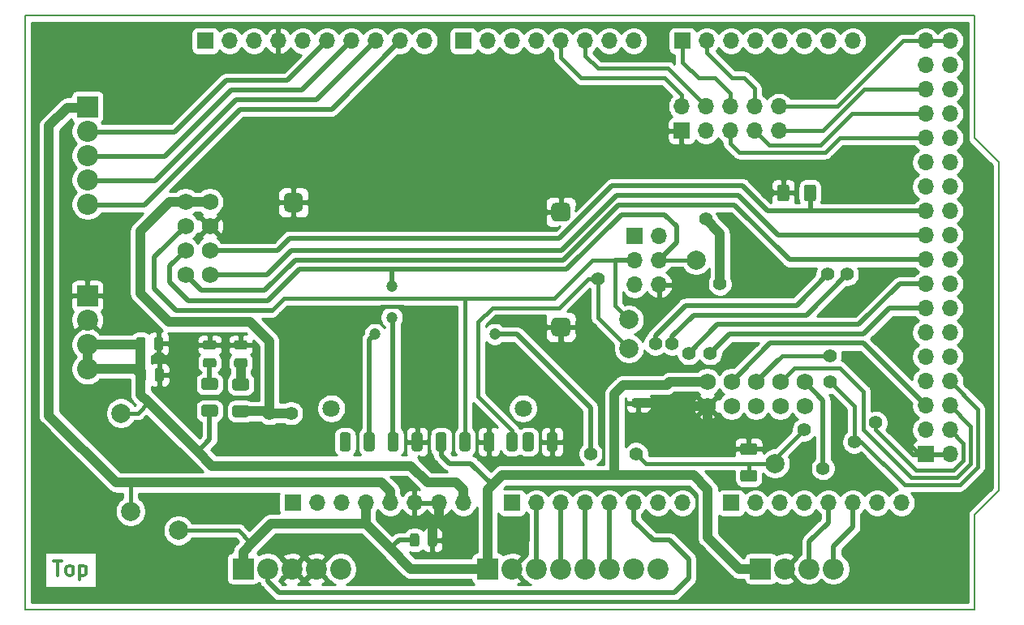
<source format=gbr>
%TF.GenerationSoftware,KiCad,Pcbnew,(5.1.6)-1*%
%TF.CreationDate,2021-10-14T14:48:07+02:00*%
%TF.ProjectId,DUE_Shield_v1,4455455f-5368-4696-956c-645f76312e6b,rev?*%
%TF.SameCoordinates,PX6296c50PY7c37510*%
%TF.FileFunction,Copper,L1,Top*%
%TF.FilePolarity,Positive*%
%FSLAX46Y46*%
G04 Gerber Fmt 4.6, Leading zero omitted, Abs format (unit mm)*
G04 Created by KiCad (PCBNEW (5.1.6)-1) date 2021-10-14 14:48:07*
%MOMM*%
%LPD*%
G01*
G04 APERTURE LIST*
%TA.AperFunction,NonConductor*%
%ADD10C,0.300000*%
%TD*%
%TA.AperFunction,Profile*%
%ADD11C,0.150000*%
%TD*%
%TA.AperFunction,ComponentPad*%
%ADD12C,1.800000*%
%TD*%
%TA.AperFunction,ComponentPad*%
%ADD13O,1.700000X1.700000*%
%TD*%
%TA.AperFunction,ComponentPad*%
%ADD14R,1.700000X1.700000*%
%TD*%
%TA.AperFunction,SMDPad,CuDef*%
%ADD15C,2.000000*%
%TD*%
%TA.AperFunction,ComponentPad*%
%ADD16C,2.200000*%
%TD*%
%TA.AperFunction,ComponentPad*%
%ADD17R,2.200000X2.200000*%
%TD*%
%TA.AperFunction,ComponentPad*%
%ADD18C,1.750000*%
%TD*%
%TA.AperFunction,ViaPad*%
%ADD19C,1.400000*%
%TD*%
%TA.AperFunction,ViaPad*%
%ADD20C,1.200000*%
%TD*%
%TA.AperFunction,Conductor*%
%ADD21C,1.000000*%
%TD*%
%TA.AperFunction,Conductor*%
%ADD22C,0.400000*%
%TD*%
%TA.AperFunction,Conductor*%
%ADD23C,0.500000*%
%TD*%
%TA.AperFunction,Conductor*%
%ADD24C,0.254000*%
%TD*%
G04 APERTURE END LIST*
D10*
X2964285Y5071429D02*
X3821428Y5071429D01*
X3392857Y3571429D02*
X3392857Y5071429D01*
X4535714Y3571429D02*
X4392857Y3642858D01*
X4321428Y3714286D01*
X4250000Y3857143D01*
X4250000Y4285715D01*
X4321428Y4428572D01*
X4392857Y4500000D01*
X4535714Y4571429D01*
X4750000Y4571429D01*
X4892857Y4500000D01*
X4964285Y4428572D01*
X5035714Y4285715D01*
X5035714Y3857143D01*
X4964285Y3714286D01*
X4892857Y3642858D01*
X4750000Y3571429D01*
X4535714Y3571429D01*
X5678571Y4571429D02*
X5678571Y3071429D01*
X5678571Y4500000D02*
X5821428Y4571429D01*
X6107142Y4571429D01*
X6250000Y4500000D01*
X6321428Y4428572D01*
X6392857Y4285715D01*
X6392857Y3857143D01*
X6321428Y3714286D01*
X6250000Y3642858D01*
X6107142Y3571429D01*
X5821428Y3571429D01*
X5678571Y3642858D01*
D11*
X99060000Y9854000D02*
X99060000Y0D01*
X101600000Y12394000D02*
X99060000Y9854000D01*
X99060000Y49224000D02*
X101600000Y46684000D01*
X99060000Y0D02*
X0Y0D01*
X101600000Y46684000D02*
X101600000Y12394000D01*
X99060000Y62000000D02*
X99060000Y49224000D01*
X0Y62000000D02*
X99060000Y62000000D01*
X0Y0D02*
X0Y62000000D01*
%TA.AperFunction,SMDPad,CuDef*%
G36*
G01*
X56900000Y30000000D02*
X56900000Y29000000D01*
G75*
G02*
X56400000Y28500000I-500000J0D01*
G01*
X55400000Y28500000D01*
G75*
G02*
X54900000Y29000000I0J500000D01*
G01*
X54900000Y30000000D01*
G75*
G02*
X55400000Y30500000I500000J0D01*
G01*
X56400000Y30500000D01*
G75*
G02*
X56900000Y30000000I0J-500000D01*
G01*
G37*
%TD.AperFunction*%
%TA.AperFunction,SMDPad,CuDef*%
G36*
G01*
X56900000Y42000000D02*
X56900000Y41000000D01*
G75*
G02*
X56400000Y40500000I-500000J0D01*
G01*
X55400000Y40500000D01*
G75*
G02*
X54900000Y41000000I0J500000D01*
G01*
X54900000Y42000000D01*
G75*
G02*
X55400000Y42500000I500000J0D01*
G01*
X56400000Y42500000D01*
G75*
G02*
X56900000Y42000000I0J-500000D01*
G01*
G37*
%TD.AperFunction*%
%TA.AperFunction,SMDPad,CuDef*%
G36*
G01*
X29000000Y43000000D02*
X29000000Y42000000D01*
G75*
G02*
X28500000Y41500000I-500000J0D01*
G01*
X27500000Y41500000D01*
G75*
G02*
X27000000Y42000000I0J500000D01*
G01*
X27000000Y43000000D01*
G75*
G02*
X27500000Y43500000I500000J0D01*
G01*
X28500000Y43500000D01*
G75*
G02*
X29000000Y43000000I0J-500000D01*
G01*
G37*
%TD.AperFunction*%
D12*
X51950000Y21000000D03*
X31950000Y21000000D03*
%TA.AperFunction,SMDPad,CuDef*%
G36*
G01*
X55575000Y18212500D02*
X55575000Y16787500D01*
G75*
G02*
X55287500Y16500000I-287500J0D01*
G01*
X54712500Y16500000D01*
G75*
G02*
X54425000Y16787500I0J287500D01*
G01*
X54425000Y18212500D01*
G75*
G02*
X54712500Y18500000I287500J0D01*
G01*
X55287500Y18500000D01*
G75*
G02*
X55575000Y18212500I0J-287500D01*
G01*
G37*
%TD.AperFunction*%
%TA.AperFunction,SMDPad,CuDef*%
G36*
G01*
X53075000Y18212500D02*
X53075000Y16787500D01*
G75*
G02*
X52787500Y16500000I-287500J0D01*
G01*
X52212500Y16500000D01*
G75*
G02*
X51925000Y16787500I0J287500D01*
G01*
X51925000Y18212500D01*
G75*
G02*
X52212500Y18500000I287500J0D01*
G01*
X52787500Y18500000D01*
G75*
G02*
X53075000Y18212500I0J-287500D01*
G01*
G37*
%TD.AperFunction*%
%TA.AperFunction,SMDPad,CuDef*%
G36*
G01*
X51375000Y18212500D02*
X51375000Y16787500D01*
G75*
G02*
X51087500Y16500000I-287500J0D01*
G01*
X50512500Y16500000D01*
G75*
G02*
X50225000Y16787500I0J287500D01*
G01*
X50225000Y18212500D01*
G75*
G02*
X50512500Y18500000I287500J0D01*
G01*
X51087500Y18500000D01*
G75*
G02*
X51375000Y18212500I0J-287500D01*
G01*
G37*
%TD.AperFunction*%
%TA.AperFunction,SMDPad,CuDef*%
G36*
G01*
X48975000Y18212500D02*
X48975000Y16787500D01*
G75*
G02*
X48687500Y16500000I-287500J0D01*
G01*
X48112500Y16500000D01*
G75*
G02*
X47825000Y16787500I0J287500D01*
G01*
X47825000Y18212500D01*
G75*
G02*
X48112500Y18500000I287500J0D01*
G01*
X48687500Y18500000D01*
G75*
G02*
X48975000Y18212500I0J-287500D01*
G01*
G37*
%TD.AperFunction*%
%TA.AperFunction,SMDPad,CuDef*%
G36*
G01*
X46475000Y18212500D02*
X46475000Y16787500D01*
G75*
G02*
X46187500Y16500000I-287500J0D01*
G01*
X45612500Y16500000D01*
G75*
G02*
X45325000Y16787500I0J287500D01*
G01*
X45325000Y18212500D01*
G75*
G02*
X45612500Y18500000I287500J0D01*
G01*
X46187500Y18500000D01*
G75*
G02*
X46475000Y18212500I0J-287500D01*
G01*
G37*
%TD.AperFunction*%
%TA.AperFunction,SMDPad,CuDef*%
G36*
G01*
X43975000Y18212500D02*
X43975000Y16787500D01*
G75*
G02*
X43687500Y16500000I-287500J0D01*
G01*
X43112500Y16500000D01*
G75*
G02*
X42825000Y16787500I0J287500D01*
G01*
X42825000Y18212500D01*
G75*
G02*
X43112500Y18500000I287500J0D01*
G01*
X43687500Y18500000D01*
G75*
G02*
X43975000Y18212500I0J-287500D01*
G01*
G37*
%TD.AperFunction*%
%TA.AperFunction,SMDPad,CuDef*%
G36*
G01*
X41475000Y18212500D02*
X41475000Y16787500D01*
G75*
G02*
X41187500Y16500000I-287500J0D01*
G01*
X40612500Y16500000D01*
G75*
G02*
X40325000Y16787500I0J287500D01*
G01*
X40325000Y18212500D01*
G75*
G02*
X40612500Y18500000I287500J0D01*
G01*
X41187500Y18500000D01*
G75*
G02*
X41475000Y18212500I0J-287500D01*
G01*
G37*
%TD.AperFunction*%
%TA.AperFunction,SMDPad,CuDef*%
G36*
G01*
X38975000Y18212500D02*
X38975000Y16787500D01*
G75*
G02*
X38687500Y16500000I-287500J0D01*
G01*
X38112500Y16500000D01*
G75*
G02*
X37825000Y16787500I0J287500D01*
G01*
X37825000Y18212500D01*
G75*
G02*
X38112500Y18500000I287500J0D01*
G01*
X38687500Y18500000D01*
G75*
G02*
X38975000Y18212500I0J-287500D01*
G01*
G37*
%TD.AperFunction*%
%TA.AperFunction,SMDPad,CuDef*%
G36*
G01*
X36475000Y18212500D02*
X36475000Y16787500D01*
G75*
G02*
X36187500Y16500000I-287500J0D01*
G01*
X35612500Y16500000D01*
G75*
G02*
X35325000Y16787500I0J287500D01*
G01*
X35325000Y18212500D01*
G75*
G02*
X35612500Y18500000I287500J0D01*
G01*
X36187500Y18500000D01*
G75*
G02*
X36475000Y18212500I0J-287500D01*
G01*
G37*
%TD.AperFunction*%
%TA.AperFunction,SMDPad,CuDef*%
G36*
G01*
X33975000Y18212500D02*
X33975000Y16787500D01*
G75*
G02*
X33687500Y16500000I-287500J0D01*
G01*
X33112500Y16500000D01*
G75*
G02*
X32825000Y16787500I0J287500D01*
G01*
X32825000Y18212500D01*
G75*
G02*
X33112500Y18500000I287500J0D01*
G01*
X33687500Y18500000D01*
G75*
G02*
X33975000Y18212500I0J-287500D01*
G01*
G37*
%TD.AperFunction*%
D13*
X78660000Y52540000D03*
X78660000Y50000000D03*
X76120000Y52540000D03*
X76120000Y50000000D03*
X73580000Y52540000D03*
X73580000Y50000000D03*
X71040000Y52540000D03*
X71040000Y50000000D03*
X68500000Y52540000D03*
D14*
X68500000Y50000000D03*
D15*
X70000000Y36500000D03*
X63000000Y27250000D03*
X63000000Y30250000D03*
X16000000Y8250000D03*
X11000000Y10250000D03*
X10000000Y20500000D03*
X78250000Y15250000D03*
%TA.AperFunction,SMDPad,CuDef*%
G36*
G01*
X76125000Y16125000D02*
X74875000Y16125000D01*
G75*
G02*
X74625000Y16375000I0J250000D01*
G01*
X74625000Y17125000D01*
G75*
G02*
X74875000Y17375000I250000J0D01*
G01*
X76125000Y17375000D01*
G75*
G02*
X76375000Y17125000I0J-250000D01*
G01*
X76375000Y16375000D01*
G75*
G02*
X76125000Y16125000I-250000J0D01*
G01*
G37*
%TD.AperFunction*%
%TA.AperFunction,SMDPad,CuDef*%
G36*
G01*
X76125000Y13325000D02*
X74875000Y13325000D01*
G75*
G02*
X74625000Y13575000I0J250000D01*
G01*
X74625000Y14325000D01*
G75*
G02*
X74875000Y14575000I250000J0D01*
G01*
X76125000Y14575000D01*
G75*
G02*
X76375000Y14325000I0J-250000D01*
G01*
X76375000Y13575000D01*
G75*
G02*
X76125000Y13325000I-250000J0D01*
G01*
G37*
%TD.AperFunction*%
%TA.AperFunction,SMDPad,CuDef*%
G36*
G01*
X23125000Y22875000D02*
X21875000Y22875000D01*
G75*
G02*
X21625000Y23125000I0J250000D01*
G01*
X21625000Y23875000D01*
G75*
G02*
X21875000Y24125000I250000J0D01*
G01*
X23125000Y24125000D01*
G75*
G02*
X23375000Y23875000I0J-250000D01*
G01*
X23375000Y23125000D01*
G75*
G02*
X23125000Y22875000I-250000J0D01*
G01*
G37*
%TD.AperFunction*%
%TA.AperFunction,SMDPad,CuDef*%
G36*
G01*
X23125000Y20075000D02*
X21875000Y20075000D01*
G75*
G02*
X21625000Y20325000I0J250000D01*
G01*
X21625000Y21075000D01*
G75*
G02*
X21875000Y21325000I250000J0D01*
G01*
X23125000Y21325000D01*
G75*
G02*
X23375000Y21075000I0J-250000D01*
G01*
X23375000Y20325000D01*
G75*
G02*
X23125000Y20075000I-250000J0D01*
G01*
G37*
%TD.AperFunction*%
%TA.AperFunction,SMDPad,CuDef*%
G36*
G01*
X19875000Y22925000D02*
X18625000Y22925000D01*
G75*
G02*
X18375000Y23175000I0J250000D01*
G01*
X18375000Y23925000D01*
G75*
G02*
X18625000Y24175000I250000J0D01*
G01*
X19875000Y24175000D01*
G75*
G02*
X20125000Y23925000I0J-250000D01*
G01*
X20125000Y23175000D01*
G75*
G02*
X19875000Y22925000I-250000J0D01*
G01*
G37*
%TD.AperFunction*%
%TA.AperFunction,SMDPad,CuDef*%
G36*
G01*
X19875000Y20125000D02*
X18625000Y20125000D01*
G75*
G02*
X18375000Y20375000I0J250000D01*
G01*
X18375000Y21125000D01*
G75*
G02*
X18625000Y21375000I250000J0D01*
G01*
X19875000Y21375000D01*
G75*
G02*
X20125000Y21125000I0J-250000D01*
G01*
X20125000Y20375000D01*
G75*
G02*
X19875000Y20125000I-250000J0D01*
G01*
G37*
%TD.AperFunction*%
%TA.AperFunction,SMDPad,CuDef*%
G36*
G01*
X22043750Y26237500D02*
X22956250Y26237500D01*
G75*
G02*
X23200000Y25993750I0J-243750D01*
G01*
X23200000Y25506250D01*
G75*
G02*
X22956250Y25262500I-243750J0D01*
G01*
X22043750Y25262500D01*
G75*
G02*
X21800000Y25506250I0J243750D01*
G01*
X21800000Y25993750D01*
G75*
G02*
X22043750Y26237500I243750J0D01*
G01*
G37*
%TD.AperFunction*%
%TA.AperFunction,SMDPad,CuDef*%
G36*
G01*
X22043750Y28112500D02*
X22956250Y28112500D01*
G75*
G02*
X23200000Y27868750I0J-243750D01*
G01*
X23200000Y27381250D01*
G75*
G02*
X22956250Y27137500I-243750J0D01*
G01*
X22043750Y27137500D01*
G75*
G02*
X21800000Y27381250I0J243750D01*
G01*
X21800000Y27868750D01*
G75*
G02*
X22043750Y28112500I243750J0D01*
G01*
G37*
%TD.AperFunction*%
%TA.AperFunction,SMDPad,CuDef*%
G36*
G01*
X18793750Y26237500D02*
X19706250Y26237500D01*
G75*
G02*
X19950000Y25993750I0J-243750D01*
G01*
X19950000Y25506250D01*
G75*
G02*
X19706250Y25262500I-243750J0D01*
G01*
X18793750Y25262500D01*
G75*
G02*
X18550000Y25506250I0J243750D01*
G01*
X18550000Y25993750D01*
G75*
G02*
X18793750Y26237500I243750J0D01*
G01*
G37*
%TD.AperFunction*%
%TA.AperFunction,SMDPad,CuDef*%
G36*
G01*
X18793750Y28112500D02*
X19706250Y28112500D01*
G75*
G02*
X19950000Y27868750I0J-243750D01*
G01*
X19950000Y27381250D01*
G75*
G02*
X19706250Y27137500I-243750J0D01*
G01*
X18793750Y27137500D01*
G75*
G02*
X18550000Y27381250I0J243750D01*
G01*
X18550000Y27868750D01*
G75*
G02*
X18793750Y28112500I243750J0D01*
G01*
G37*
%TD.AperFunction*%
D16*
X66030000Y4250000D03*
X63490000Y4250000D03*
X60950000Y4250000D03*
X58410000Y4250000D03*
X55870000Y4250000D03*
X53330000Y4250000D03*
X50790000Y4250000D03*
D17*
X48250000Y4250000D03*
%TA.AperFunction,SMDPad,CuDef*%
G36*
G01*
X79725000Y44125000D02*
X79725000Y42875000D01*
G75*
G02*
X79475000Y42625000I-250000J0D01*
G01*
X78725000Y42625000D01*
G75*
G02*
X78475000Y42875000I0J250000D01*
G01*
X78475000Y44125000D01*
G75*
G02*
X78725000Y44375000I250000J0D01*
G01*
X79475000Y44375000D01*
G75*
G02*
X79725000Y44125000I0J-250000D01*
G01*
G37*
%TD.AperFunction*%
%TA.AperFunction,SMDPad,CuDef*%
G36*
G01*
X82525000Y44125000D02*
X82525000Y42875000D01*
G75*
G02*
X82275000Y42625000I-250000J0D01*
G01*
X81525000Y42625000D01*
G75*
G02*
X81275000Y42875000I0J250000D01*
G01*
X81275000Y44125000D01*
G75*
G02*
X81525000Y44375000I250000J0D01*
G01*
X82275000Y44375000D01*
G75*
G02*
X82525000Y44125000I0J-250000D01*
G01*
G37*
%TD.AperFunction*%
%TA.AperFunction,SMDPad,CuDef*%
G36*
G01*
X63543750Y22050000D02*
X64456250Y22050000D01*
G75*
G02*
X64700000Y21806250I0J-243750D01*
G01*
X64700000Y21318750D01*
G75*
G02*
X64456250Y21075000I-243750J0D01*
G01*
X63543750Y21075000D01*
G75*
G02*
X63300000Y21318750I0J243750D01*
G01*
X63300000Y21806250D01*
G75*
G02*
X63543750Y22050000I243750J0D01*
G01*
G37*
%TD.AperFunction*%
%TA.AperFunction,SMDPad,CuDef*%
G36*
G01*
X63543750Y23925000D02*
X64456250Y23925000D01*
G75*
G02*
X64700000Y23681250I0J-243750D01*
G01*
X64700000Y23193750D01*
G75*
G02*
X64456250Y22950000I-243750J0D01*
G01*
X63543750Y22950000D01*
G75*
G02*
X63300000Y23193750I0J243750D01*
G01*
X63300000Y23681250D01*
G75*
G02*
X63543750Y23925000I243750J0D01*
G01*
G37*
%TD.AperFunction*%
%TA.AperFunction,SMDPad,CuDef*%
G36*
G01*
X42012500Y6793750D02*
X42012500Y7706250D01*
G75*
G02*
X42256250Y7950000I243750J0D01*
G01*
X42743750Y7950000D01*
G75*
G02*
X42987500Y7706250I0J-243750D01*
G01*
X42987500Y6793750D01*
G75*
G02*
X42743750Y6550000I-243750J0D01*
G01*
X42256250Y6550000D01*
G75*
G02*
X42012500Y6793750I0J243750D01*
G01*
G37*
%TD.AperFunction*%
%TA.AperFunction,SMDPad,CuDef*%
G36*
G01*
X40137500Y6793750D02*
X40137500Y7706250D01*
G75*
G02*
X40381250Y7950000I243750J0D01*
G01*
X40868750Y7950000D01*
G75*
G02*
X41112500Y7706250I0J-243750D01*
G01*
X41112500Y6793750D01*
G75*
G02*
X40868750Y6550000I-243750J0D01*
G01*
X40381250Y6550000D01*
G75*
G02*
X40137500Y6793750I0J243750D01*
G01*
G37*
%TD.AperFunction*%
%TA.AperFunction,SMDPad,CuDef*%
G36*
G01*
X13450000Y27293750D02*
X13450000Y28206250D01*
G75*
G02*
X13693750Y28450000I243750J0D01*
G01*
X14181250Y28450000D01*
G75*
G02*
X14425000Y28206250I0J-243750D01*
G01*
X14425000Y27293750D01*
G75*
G02*
X14181250Y27050000I-243750J0D01*
G01*
X13693750Y27050000D01*
G75*
G02*
X13450000Y27293750I0J243750D01*
G01*
G37*
%TD.AperFunction*%
%TA.AperFunction,SMDPad,CuDef*%
G36*
G01*
X11575000Y27293750D02*
X11575000Y28206250D01*
G75*
G02*
X11818750Y28450000I243750J0D01*
G01*
X12306250Y28450000D01*
G75*
G02*
X12550000Y28206250I0J-243750D01*
G01*
X12550000Y27293750D01*
G75*
G02*
X12306250Y27050000I-243750J0D01*
G01*
X11818750Y27050000D01*
G75*
G02*
X11575000Y27293750I0J243750D01*
G01*
G37*
%TD.AperFunction*%
%TA.AperFunction,SMDPad,CuDef*%
G36*
G01*
X13512500Y24043750D02*
X13512500Y24956250D01*
G75*
G02*
X13756250Y25200000I243750J0D01*
G01*
X14243750Y25200000D01*
G75*
G02*
X14487500Y24956250I0J-243750D01*
G01*
X14487500Y24043750D01*
G75*
G02*
X14243750Y23800000I-243750J0D01*
G01*
X13756250Y23800000D01*
G75*
G02*
X13512500Y24043750I0J243750D01*
G01*
G37*
%TD.AperFunction*%
%TA.AperFunction,SMDPad,CuDef*%
G36*
G01*
X11637500Y24043750D02*
X11637500Y24956250D01*
G75*
G02*
X11881250Y25200000I243750J0D01*
G01*
X12368750Y25200000D01*
G75*
G02*
X12612500Y24956250I0J-243750D01*
G01*
X12612500Y24043750D01*
G75*
G02*
X12368750Y23800000I-243750J0D01*
G01*
X11881250Y23800000D01*
G75*
G02*
X11637500Y24043750I0J243750D01*
G01*
G37*
%TD.AperFunction*%
D18*
X16730000Y42560000D03*
X16730000Y40020000D03*
X16730000Y37480000D03*
X16730000Y34940000D03*
X19270000Y34940000D03*
X19270000Y37480000D03*
X19270000Y40020000D03*
X19270000Y42560000D03*
D16*
X6500000Y42340000D03*
X6500000Y44880000D03*
X6500000Y47420000D03*
X6500000Y49960000D03*
D17*
X6500000Y52500000D03*
D16*
X32910000Y4250000D03*
X30370000Y4250000D03*
X27830000Y4250000D03*
X25290000Y4250000D03*
D17*
X22750000Y4250000D03*
D16*
X84370000Y4250000D03*
X81830000Y4250000D03*
X79290000Y4250000D03*
D17*
X76750000Y4250000D03*
D16*
X6500000Y25130000D03*
X6500000Y27670000D03*
X6500000Y30210000D03*
D17*
X6500000Y32750000D03*
D18*
X71170000Y21230000D03*
X73710000Y21230000D03*
X76250000Y21230000D03*
X78790000Y21230000D03*
X81330000Y21230000D03*
X81330000Y23770000D03*
X78790000Y23770000D03*
X76250000Y23770000D03*
X73710000Y23770000D03*
X71170000Y23770000D03*
D13*
X63500000Y59384000D03*
X60960000Y59384000D03*
X58420000Y59384000D03*
X55880000Y59384000D03*
X53340000Y59384000D03*
X50800000Y59384000D03*
X48260000Y59384000D03*
D14*
X45720000Y59384000D03*
D13*
X41656000Y59384000D03*
X39116000Y59384000D03*
X36576000Y59384000D03*
X34036000Y59384000D03*
X31496000Y59384000D03*
X28956000Y59384000D03*
X26416000Y59384000D03*
X23876000Y59384000D03*
X21336000Y59384000D03*
D14*
X18796000Y59384000D03*
D13*
X91440000Y11124000D03*
X88900000Y11124000D03*
X86360000Y11124000D03*
X83820000Y11124000D03*
X81280000Y11124000D03*
X78740000Y11124000D03*
X76200000Y11124000D03*
D14*
X73660000Y11124000D03*
D13*
X68580000Y11124000D03*
X66040000Y11124000D03*
X63500000Y11124000D03*
X60960000Y11124000D03*
X58420000Y11124000D03*
X55880000Y11124000D03*
X53340000Y11124000D03*
D14*
X50800000Y11124000D03*
D13*
X45720000Y11124000D03*
X43180000Y11124000D03*
X40640000Y11124000D03*
X38100000Y11124000D03*
X35560000Y11124000D03*
X33020000Y11124000D03*
X30480000Y11124000D03*
D14*
X27940000Y11124000D03*
D13*
X96520000Y59384000D03*
X93980000Y59384000D03*
X96520000Y56844000D03*
X93980000Y56844000D03*
X96520000Y54304000D03*
X93980000Y54304000D03*
X96520000Y51764000D03*
X93980000Y51764000D03*
X96520000Y49224000D03*
X93980000Y49224000D03*
X96520000Y46684000D03*
X93980000Y46684000D03*
X96520000Y44144000D03*
X93980000Y44144000D03*
X96520000Y41604000D03*
X93980000Y41604000D03*
X96520000Y39064000D03*
X93980000Y39064000D03*
X96520000Y36524000D03*
X93980000Y36524000D03*
X96520000Y33984000D03*
X93980000Y33984000D03*
X96520000Y31444000D03*
X93980000Y31444000D03*
X96520000Y28904000D03*
X93980000Y28904000D03*
X96520000Y26364000D03*
X93980000Y26364000D03*
X96520000Y23824000D03*
X93980000Y23824000D03*
X96520000Y21284000D03*
X93980000Y21284000D03*
X96520000Y18744000D03*
X93980000Y18744000D03*
X96520000Y16204000D03*
D14*
X93980000Y16204000D03*
D13*
X66162000Y33920000D03*
X63622000Y33920000D03*
X66162000Y36460000D03*
X63622000Y36460000D03*
X66162000Y39000000D03*
D14*
X63622000Y39000000D03*
D13*
X86360000Y59384000D03*
X83820000Y59384000D03*
X81280000Y59384000D03*
X78740000Y59384000D03*
X76200000Y59384000D03*
X73660000Y59384000D03*
X71120000Y59384000D03*
D14*
X68580000Y59384000D03*
D19*
X71250000Y16750000D03*
X56750000Y21000000D03*
X64000000Y20000000D03*
X86750000Y15500000D03*
X80500000Y13250000D03*
X88250000Y24500000D03*
X14000000Y26250000D03*
X17250000Y27500000D03*
X77500000Y43500000D03*
D20*
X56000000Y27250000D03*
X31000000Y42500000D03*
X53250000Y41500000D03*
X41000000Y20000000D03*
X90500000Y28250000D03*
X86250000Y32500000D03*
X90500000Y6750000D03*
X93250000Y6750000D03*
X96000000Y6750000D03*
D19*
X86500000Y17500000D03*
X84000000Y23750000D03*
X83972171Y26495011D03*
X83250000Y14750000D03*
X71500000Y26750000D03*
X69250000Y26750000D03*
X67500000Y27750000D03*
X85750000Y35000000D03*
X65750000Y27750000D03*
X83750000Y35000000D03*
X27750000Y20500000D03*
X25500000Y20500000D03*
X71000000Y40750000D03*
X72500000Y34000000D03*
X88750000Y19500000D03*
X81250000Y18750000D03*
X63750000Y16250000D03*
X59000000Y16250000D03*
D20*
X36500000Y28750000D03*
X49000000Y28750000D03*
X38250000Y30500000D03*
X38250000Y33750000D03*
D19*
X59750000Y34500000D03*
D21*
X71170000Y21230000D02*
X71170000Y16830000D01*
X71170000Y16830000D02*
X71250000Y16750000D01*
X71170000Y21230000D02*
X66770000Y21230000D01*
X66437500Y21562500D02*
X64000000Y21562500D01*
X66770000Y21230000D02*
X66437500Y21562500D01*
X42500000Y7250000D02*
X42500000Y8750000D01*
X43180000Y9430000D02*
X43180000Y11124000D01*
X42500000Y8750000D02*
X43180000Y9430000D01*
D22*
X64000000Y21562500D02*
X64000000Y20000000D01*
X75500000Y16750000D02*
X71250000Y16750000D01*
X86750000Y15500000D02*
X84500000Y13250000D01*
X84500000Y13250000D02*
X80500000Y13250000D01*
X93980000Y16204000D02*
X93296000Y16204000D01*
X93296000Y16204000D02*
X91250000Y18250000D01*
X91250000Y18250000D02*
X91250000Y21500000D01*
X91250000Y21500000D02*
X88250000Y24500000D01*
X13937500Y27750000D02*
X13937500Y26312500D01*
X13937500Y26312500D02*
X14000000Y26250000D01*
X14000000Y24500000D02*
X14000000Y26250000D01*
X19250000Y27625000D02*
X17375000Y27625000D01*
X17375000Y27625000D02*
X17250000Y27500000D01*
X79100000Y43500000D02*
X77500000Y43500000D01*
D23*
X55000000Y20500000D02*
X55500000Y21000000D01*
X55000000Y17500000D02*
X55000000Y20500000D01*
X56750000Y21000000D02*
X55500000Y21000000D01*
X55900000Y29500000D02*
X55900000Y27350000D01*
X55900000Y27350000D02*
X56000000Y27250000D01*
D22*
X28000000Y42500000D02*
X31000000Y42500000D01*
X55900000Y41500000D02*
X53250000Y41500000D01*
X40900000Y17500000D02*
X40900000Y19900000D01*
X40900000Y19900000D02*
X41000000Y20000000D01*
X41000000Y20000000D02*
X41000000Y30000000D01*
X39349999Y31650001D02*
X37150001Y31650001D01*
X41000000Y30000000D02*
X39349999Y31650001D01*
X37150001Y31650001D02*
X36250000Y30750000D01*
X86500000Y17500000D02*
X86500000Y21250000D01*
X86500000Y21250000D02*
X84000000Y23750000D01*
D23*
X76250000Y23770000D02*
X78365000Y25885000D01*
X78365000Y25885000D02*
X78575011Y26095011D01*
D22*
X87250000Y17500000D02*
X86500000Y17500000D01*
X96520000Y23824000D02*
X99420019Y20923981D01*
X99420019Y20923981D02*
X99420019Y14910669D01*
X99420019Y14910669D02*
X97509329Y12999981D01*
X91750019Y12999981D02*
X87250000Y17500000D01*
X97509329Y12999981D02*
X91750019Y12999981D01*
X78365000Y25885000D02*
X78975011Y26495011D01*
X82982222Y26495011D02*
X83972171Y26495011D01*
X78975011Y26495011D02*
X82982222Y26495011D01*
D23*
X83250000Y21850000D02*
X81330000Y23770000D01*
X83250000Y14750000D02*
X83250000Y21850000D01*
X87500000Y28750000D02*
X73500000Y28750000D01*
X93980000Y31444000D02*
X90194000Y31444000D01*
X73500000Y28750000D02*
X71500000Y26750000D01*
X90194000Y31444000D02*
X87500000Y28750000D01*
X91234000Y33984000D02*
X93980000Y33984000D01*
X87000000Y29750000D02*
X91234000Y33984000D01*
X69250000Y26750000D02*
X72250000Y29750000D01*
X72250000Y29750000D02*
X87000000Y29750000D01*
X79726000Y36524000D02*
X73999990Y42250010D01*
X73999990Y42250010D02*
X61904203Y42250010D01*
X18355001Y33314999D02*
X16730000Y34940000D01*
X56154193Y36500000D02*
X28171548Y36500000D01*
X28171548Y36500000D02*
X24986547Y33314999D01*
X24986547Y33314999D02*
X18355001Y33314999D01*
X93980000Y36524000D02*
X79726000Y36524000D01*
X61904203Y42250010D02*
X56154193Y36500000D01*
X74414207Y43250020D02*
X78600227Y39064000D01*
X27757321Y37500000D02*
X55952096Y37500000D01*
X78600227Y39064000D02*
X93980000Y39064000D01*
X25197321Y34940000D02*
X27757321Y37500000D01*
X55952096Y37500000D02*
X61702116Y43250020D01*
X19270000Y34940000D02*
X25197321Y34940000D01*
X61702116Y43250020D02*
X74414207Y43250020D01*
X82000000Y41750000D02*
X81854000Y41604000D01*
X82000000Y43700000D02*
X82000000Y41750000D01*
X93980000Y41604000D02*
X81854000Y41604000D01*
X77474453Y41604000D02*
X74828424Y44250030D01*
X81854000Y41604000D02*
X77474453Y41604000D01*
X27593094Y38750000D02*
X26323094Y37480000D01*
X74828424Y44250030D02*
X61250030Y44250030D01*
X61250030Y44250030D02*
X55750000Y38750000D01*
X26323094Y37480000D02*
X19270000Y37480000D01*
X55750000Y38750000D02*
X27593094Y38750000D01*
X81500000Y30750000D02*
X85750000Y35000000D01*
X69750000Y30750000D02*
X81500000Y30750000D01*
X67500000Y27750000D02*
X67500000Y28500000D01*
X67500000Y28500000D02*
X69750000Y30750000D01*
X68901472Y31750000D02*
X65750000Y28598528D01*
X65750000Y28598528D02*
X65750000Y27750000D01*
X83750000Y35000000D02*
X80500000Y31750000D01*
X80500000Y31750000D02*
X68901472Y31750000D01*
D22*
X73580000Y48670000D02*
X73580000Y50000000D01*
X83499990Y47749990D02*
X74500010Y47749990D01*
X93980000Y49224000D02*
X84974000Y49224000D01*
X74500010Y47749990D02*
X73580000Y48670000D01*
X84974000Y49224000D02*
X83499990Y47749990D01*
X77620000Y48500000D02*
X76120000Y50000000D01*
X83000000Y48500000D02*
X77620000Y48500000D01*
X93980000Y51764000D02*
X86264000Y51764000D01*
X86264000Y51764000D02*
X83000000Y48500000D01*
X83250000Y50000000D02*
X78660000Y50000000D01*
X87554000Y54304000D02*
X83250000Y50000000D01*
X93980000Y54304000D02*
X87554000Y54304000D01*
D21*
X37176081Y13250000D02*
X38100000Y12326081D01*
X4410000Y52410000D02*
X2500000Y50500000D01*
X6500000Y52410000D02*
X4410000Y52410000D01*
X2500000Y50500000D02*
X2500000Y20250000D01*
X38100000Y12326081D02*
X38100000Y11124000D01*
X2500000Y20250000D02*
X9500000Y13250000D01*
D22*
X11000000Y10250000D02*
X11000000Y13250000D01*
D21*
X9500000Y13250000D02*
X11000000Y13250000D01*
X11000000Y13250000D02*
X37176081Y13250000D01*
D23*
X53330000Y4250000D02*
X53330000Y7080000D01*
X53340000Y7090000D02*
X53340000Y11124000D01*
X53330000Y7080000D02*
X53340000Y7090000D01*
X55880000Y11124000D02*
X55880000Y8630000D01*
X55870000Y8620000D02*
X55870000Y4250000D01*
X55880000Y8630000D02*
X55870000Y8620000D01*
X58420000Y4260000D02*
X58410000Y4250000D01*
X58420000Y11124000D02*
X58420000Y4260000D01*
X60960000Y4260000D02*
X60950000Y4250000D01*
X60960000Y11124000D02*
X60960000Y4260000D01*
X63500000Y9250000D02*
X63500000Y11124000D01*
X65500000Y7250000D02*
X63500000Y9250000D01*
X67250000Y7250000D02*
X65500000Y7250000D01*
X25290000Y2960000D02*
X26500000Y1750000D01*
X25290000Y4250000D02*
X25290000Y2960000D01*
X69250000Y5250000D02*
X67250000Y7250000D01*
X26500000Y1750000D02*
X67750000Y1750000D01*
X67750000Y1750000D02*
X69250000Y3250000D01*
X69250000Y3250000D02*
X69250000Y5250000D01*
X21000000Y55250000D02*
X27362000Y55250000D01*
X6500000Y49870000D02*
X15620000Y49870000D01*
X27362000Y55250000D02*
X31496000Y59384000D01*
X15620000Y49870000D02*
X21000000Y55250000D01*
X28902000Y54250000D02*
X34036000Y59384000D01*
X21500000Y54250000D02*
X28902000Y54250000D01*
X6500000Y47330000D02*
X14580000Y47330000D01*
X14580000Y47330000D02*
X21500000Y54250000D01*
X6500000Y44790000D02*
X13540000Y44790000D01*
X30441990Y53249990D02*
X36576000Y59384000D01*
X21999990Y53249990D02*
X30441990Y53249990D01*
X13540000Y44790000D02*
X21999990Y53249990D01*
X6500000Y42250000D02*
X12414226Y42250000D01*
X12414226Y42250000D02*
X22414206Y52249980D01*
X31981980Y52249980D02*
X39116000Y59384000D01*
X22414206Y52249980D02*
X31981980Y52249980D01*
D22*
X68500000Y53750000D02*
X68500000Y52540000D01*
X58000000Y55500000D02*
X66750000Y55500000D01*
X66750000Y55500000D02*
X68500000Y53750000D01*
X55880000Y59384000D02*
X55880000Y57620000D01*
X55880000Y57620000D02*
X58000000Y55500000D01*
X71040000Y52540000D02*
X67080000Y56500000D01*
X58420000Y57830000D02*
X58420000Y59384000D01*
X59750000Y56500000D02*
X58420000Y57830000D01*
X67080000Y56500000D02*
X59750000Y56500000D01*
D21*
X48250000Y4250000D02*
X40250000Y4250000D01*
X71250000Y7500000D02*
X71250000Y12500000D01*
X71250000Y12500000D02*
X69750000Y14000000D01*
X48250000Y12500000D02*
X48250000Y4250000D01*
X71170000Y23770000D02*
X67270000Y23770000D01*
X66937500Y23437500D02*
X64000000Y23437500D01*
X67270000Y23770000D02*
X66937500Y23437500D01*
X64000000Y23437500D02*
X62437500Y23437500D01*
X62437500Y23437500D02*
X61500000Y22500000D01*
X61500000Y22500000D02*
X61500000Y14000000D01*
X69750000Y14000000D02*
X61500000Y14000000D01*
X61500000Y14000000D02*
X49750000Y14000000D01*
D23*
X40625000Y7250000D02*
X39000000Y7250000D01*
D21*
X40250000Y4250000D02*
X38125000Y6375000D01*
D23*
X39000000Y7250000D02*
X38125000Y6375000D01*
D21*
X38125000Y6375000D02*
X35560000Y8940000D01*
X27750000Y20500000D02*
X25500000Y20500000D01*
D23*
X48500000Y13000000D02*
X48750000Y13000000D01*
D21*
X49750000Y14000000D02*
X48750000Y13000000D01*
X48750000Y13000000D02*
X48250000Y12500000D01*
D22*
X22750000Y20500000D02*
X25500000Y20500000D01*
D21*
X74500000Y4250000D02*
X71250000Y7500000D01*
X76750000Y4250000D02*
X74500000Y4250000D01*
X71000000Y40750000D02*
X72500000Y39250000D01*
X72500000Y39250000D02*
X72500000Y34000000D01*
X25300000Y20700000D02*
X25500000Y20500000D01*
X22500000Y20700000D02*
X25300000Y20700000D01*
X15060000Y42560000D02*
X19270000Y42560000D01*
X12000000Y39500000D02*
X15060000Y42560000D01*
X25500000Y28000000D02*
X23500000Y30000000D01*
X25500000Y20500000D02*
X25500000Y28000000D01*
X23500000Y30000000D02*
X15000000Y30000000D01*
X15000000Y30000000D02*
X12000000Y33000000D01*
X12000000Y33000000D02*
X12000000Y39500000D01*
X22750000Y4250000D02*
X22750000Y6000000D01*
X25690000Y8940000D02*
X35560000Y8940000D01*
X35560000Y11124000D02*
X35560000Y8940000D01*
D22*
X16500000Y8250000D02*
X22250000Y8250000D01*
X23750000Y7000000D02*
X23500000Y7000000D01*
D21*
X23750000Y7000000D02*
X25690000Y8940000D01*
D22*
X23500000Y7000000D02*
X22250000Y8250000D01*
D21*
X22750000Y6000000D02*
X23750000Y7000000D01*
D23*
X43400000Y17500000D02*
X43400000Y16100000D01*
X43400000Y16100000D02*
X44250000Y15250000D01*
X46500000Y15250000D02*
X48750000Y13000000D01*
X44250000Y15250000D02*
X46500000Y15250000D01*
D22*
X73580000Y52540000D02*
X73580000Y53920000D01*
X73580000Y53920000D02*
X72000000Y55500000D01*
X72000000Y55500000D02*
X70250000Y55500000D01*
X68580000Y57170000D02*
X68580000Y59384000D01*
X70250000Y55500000D02*
X68580000Y57170000D01*
X76120000Y54380000D02*
X76120000Y52540000D01*
X75000000Y55500000D02*
X76120000Y54380000D01*
X73750000Y55500000D02*
X75000000Y55500000D01*
X71120000Y59384000D02*
X71120000Y58130000D01*
X71120000Y58130000D02*
X73750000Y55500000D01*
X80265001Y25245001D02*
X78790000Y23770000D01*
X85004999Y25245001D02*
X80265001Y25245001D01*
X87500000Y18750000D02*
X87500000Y22750000D01*
X92500010Y13749990D02*
X87500000Y18750000D01*
X97198666Y13749990D02*
X92500010Y13749990D01*
X98670010Y19133990D02*
X98670010Y15221334D01*
X87500000Y22750000D02*
X85004999Y25245001D01*
X96520000Y21284000D02*
X98670010Y19133990D01*
X98670010Y15221334D02*
X97198666Y13749990D01*
D23*
X93980000Y21284000D02*
X87468987Y27795013D01*
X87468987Y27795013D02*
X77735013Y27795013D01*
X77735013Y27795013D02*
X74584999Y24644999D01*
X74584999Y24644999D02*
X73710000Y23770000D01*
D22*
X81250000Y18750000D02*
X77750000Y15250000D01*
X64750000Y15250000D02*
X63750000Y16250000D01*
X75500000Y13950000D02*
X75500000Y15250000D01*
X77750000Y15250000D02*
X75500000Y15250000D01*
X75500000Y15250000D02*
X64750000Y15250000D01*
X88750000Y18750000D02*
X88750000Y19500000D01*
X97920001Y17343999D02*
X97920001Y15531999D01*
X96520000Y18744000D02*
X97920001Y17343999D01*
X96888002Y14500000D02*
X93000000Y14500000D01*
X97920001Y15531999D02*
X96888002Y14500000D01*
X93000000Y14500000D02*
X88750000Y18750000D01*
D23*
X35900001Y28150001D02*
X36500000Y28750000D01*
X35900000Y17500000D02*
X35900001Y28150001D01*
X59000000Y21098530D02*
X51348530Y28750000D01*
X51348530Y28750000D02*
X49000000Y28750000D01*
X59000000Y16250000D02*
X59000000Y21098530D01*
X84370000Y4000000D02*
X84370000Y6620000D01*
X86360000Y8610000D02*
X86360000Y11124000D01*
X84370000Y6620000D02*
X86360000Y8610000D01*
X83820000Y11124000D02*
X83820000Y9070000D01*
X81830000Y7080000D02*
X81830000Y4000000D01*
X83820000Y9070000D02*
X81830000Y7080000D01*
D21*
X12062500Y22437500D02*
X12062500Y27750000D01*
X11982500Y27670000D02*
X12062500Y27750000D01*
X6500000Y27670000D02*
X11982500Y27670000D01*
X11495000Y25130000D02*
X12125000Y24500000D01*
X6500000Y25130000D02*
X11495000Y25130000D01*
X6500000Y25130000D02*
X6500000Y27670000D01*
D23*
X19250000Y20750000D02*
X19250000Y17750000D01*
D22*
X10000000Y20500000D02*
X11750000Y20500000D01*
X11750000Y20500000D02*
X12875000Y21625000D01*
D21*
X17250000Y17250000D02*
X12875000Y21625000D01*
X12875000Y21625000D02*
X12062500Y22437500D01*
D23*
X19250000Y17750000D02*
X18000000Y16500000D01*
D21*
X18000000Y16500000D02*
X17250000Y17250000D01*
X19500000Y15000000D02*
X18000000Y16500000D01*
X45720000Y12530000D02*
X44970000Y13280000D01*
X45720000Y11124000D02*
X45720000Y12530000D01*
X44970000Y13280000D02*
X41970000Y13280000D01*
X41970000Y13280000D02*
X40250000Y15000000D01*
X40250000Y15000000D02*
X19500000Y15000000D01*
D22*
X63000000Y30250000D02*
X61540000Y31710000D01*
X61540000Y31710000D02*
X61540000Y36460000D01*
D23*
X63622000Y36460000D02*
X61540000Y36460000D01*
X13500000Y36790000D02*
X16730000Y40020000D01*
X25750002Y31250000D02*
X15750000Y31250000D01*
X15750000Y31250000D02*
X13500000Y33500000D01*
X13500000Y33500000D02*
X13500000Y36790000D01*
D22*
X27000002Y32500000D02*
X25750002Y31250000D01*
X61540000Y36460000D02*
X59210000Y36460000D01*
X59210000Y36460000D02*
X55250000Y32500000D01*
X45900000Y32400000D02*
X46000000Y32500000D01*
X45900000Y17500000D02*
X45900000Y32400000D01*
X55250000Y32500000D02*
X46000000Y32500000D01*
X46000000Y32500000D02*
X27000002Y32500000D01*
X66202000Y36500000D02*
X66162000Y36460000D01*
X70000000Y36500000D02*
X66202000Y36500000D01*
D23*
X66750000Y41250000D02*
X68000000Y40000000D01*
X62250000Y41250000D02*
X66750000Y41250000D01*
X68000000Y38298000D02*
X66162000Y36460000D01*
X56500000Y35500000D02*
X62250000Y41250000D01*
X68000000Y40000000D02*
X68000000Y38298000D01*
X15104999Y35854999D02*
X15104999Y34159999D01*
X17014998Y32250000D02*
X25335774Y32250000D01*
X25335774Y32250000D02*
X28585774Y35500000D01*
X16730000Y37480000D02*
X15104999Y35854999D01*
X15104999Y34159999D02*
X17014998Y32250000D01*
X38400000Y17500000D02*
X38400000Y30350000D01*
X38400000Y30350000D02*
X38250000Y30500000D01*
X38250000Y33750000D02*
X38250000Y35500000D01*
X28585774Y35500000D02*
X38250000Y35500000D01*
X38250000Y35500000D02*
X56500000Y35500000D01*
D22*
X50800000Y17500000D02*
X50800000Y18700000D01*
X50800000Y18700000D02*
X47250000Y22250000D01*
X47250000Y22250000D02*
X47250000Y30000000D01*
X47250000Y30000000D02*
X48750000Y31500000D01*
X48750000Y31500000D02*
X55750000Y31500000D01*
X58750000Y34500000D02*
X59750000Y34500000D01*
X55750000Y31500000D02*
X58750000Y34500000D01*
X59750000Y30500000D02*
X59875000Y30375000D01*
X63000000Y27250000D02*
X59875000Y30375000D01*
X59750000Y34500000D02*
X59750000Y30500000D01*
D23*
X19250000Y25750000D02*
X19250000Y23550000D01*
D21*
X22500000Y23500000D02*
X22500000Y25750000D01*
D22*
X84729326Y52540000D02*
X91573326Y59384000D01*
X91573326Y59384000D02*
X96520000Y59384000D01*
X78660000Y52540000D02*
X84729326Y52540000D01*
D24*
G36*
X98358001Y49258480D02*
G01*
X98354605Y49224000D01*
X98358001Y49189520D01*
X98368159Y49086384D01*
X98405987Y48961681D01*
X98408300Y48954057D01*
X98473485Y48832104D01*
X98539230Y48751993D01*
X98539234Y48751989D01*
X98561211Y48725210D01*
X98587990Y48703233D01*
X100898000Y46393222D01*
X100898001Y12684779D01*
X98587990Y10374767D01*
X98561210Y10352789D01*
X98539233Y10326010D01*
X98539230Y10326007D01*
X98496549Y10274000D01*
X98473485Y10245896D01*
X98408299Y10123942D01*
X98368158Y9991615D01*
X98358000Y9888479D01*
X98358000Y9888470D01*
X98354605Y9854000D01*
X98358000Y9819530D01*
X98358001Y702000D01*
X702000Y702000D01*
X702000Y6032000D01*
X2044429Y6032000D01*
X2044429Y2228000D01*
X7455572Y2228000D01*
X7455572Y6032000D01*
X2044429Y6032000D01*
X702000Y6032000D01*
X702000Y50500000D01*
X1367548Y50500000D01*
X1373000Y50444646D01*
X1373001Y20305364D01*
X1367548Y20250000D01*
X1373001Y20194636D01*
X1373001Y20194635D01*
X1389308Y20029069D01*
X1401698Y19988226D01*
X1453750Y19816630D01*
X1558400Y19620844D01*
X1663942Y19492240D01*
X1663946Y19492236D01*
X1699236Y19449235D01*
X1742237Y19413945D01*
X8663945Y12492236D01*
X8699235Y12449235D01*
X8742236Y12413945D01*
X8742239Y12413942D01*
X8808553Y12359520D01*
X8870843Y12308400D01*
X9066629Y12203750D01*
X9279069Y12139307D01*
X9444635Y12123000D01*
X9444645Y12123000D01*
X9500000Y12117548D01*
X9555354Y12123000D01*
X10173001Y12123000D01*
X10173000Y11654192D01*
X9962848Y11513773D01*
X9736227Y11287152D01*
X9558172Y11020673D01*
X9435525Y10724578D01*
X9373000Y10410245D01*
X9373000Y10089755D01*
X9435525Y9775422D01*
X9558172Y9479327D01*
X9736227Y9212848D01*
X9962848Y8986227D01*
X10229327Y8808172D01*
X10525422Y8685525D01*
X10839755Y8623000D01*
X11160245Y8623000D01*
X11474578Y8685525D01*
X11770673Y8808172D01*
X12037152Y8986227D01*
X12263773Y9212848D01*
X12441828Y9479327D01*
X12564475Y9775422D01*
X12627000Y10089755D01*
X12627000Y10410245D01*
X12564475Y10724578D01*
X12441828Y11020673D01*
X12263773Y11287152D01*
X12037152Y11513773D01*
X11827000Y11654192D01*
X11827000Y12123000D01*
X26479986Y12123000D01*
X26472073Y12096913D01*
X26459967Y11974000D01*
X26459967Y10274000D01*
X26472073Y10151087D01*
X26497580Y10067000D01*
X25745354Y10067000D01*
X25689999Y10072452D01*
X25634645Y10067000D01*
X25634635Y10067000D01*
X25469069Y10050693D01*
X25256629Y9986250D01*
X25096378Y9900594D01*
X25060843Y9881600D01*
X24932239Y9776058D01*
X24932236Y9776055D01*
X24889235Y9740765D01*
X24853945Y9697764D01*
X23412868Y8256686D01*
X22863505Y8806048D01*
X22837606Y8837606D01*
X22711679Y8940952D01*
X22568010Y9017745D01*
X22412120Y9065034D01*
X22290624Y9077000D01*
X22290614Y9077000D01*
X22250000Y9081000D01*
X22209386Y9077000D01*
X17404192Y9077000D01*
X17263773Y9287152D01*
X17037152Y9513773D01*
X16770673Y9691828D01*
X16474578Y9814475D01*
X16160245Y9877000D01*
X15839755Y9877000D01*
X15525422Y9814475D01*
X15229327Y9691828D01*
X14962848Y9513773D01*
X14736227Y9287152D01*
X14558172Y9020673D01*
X14435525Y8724578D01*
X14373000Y8410245D01*
X14373000Y8089755D01*
X14435525Y7775422D01*
X14558172Y7479327D01*
X14736227Y7212848D01*
X14962848Y6986227D01*
X15229327Y6808172D01*
X15525422Y6685525D01*
X15839755Y6623000D01*
X16160245Y6623000D01*
X16474578Y6685525D01*
X16770673Y6808172D01*
X17037152Y6986227D01*
X17263773Y7212848D01*
X17404192Y7423000D01*
X21907447Y7423000D01*
X22243314Y7087132D01*
X21992237Y6836055D01*
X21949236Y6800765D01*
X21913946Y6757764D01*
X21913942Y6757760D01*
X21808400Y6629156D01*
X21703750Y6433370D01*
X21666038Y6309048D01*
X21639308Y6220931D01*
X21623000Y6055365D01*
X21623000Y6055354D01*
X21617548Y6000000D01*
X21619807Y5977059D01*
X21527087Y5967927D01*
X21408897Y5932075D01*
X21299972Y5873853D01*
X21204499Y5795501D01*
X21126147Y5700028D01*
X21067925Y5591103D01*
X21032073Y5472913D01*
X21019967Y5350000D01*
X21019967Y3150000D01*
X21032073Y3027087D01*
X21067925Y2908897D01*
X21126147Y2799972D01*
X21204499Y2704499D01*
X21299972Y2626147D01*
X21408897Y2567925D01*
X21527087Y2532073D01*
X21650000Y2519967D01*
X23850000Y2519967D01*
X23972913Y2532073D01*
X24091103Y2567925D01*
X24200028Y2626147D01*
X24295501Y2704499D01*
X24365973Y2790370D01*
X24439999Y2740908D01*
X24475838Y2622764D01*
X24557274Y2470408D01*
X24639406Y2370329D01*
X24639409Y2370326D01*
X24666868Y2336867D01*
X24700327Y2309408D01*
X25849403Y1160332D01*
X25876867Y1126867D01*
X26010408Y1017273D01*
X26162763Y935838D01*
X26328078Y885690D01*
X26456921Y873000D01*
X26456930Y873000D01*
X26499999Y868758D01*
X26543069Y873000D01*
X67706921Y873000D01*
X67750000Y868757D01*
X67793079Y873000D01*
X67921922Y885690D01*
X68087237Y935838D01*
X68239592Y1017273D01*
X68373133Y1126867D01*
X68400597Y1160332D01*
X69839669Y2599404D01*
X69873133Y2626867D01*
X69982727Y2760408D01*
X70064162Y2912763D01*
X70114310Y3078078D01*
X70127000Y3206921D01*
X70127000Y3206930D01*
X70131242Y3249999D01*
X70127000Y3293069D01*
X70127000Y5206924D01*
X70131243Y5250001D01*
X70126688Y5296250D01*
X70114310Y5421922D01*
X70064162Y5587237D01*
X69982727Y5739592D01*
X69936844Y5795501D01*
X69900594Y5839672D01*
X69900592Y5839674D01*
X69873133Y5873133D01*
X69839674Y5900592D01*
X67900597Y7839668D01*
X67873133Y7873133D01*
X67739592Y7982727D01*
X67587237Y8064162D01*
X67421922Y8114310D01*
X67250000Y8131243D01*
X67206921Y8127000D01*
X65863266Y8127000D01*
X64377000Y9613265D01*
X64377000Y9933619D01*
X64441533Y9976739D01*
X64647261Y10182467D01*
X64770000Y10366159D01*
X64892739Y10182467D01*
X65098467Y9976739D01*
X65340378Y9815099D01*
X65609175Y9703760D01*
X65894528Y9647000D01*
X66185472Y9647000D01*
X66470825Y9703760D01*
X66739622Y9815099D01*
X66981533Y9976739D01*
X67187261Y10182467D01*
X67310000Y10366159D01*
X67432739Y10182467D01*
X67638467Y9976739D01*
X67880378Y9815099D01*
X68149175Y9703760D01*
X68434528Y9647000D01*
X68725472Y9647000D01*
X69010825Y9703760D01*
X69279622Y9815099D01*
X69521533Y9976739D01*
X69727261Y10182467D01*
X69888901Y10424378D01*
X70000240Y10693175D01*
X70057000Y10978528D01*
X70057000Y11269472D01*
X70000240Y11554825D01*
X69888901Y11823622D01*
X69727261Y12065533D01*
X69521533Y12271261D01*
X69279622Y12432901D01*
X69010825Y12544240D01*
X68725472Y12601000D01*
X68434528Y12601000D01*
X68149175Y12544240D01*
X67880378Y12432901D01*
X67638467Y12271261D01*
X67432739Y12065533D01*
X67310000Y11881841D01*
X67187261Y12065533D01*
X66981533Y12271261D01*
X66739622Y12432901D01*
X66470825Y12544240D01*
X66185472Y12601000D01*
X65894528Y12601000D01*
X65609175Y12544240D01*
X65340378Y12432901D01*
X65098467Y12271261D01*
X64892739Y12065533D01*
X64770000Y11881841D01*
X64647261Y12065533D01*
X64441533Y12271261D01*
X64199622Y12432901D01*
X63930825Y12544240D01*
X63645472Y12601000D01*
X63354528Y12601000D01*
X63069175Y12544240D01*
X62800378Y12432901D01*
X62558467Y12271261D01*
X62352739Y12065533D01*
X62230000Y11881841D01*
X62107261Y12065533D01*
X61901533Y12271261D01*
X61659622Y12432901D01*
X61390825Y12544240D01*
X61105472Y12601000D01*
X60814528Y12601000D01*
X60529175Y12544240D01*
X60260378Y12432901D01*
X60018467Y12271261D01*
X59812739Y12065533D01*
X59690000Y11881841D01*
X59567261Y12065533D01*
X59361533Y12271261D01*
X59119622Y12432901D01*
X58850825Y12544240D01*
X58565472Y12601000D01*
X58274528Y12601000D01*
X57989175Y12544240D01*
X57720378Y12432901D01*
X57478467Y12271261D01*
X57272739Y12065533D01*
X57150000Y11881841D01*
X57027261Y12065533D01*
X56821533Y12271261D01*
X56579622Y12432901D01*
X56310825Y12544240D01*
X56025472Y12601000D01*
X55734528Y12601000D01*
X55449175Y12544240D01*
X55180378Y12432901D01*
X54938467Y12271261D01*
X54732739Y12065533D01*
X54610000Y11881841D01*
X54487261Y12065533D01*
X54281533Y12271261D01*
X54039622Y12432901D01*
X53770825Y12544240D01*
X53485472Y12601000D01*
X53194528Y12601000D01*
X52909175Y12544240D01*
X52640378Y12432901D01*
X52398467Y12271261D01*
X52257731Y12130525D01*
X52232075Y12215103D01*
X52173853Y12324028D01*
X52095501Y12419501D01*
X52000028Y12497853D01*
X51891103Y12556075D01*
X51772913Y12591927D01*
X51650000Y12604033D01*
X49950000Y12604033D01*
X49947617Y12603798D01*
X50216819Y12873000D01*
X61444636Y12873000D01*
X61500000Y12867547D01*
X61555365Y12873000D01*
X69283182Y12873000D01*
X70123001Y12033180D01*
X70123000Y7555355D01*
X70117548Y7500000D01*
X70123000Y7444646D01*
X70123000Y7444636D01*
X70139307Y7279070D01*
X70203750Y7066630D01*
X70308400Y6870843D01*
X70449235Y6699235D01*
X70492241Y6663941D01*
X73663945Y3492236D01*
X73699235Y3449235D01*
X73742236Y3413945D01*
X73742239Y3413942D01*
X73843639Y3330726D01*
X73870843Y3308400D01*
X74066629Y3203750D01*
X74279069Y3139307D01*
X74444635Y3123000D01*
X74444645Y3123000D01*
X74499999Y3117548D01*
X74555354Y3123000D01*
X75022626Y3123000D01*
X75032073Y3027087D01*
X75067925Y2908897D01*
X75126147Y2799972D01*
X75204499Y2704499D01*
X75299972Y2626147D01*
X75408897Y2567925D01*
X75527087Y2532073D01*
X75650000Y2519967D01*
X77850000Y2519967D01*
X77972913Y2532073D01*
X78091103Y2567925D01*
X78200028Y2626147D01*
X78295501Y2704499D01*
X78363423Y2787262D01*
X78370726Y2768662D01*
X78677384Y2617784D01*
X79007585Y2529631D01*
X79348639Y2507591D01*
X79687439Y2552511D01*
X80010966Y2662664D01*
X80209274Y2768662D01*
X80317107Y3043288D01*
X79290000Y4070395D01*
X79275858Y4056252D01*
X79096253Y4235857D01*
X79110395Y4250000D01*
X79096253Y4264142D01*
X79275858Y4443747D01*
X79290000Y4429605D01*
X80317107Y5456712D01*
X80209274Y5731338D01*
X79902616Y5882216D01*
X79572415Y5970369D01*
X79231361Y5992409D01*
X78892561Y5947489D01*
X78569034Y5837336D01*
X78370726Y5731338D01*
X78363423Y5712738D01*
X78295501Y5795501D01*
X78200028Y5873853D01*
X78091103Y5932075D01*
X77972913Y5967927D01*
X77850000Y5980033D01*
X75650000Y5980033D01*
X75527087Y5967927D01*
X75408897Y5932075D01*
X75299972Y5873853D01*
X75204499Y5795501D01*
X75126147Y5700028D01*
X75067925Y5591103D01*
X75032073Y5472913D01*
X75022626Y5377000D01*
X74966819Y5377000D01*
X72377000Y7966818D01*
X72377000Y9818240D01*
X72459972Y9750147D01*
X72568897Y9691925D01*
X72687087Y9656073D01*
X72810000Y9643967D01*
X74510000Y9643967D01*
X74632913Y9656073D01*
X74751103Y9691925D01*
X74860028Y9750147D01*
X74955501Y9828499D01*
X75033853Y9923972D01*
X75092075Y10032897D01*
X75117731Y10117475D01*
X75258467Y9976739D01*
X75500378Y9815099D01*
X75769175Y9703760D01*
X76054528Y9647000D01*
X76345472Y9647000D01*
X76630825Y9703760D01*
X76899622Y9815099D01*
X77141533Y9976739D01*
X77347261Y10182467D01*
X77470000Y10366159D01*
X77592739Y10182467D01*
X77798467Y9976739D01*
X78040378Y9815099D01*
X78309175Y9703760D01*
X78594528Y9647000D01*
X78885472Y9647000D01*
X79170825Y9703760D01*
X79439622Y9815099D01*
X79681533Y9976739D01*
X79887261Y10182467D01*
X80010000Y10366159D01*
X80132739Y10182467D01*
X80338467Y9976739D01*
X80580378Y9815099D01*
X80849175Y9703760D01*
X81134528Y9647000D01*
X81425472Y9647000D01*
X81710825Y9703760D01*
X81979622Y9815099D01*
X82221533Y9976739D01*
X82427261Y10182467D01*
X82550000Y10366159D01*
X82672739Y10182467D01*
X82878467Y9976739D01*
X82943001Y9933619D01*
X82943001Y9433267D01*
X81240332Y7730597D01*
X81206867Y7703133D01*
X81097273Y7569591D01*
X81051690Y7484310D01*
X81015838Y7417236D01*
X80965690Y7251922D01*
X80948757Y7080000D01*
X80953000Y7036920D01*
X80953000Y5741052D01*
X80729102Y5591448D01*
X80488552Y5350898D01*
X80323530Y5103925D01*
X79469605Y4250000D01*
X80323530Y3396075D01*
X80488552Y3149102D01*
X80729102Y2908552D01*
X81011959Y2719553D01*
X81326253Y2589368D01*
X81659905Y2523000D01*
X82000095Y2523000D01*
X82333747Y2589368D01*
X82648041Y2719553D01*
X82930898Y2908552D01*
X83100000Y3077654D01*
X83269102Y2908552D01*
X83551959Y2719553D01*
X83866253Y2589368D01*
X84199905Y2523000D01*
X84540095Y2523000D01*
X84873747Y2589368D01*
X85188041Y2719553D01*
X85470898Y2908552D01*
X85711448Y3149102D01*
X85900447Y3431959D01*
X86030632Y3746253D01*
X86097000Y4079905D01*
X86097000Y4420095D01*
X86030632Y4753747D01*
X85900447Y5068041D01*
X85711448Y5350898D01*
X85470898Y5591448D01*
X85247000Y5741052D01*
X85247000Y6256735D01*
X86949675Y7959409D01*
X86983133Y7986867D01*
X87092727Y8120408D01*
X87174162Y8272763D01*
X87183788Y8304494D01*
X87224310Y8438077D01*
X87241243Y8610000D01*
X87237000Y8653079D01*
X87237000Y9933619D01*
X87301533Y9976739D01*
X87507261Y10182467D01*
X87630000Y10366159D01*
X87752739Y10182467D01*
X87958467Y9976739D01*
X88200378Y9815099D01*
X88469175Y9703760D01*
X88754528Y9647000D01*
X89045472Y9647000D01*
X89330825Y9703760D01*
X89599622Y9815099D01*
X89841533Y9976739D01*
X90047261Y10182467D01*
X90170000Y10366159D01*
X90292739Y10182467D01*
X90498467Y9976739D01*
X90740378Y9815099D01*
X91009175Y9703760D01*
X91294528Y9647000D01*
X91585472Y9647000D01*
X91870825Y9703760D01*
X92139622Y9815099D01*
X92381533Y9976739D01*
X92587261Y10182467D01*
X92748901Y10424378D01*
X92860240Y10693175D01*
X92917000Y10978528D01*
X92917000Y11269472D01*
X92860240Y11554825D01*
X92748901Y11823622D01*
X92587261Y12065533D01*
X92479813Y12172981D01*
X97468715Y12172981D01*
X97509329Y12168981D01*
X97549943Y12172981D01*
X97549953Y12172981D01*
X97671449Y12184947D01*
X97827339Y12232236D01*
X97971008Y12309029D01*
X98006797Y12338400D01*
X98065380Y12386478D01*
X98065382Y12386480D01*
X98096935Y12412375D01*
X98122829Y12443927D01*
X99976077Y14297172D01*
X100007625Y14323063D01*
X100033515Y14354610D01*
X100033521Y14354616D01*
X100110970Y14448988D01*
X100187763Y14592657D01*
X100187764Y14592659D01*
X100235053Y14748549D01*
X100247019Y14870045D01*
X100247019Y14870057D01*
X100251019Y14910668D01*
X100247019Y14951282D01*
X100247019Y20883368D01*
X100251019Y20923982D01*
X100247019Y20964596D01*
X100247019Y20964605D01*
X100235053Y21086101D01*
X100187764Y21241991D01*
X100142326Y21327000D01*
X100110971Y21385662D01*
X100033521Y21480033D01*
X100033520Y21480034D01*
X100007625Y21511587D01*
X99976073Y21537481D01*
X97970127Y23543427D01*
X97997000Y23678528D01*
X97997000Y23969472D01*
X97940240Y24254825D01*
X97828901Y24523622D01*
X97667261Y24765533D01*
X97461533Y24971261D01*
X97277841Y25094000D01*
X97461533Y25216739D01*
X97667261Y25422467D01*
X97828901Y25664378D01*
X97940240Y25933175D01*
X97997000Y26218528D01*
X97997000Y26509472D01*
X97940240Y26794825D01*
X97828901Y27063622D01*
X97667261Y27305533D01*
X97461533Y27511261D01*
X97277841Y27634000D01*
X97461533Y27756739D01*
X97667261Y27962467D01*
X97828901Y28204378D01*
X97940240Y28473175D01*
X97997000Y28758528D01*
X97997000Y29049472D01*
X97940240Y29334825D01*
X97828901Y29603622D01*
X97667261Y29845533D01*
X97461533Y30051261D01*
X97277841Y30174000D01*
X97461533Y30296739D01*
X97667261Y30502467D01*
X97828901Y30744378D01*
X97940240Y31013175D01*
X97997000Y31298528D01*
X97997000Y31589472D01*
X97940240Y31874825D01*
X97828901Y32143622D01*
X97667261Y32385533D01*
X97461533Y32591261D01*
X97277841Y32714000D01*
X97461533Y32836739D01*
X97667261Y33042467D01*
X97828901Y33284378D01*
X97940240Y33553175D01*
X97997000Y33838528D01*
X97997000Y34129472D01*
X97940240Y34414825D01*
X97828901Y34683622D01*
X97667261Y34925533D01*
X97461533Y35131261D01*
X97277841Y35254000D01*
X97461533Y35376739D01*
X97667261Y35582467D01*
X97828901Y35824378D01*
X97940240Y36093175D01*
X97997000Y36378528D01*
X97997000Y36669472D01*
X97940240Y36954825D01*
X97828901Y37223622D01*
X97667261Y37465533D01*
X97461533Y37671261D01*
X97277841Y37794000D01*
X97461533Y37916739D01*
X97667261Y38122467D01*
X97828901Y38364378D01*
X97940240Y38633175D01*
X97997000Y38918528D01*
X97997000Y39209472D01*
X97940240Y39494825D01*
X97828901Y39763622D01*
X97667261Y40005533D01*
X97461533Y40211261D01*
X97277841Y40334000D01*
X97461533Y40456739D01*
X97667261Y40662467D01*
X97828901Y40904378D01*
X97940240Y41173175D01*
X97997000Y41458528D01*
X97997000Y41749472D01*
X97940240Y42034825D01*
X97828901Y42303622D01*
X97667261Y42545533D01*
X97461533Y42751261D01*
X97277841Y42874000D01*
X97461533Y42996739D01*
X97667261Y43202467D01*
X97828901Y43444378D01*
X97940240Y43713175D01*
X97997000Y43998528D01*
X97997000Y44289472D01*
X97940240Y44574825D01*
X97828901Y44843622D01*
X97667261Y45085533D01*
X97461533Y45291261D01*
X97277841Y45414000D01*
X97461533Y45536739D01*
X97667261Y45742467D01*
X97828901Y45984378D01*
X97940240Y46253175D01*
X97997000Y46538528D01*
X97997000Y46829472D01*
X97940240Y47114825D01*
X97828901Y47383622D01*
X97667261Y47625533D01*
X97461533Y47831261D01*
X97277841Y47954000D01*
X97461533Y48076739D01*
X97667261Y48282467D01*
X97828901Y48524378D01*
X97940240Y48793175D01*
X97997000Y49078528D01*
X97997000Y49369472D01*
X97940240Y49654825D01*
X97828901Y49923622D01*
X97667261Y50165533D01*
X97461533Y50371261D01*
X97277841Y50494000D01*
X97461533Y50616739D01*
X97667261Y50822467D01*
X97828901Y51064378D01*
X97940240Y51333175D01*
X97997000Y51618528D01*
X97997000Y51909472D01*
X97940240Y52194825D01*
X97828901Y52463622D01*
X97667261Y52705533D01*
X97461533Y52911261D01*
X97277841Y53034000D01*
X97461533Y53156739D01*
X97667261Y53362467D01*
X97828901Y53604378D01*
X97940240Y53873175D01*
X97997000Y54158528D01*
X97997000Y54449472D01*
X97940240Y54734825D01*
X97828901Y55003622D01*
X97667261Y55245533D01*
X97461533Y55451261D01*
X97277841Y55574000D01*
X97461533Y55696739D01*
X97667261Y55902467D01*
X97828901Y56144378D01*
X97940240Y56413175D01*
X97997000Y56698528D01*
X97997000Y56989472D01*
X97940240Y57274825D01*
X97828901Y57543622D01*
X97667261Y57785533D01*
X97461533Y57991261D01*
X97277841Y58114000D01*
X97461533Y58236739D01*
X97667261Y58442467D01*
X97828901Y58684378D01*
X97940240Y58953175D01*
X97997000Y59238528D01*
X97997000Y59529472D01*
X97940240Y59814825D01*
X97828901Y60083622D01*
X97667261Y60325533D01*
X97461533Y60531261D01*
X97219622Y60692901D01*
X96950825Y60804240D01*
X96665472Y60861000D01*
X96374528Y60861000D01*
X96089175Y60804240D01*
X95820378Y60692901D01*
X95578467Y60531261D01*
X95372739Y60325533D01*
X95296210Y60211000D01*
X95203790Y60211000D01*
X95127261Y60325533D01*
X94921533Y60531261D01*
X94679622Y60692901D01*
X94410825Y60804240D01*
X94125472Y60861000D01*
X93834528Y60861000D01*
X93549175Y60804240D01*
X93280378Y60692901D01*
X93038467Y60531261D01*
X92832739Y60325533D01*
X92756210Y60211000D01*
X91613940Y60211000D01*
X91573326Y60215000D01*
X91532712Y60211000D01*
X91532702Y60211000D01*
X91411206Y60199034D01*
X91255316Y60151745D01*
X91189800Y60116726D01*
X91111646Y60074952D01*
X91017274Y59997503D01*
X91017267Y59997496D01*
X90985720Y59971606D01*
X90959830Y59940059D01*
X84386773Y53367000D01*
X79883790Y53367000D01*
X79807261Y53481533D01*
X79601533Y53687261D01*
X79359622Y53848901D01*
X79090825Y53960240D01*
X78805472Y54017000D01*
X78514528Y54017000D01*
X78229175Y53960240D01*
X77960378Y53848901D01*
X77718467Y53687261D01*
X77512739Y53481533D01*
X77390000Y53297841D01*
X77267261Y53481533D01*
X77061533Y53687261D01*
X76947000Y53763790D01*
X76947000Y54339387D01*
X76951000Y54380001D01*
X76947000Y54420615D01*
X76947000Y54420624D01*
X76935034Y54542120D01*
X76887745Y54698010D01*
X76854393Y54760407D01*
X76810952Y54841681D01*
X76733502Y54936052D01*
X76733501Y54936053D01*
X76707606Y54967606D01*
X76676054Y54993500D01*
X75613505Y56056048D01*
X75587606Y56087606D01*
X75461679Y56190952D01*
X75318010Y56267745D01*
X75162120Y56315034D01*
X75040624Y56327000D01*
X75040614Y56327000D01*
X75000000Y56331000D01*
X74959386Y56327000D01*
X74092555Y56327000D01*
X72122174Y58297380D01*
X72267261Y58442467D01*
X72390000Y58626159D01*
X72512739Y58442467D01*
X72718467Y58236739D01*
X72960378Y58075099D01*
X73229175Y57963760D01*
X73514528Y57907000D01*
X73805472Y57907000D01*
X74090825Y57963760D01*
X74359622Y58075099D01*
X74601533Y58236739D01*
X74807261Y58442467D01*
X74930000Y58626159D01*
X75052739Y58442467D01*
X75258467Y58236739D01*
X75500378Y58075099D01*
X75769175Y57963760D01*
X76054528Y57907000D01*
X76345472Y57907000D01*
X76630825Y57963760D01*
X76899622Y58075099D01*
X77141533Y58236739D01*
X77347261Y58442467D01*
X77470000Y58626159D01*
X77592739Y58442467D01*
X77798467Y58236739D01*
X78040378Y58075099D01*
X78309175Y57963760D01*
X78594528Y57907000D01*
X78885472Y57907000D01*
X79170825Y57963760D01*
X79439622Y58075099D01*
X79681533Y58236739D01*
X79887261Y58442467D01*
X80010000Y58626159D01*
X80132739Y58442467D01*
X80338467Y58236739D01*
X80580378Y58075099D01*
X80849175Y57963760D01*
X81134528Y57907000D01*
X81425472Y57907000D01*
X81710825Y57963760D01*
X81979622Y58075099D01*
X82221533Y58236739D01*
X82427261Y58442467D01*
X82550000Y58626159D01*
X82672739Y58442467D01*
X82878467Y58236739D01*
X83120378Y58075099D01*
X83389175Y57963760D01*
X83674528Y57907000D01*
X83965472Y57907000D01*
X84250825Y57963760D01*
X84519622Y58075099D01*
X84761533Y58236739D01*
X84967261Y58442467D01*
X85090000Y58626159D01*
X85212739Y58442467D01*
X85418467Y58236739D01*
X85660378Y58075099D01*
X85929175Y57963760D01*
X86214528Y57907000D01*
X86505472Y57907000D01*
X86790825Y57963760D01*
X87059622Y58075099D01*
X87301533Y58236739D01*
X87507261Y58442467D01*
X87668901Y58684378D01*
X87780240Y58953175D01*
X87837000Y59238528D01*
X87837000Y59529472D01*
X87780240Y59814825D01*
X87668901Y60083622D01*
X87507261Y60325533D01*
X87301533Y60531261D01*
X87059622Y60692901D01*
X86790825Y60804240D01*
X86505472Y60861000D01*
X86214528Y60861000D01*
X85929175Y60804240D01*
X85660378Y60692901D01*
X85418467Y60531261D01*
X85212739Y60325533D01*
X85090000Y60141841D01*
X84967261Y60325533D01*
X84761533Y60531261D01*
X84519622Y60692901D01*
X84250825Y60804240D01*
X83965472Y60861000D01*
X83674528Y60861000D01*
X83389175Y60804240D01*
X83120378Y60692901D01*
X82878467Y60531261D01*
X82672739Y60325533D01*
X82550000Y60141841D01*
X82427261Y60325533D01*
X82221533Y60531261D01*
X81979622Y60692901D01*
X81710825Y60804240D01*
X81425472Y60861000D01*
X81134528Y60861000D01*
X80849175Y60804240D01*
X80580378Y60692901D01*
X80338467Y60531261D01*
X80132739Y60325533D01*
X80010000Y60141841D01*
X79887261Y60325533D01*
X79681533Y60531261D01*
X79439622Y60692901D01*
X79170825Y60804240D01*
X78885472Y60861000D01*
X78594528Y60861000D01*
X78309175Y60804240D01*
X78040378Y60692901D01*
X77798467Y60531261D01*
X77592739Y60325533D01*
X77470000Y60141841D01*
X77347261Y60325533D01*
X77141533Y60531261D01*
X76899622Y60692901D01*
X76630825Y60804240D01*
X76345472Y60861000D01*
X76054528Y60861000D01*
X75769175Y60804240D01*
X75500378Y60692901D01*
X75258467Y60531261D01*
X75052739Y60325533D01*
X74930000Y60141841D01*
X74807261Y60325533D01*
X74601533Y60531261D01*
X74359622Y60692901D01*
X74090825Y60804240D01*
X73805472Y60861000D01*
X73514528Y60861000D01*
X73229175Y60804240D01*
X72960378Y60692901D01*
X72718467Y60531261D01*
X72512739Y60325533D01*
X72390000Y60141841D01*
X72267261Y60325533D01*
X72061533Y60531261D01*
X71819622Y60692901D01*
X71550825Y60804240D01*
X71265472Y60861000D01*
X70974528Y60861000D01*
X70689175Y60804240D01*
X70420378Y60692901D01*
X70178467Y60531261D01*
X70037731Y60390525D01*
X70012075Y60475103D01*
X69953853Y60584028D01*
X69875501Y60679501D01*
X69780028Y60757853D01*
X69671103Y60816075D01*
X69552913Y60851927D01*
X69430000Y60864033D01*
X67730000Y60864033D01*
X67607087Y60851927D01*
X67488897Y60816075D01*
X67379972Y60757853D01*
X67284499Y60679501D01*
X67206147Y60584028D01*
X67147925Y60475103D01*
X67112073Y60356913D01*
X67099967Y60234000D01*
X67099967Y58534000D01*
X67112073Y58411087D01*
X67147925Y58292897D01*
X67206147Y58183972D01*
X67284499Y58088499D01*
X67379972Y58010147D01*
X67488897Y57951925D01*
X67607087Y57916073D01*
X67730000Y57903967D01*
X67753000Y57903967D01*
X67753000Y57210614D01*
X67749000Y57170000D01*
X67753000Y57129386D01*
X67753000Y57129377D01*
X67764966Y57007881D01*
X67775109Y56974444D01*
X67693505Y57056048D01*
X67667606Y57087606D01*
X67541679Y57190952D01*
X67398010Y57267745D01*
X67242120Y57315034D01*
X67120624Y57327000D01*
X67120614Y57327000D01*
X67080000Y57331000D01*
X67039386Y57327000D01*
X60092554Y57327000D01*
X59254399Y58165154D01*
X59361533Y58236739D01*
X59567261Y58442467D01*
X59690000Y58626159D01*
X59812739Y58442467D01*
X60018467Y58236739D01*
X60260378Y58075099D01*
X60529175Y57963760D01*
X60814528Y57907000D01*
X61105472Y57907000D01*
X61390825Y57963760D01*
X61659622Y58075099D01*
X61901533Y58236739D01*
X62107261Y58442467D01*
X62230000Y58626159D01*
X62352739Y58442467D01*
X62558467Y58236739D01*
X62800378Y58075099D01*
X63069175Y57963760D01*
X63354528Y57907000D01*
X63645472Y57907000D01*
X63930825Y57963760D01*
X64199622Y58075099D01*
X64441533Y58236739D01*
X64647261Y58442467D01*
X64808901Y58684378D01*
X64920240Y58953175D01*
X64977000Y59238528D01*
X64977000Y59529472D01*
X64920240Y59814825D01*
X64808901Y60083622D01*
X64647261Y60325533D01*
X64441533Y60531261D01*
X64199622Y60692901D01*
X63930825Y60804240D01*
X63645472Y60861000D01*
X63354528Y60861000D01*
X63069175Y60804240D01*
X62800378Y60692901D01*
X62558467Y60531261D01*
X62352739Y60325533D01*
X62230000Y60141841D01*
X62107261Y60325533D01*
X61901533Y60531261D01*
X61659622Y60692901D01*
X61390825Y60804240D01*
X61105472Y60861000D01*
X60814528Y60861000D01*
X60529175Y60804240D01*
X60260378Y60692901D01*
X60018467Y60531261D01*
X59812739Y60325533D01*
X59690000Y60141841D01*
X59567261Y60325533D01*
X59361533Y60531261D01*
X59119622Y60692901D01*
X58850825Y60804240D01*
X58565472Y60861000D01*
X58274528Y60861000D01*
X57989175Y60804240D01*
X57720378Y60692901D01*
X57478467Y60531261D01*
X57272739Y60325533D01*
X57150000Y60141841D01*
X57027261Y60325533D01*
X56821533Y60531261D01*
X56579622Y60692901D01*
X56310825Y60804240D01*
X56025472Y60861000D01*
X55734528Y60861000D01*
X55449175Y60804240D01*
X55180378Y60692901D01*
X54938467Y60531261D01*
X54732739Y60325533D01*
X54610000Y60141841D01*
X54487261Y60325533D01*
X54281533Y60531261D01*
X54039622Y60692901D01*
X53770825Y60804240D01*
X53485472Y60861000D01*
X53194528Y60861000D01*
X52909175Y60804240D01*
X52640378Y60692901D01*
X52398467Y60531261D01*
X52192739Y60325533D01*
X52070000Y60141841D01*
X51947261Y60325533D01*
X51741533Y60531261D01*
X51499622Y60692901D01*
X51230825Y60804240D01*
X50945472Y60861000D01*
X50654528Y60861000D01*
X50369175Y60804240D01*
X50100378Y60692901D01*
X49858467Y60531261D01*
X49652739Y60325533D01*
X49530000Y60141841D01*
X49407261Y60325533D01*
X49201533Y60531261D01*
X48959622Y60692901D01*
X48690825Y60804240D01*
X48405472Y60861000D01*
X48114528Y60861000D01*
X47829175Y60804240D01*
X47560378Y60692901D01*
X47318467Y60531261D01*
X47177731Y60390525D01*
X47152075Y60475103D01*
X47093853Y60584028D01*
X47015501Y60679501D01*
X46920028Y60757853D01*
X46811103Y60816075D01*
X46692913Y60851927D01*
X46570000Y60864033D01*
X44870000Y60864033D01*
X44747087Y60851927D01*
X44628897Y60816075D01*
X44519972Y60757853D01*
X44424499Y60679501D01*
X44346147Y60584028D01*
X44287925Y60475103D01*
X44252073Y60356913D01*
X44239967Y60234000D01*
X44239967Y58534000D01*
X44252073Y58411087D01*
X44287925Y58292897D01*
X44346147Y58183972D01*
X44424499Y58088499D01*
X44519972Y58010147D01*
X44628897Y57951925D01*
X44747087Y57916073D01*
X44870000Y57903967D01*
X46570000Y57903967D01*
X46692913Y57916073D01*
X46811103Y57951925D01*
X46920028Y58010147D01*
X47015501Y58088499D01*
X47093853Y58183972D01*
X47152075Y58292897D01*
X47177731Y58377475D01*
X47318467Y58236739D01*
X47560378Y58075099D01*
X47829175Y57963760D01*
X48114528Y57907000D01*
X48405472Y57907000D01*
X48690825Y57963760D01*
X48959622Y58075099D01*
X49201533Y58236739D01*
X49407261Y58442467D01*
X49530000Y58626159D01*
X49652739Y58442467D01*
X49858467Y58236739D01*
X50100378Y58075099D01*
X50369175Y57963760D01*
X50654528Y57907000D01*
X50945472Y57907000D01*
X51230825Y57963760D01*
X51499622Y58075099D01*
X51741533Y58236739D01*
X51947261Y58442467D01*
X52070000Y58626159D01*
X52192739Y58442467D01*
X52398467Y58236739D01*
X52640378Y58075099D01*
X52909175Y57963760D01*
X53194528Y57907000D01*
X53485472Y57907000D01*
X53770825Y57963760D01*
X54039622Y58075099D01*
X54281533Y58236739D01*
X54487261Y58442467D01*
X54610000Y58626159D01*
X54732739Y58442467D01*
X54938467Y58236739D01*
X55053001Y58160210D01*
X55053001Y57660623D01*
X55049000Y57620000D01*
X55053001Y57579376D01*
X55056522Y57543622D01*
X55064967Y57457880D01*
X55112256Y57301990D01*
X55189048Y57158321D01*
X55266498Y57063949D01*
X55292395Y57032394D01*
X55323948Y57006499D01*
X57386497Y54943949D01*
X57412394Y54912394D01*
X57443947Y54886499D01*
X57443948Y54886498D01*
X57538320Y54809048D01*
X57615113Y54768002D01*
X57681990Y54732255D01*
X57837880Y54684966D01*
X57959376Y54673000D01*
X57959386Y54673000D01*
X58000000Y54669000D01*
X58040614Y54673000D01*
X66407447Y54673000D01*
X67475826Y53604620D01*
X67352739Y53481533D01*
X67191099Y53239622D01*
X67079760Y52970825D01*
X67023000Y52685472D01*
X67023000Y52394528D01*
X67079760Y52109175D01*
X67191099Y51840378D01*
X67352739Y51598467D01*
X67487060Y51464146D01*
X67405820Y51439502D01*
X67295506Y51380537D01*
X67198815Y51301185D01*
X67119463Y51204494D01*
X67060498Y51094180D01*
X67024188Y50974482D01*
X67011928Y50850000D01*
X67015000Y50285750D01*
X67173750Y50127000D01*
X68373000Y50127000D01*
X68373000Y50147000D01*
X68627000Y50147000D01*
X68627000Y50127000D01*
X68647000Y50127000D01*
X68647000Y49873000D01*
X68627000Y49873000D01*
X68627000Y48673750D01*
X68785750Y48515000D01*
X69350000Y48511928D01*
X69474482Y48524188D01*
X69594180Y48560498D01*
X69704494Y48619463D01*
X69801185Y48698815D01*
X69880537Y48795506D01*
X69939502Y48905820D01*
X69964146Y48987060D01*
X70098467Y48852739D01*
X70340378Y48691099D01*
X70609175Y48579760D01*
X70894528Y48523000D01*
X71185472Y48523000D01*
X71470825Y48579760D01*
X71739622Y48691099D01*
X71981533Y48852739D01*
X72187261Y49058467D01*
X72310000Y49242159D01*
X72432739Y49058467D01*
X72638467Y48852739D01*
X72753000Y48776210D01*
X72753000Y48710614D01*
X72749000Y48670000D01*
X72753000Y48629386D01*
X72753000Y48629377D01*
X72764966Y48507881D01*
X72812255Y48351991D01*
X72836816Y48306041D01*
X72889048Y48208321D01*
X72900547Y48194310D01*
X72992394Y48082394D01*
X73023952Y48056495D01*
X73886513Y47193932D01*
X73912404Y47162384D01*
X73943951Y47136494D01*
X73943958Y47136487D01*
X74038330Y47059038D01*
X74115123Y47017992D01*
X74182000Y46982245D01*
X74337890Y46934956D01*
X74459386Y46922990D01*
X74459396Y46922990D01*
X74500010Y46918990D01*
X74540624Y46922990D01*
X83459376Y46922990D01*
X83499990Y46918990D01*
X83540604Y46922990D01*
X83540614Y46922990D01*
X83662110Y46934956D01*
X83818000Y46982245D01*
X83961669Y47059038D01*
X84087596Y47162384D01*
X84113495Y47193942D01*
X85316554Y48397000D01*
X92756210Y48397000D01*
X92832739Y48282467D01*
X93038467Y48076739D01*
X93222159Y47954000D01*
X93038467Y47831261D01*
X92832739Y47625533D01*
X92671099Y47383622D01*
X92559760Y47114825D01*
X92503000Y46829472D01*
X92503000Y46538528D01*
X92559760Y46253175D01*
X92671099Y45984378D01*
X92832739Y45742467D01*
X93038467Y45536739D01*
X93222159Y45414000D01*
X93038467Y45291261D01*
X92832739Y45085533D01*
X92671099Y44843622D01*
X92559760Y44574825D01*
X92503000Y44289472D01*
X92503000Y43998528D01*
X92559760Y43713175D01*
X92671099Y43444378D01*
X92832739Y43202467D01*
X93038467Y42996739D01*
X93222159Y42874000D01*
X93038467Y42751261D01*
X92832739Y42545533D01*
X92789619Y42481000D01*
X83057456Y42481000D01*
X83088044Y42538226D01*
X83138123Y42703314D01*
X83155033Y42875000D01*
X83155033Y44125000D01*
X83138123Y44296686D01*
X83088044Y44461774D01*
X83006721Y44613920D01*
X82897277Y44747277D01*
X82763920Y44856721D01*
X82611774Y44938044D01*
X82446686Y44988123D01*
X82275000Y45005033D01*
X81525000Y45005033D01*
X81353314Y44988123D01*
X81188226Y44938044D01*
X81036080Y44856721D01*
X80902723Y44747277D01*
X80793279Y44613920D01*
X80711956Y44461774D01*
X80661877Y44296686D01*
X80644967Y44125000D01*
X80644967Y42875000D01*
X80661877Y42703314D01*
X80711956Y42538226D01*
X80742544Y42481000D01*
X80344891Y42481000D01*
X80350812Y42500518D01*
X80363072Y42625000D01*
X80360000Y43214250D01*
X80201250Y43373000D01*
X79227000Y43373000D01*
X79227000Y43353000D01*
X78973000Y43353000D01*
X78973000Y43373000D01*
X77998750Y43373000D01*
X77840000Y43214250D01*
X77836928Y42625000D01*
X77849188Y42500518D01*
X77855109Y42481000D01*
X77837718Y42481000D01*
X75943718Y44375000D01*
X77836928Y44375000D01*
X77840000Y43785750D01*
X77998750Y43627000D01*
X78973000Y43627000D01*
X78973000Y44851250D01*
X79227000Y44851250D01*
X79227000Y43627000D01*
X80201250Y43627000D01*
X80360000Y43785750D01*
X80363072Y44375000D01*
X80350812Y44499482D01*
X80314502Y44619180D01*
X80255537Y44729494D01*
X80176185Y44826185D01*
X80079494Y44905537D01*
X79969180Y44964502D01*
X79849482Y45000812D01*
X79725000Y45013072D01*
X79385750Y45010000D01*
X79227000Y44851250D01*
X78973000Y44851250D01*
X78814250Y45010000D01*
X78475000Y45013072D01*
X78350518Y45000812D01*
X78230820Y44964502D01*
X78120506Y44905537D01*
X78023815Y44826185D01*
X77944463Y44729494D01*
X77885498Y44619180D01*
X77849188Y44499482D01*
X77836928Y44375000D01*
X75943718Y44375000D01*
X75479025Y44839693D01*
X75451557Y44873163D01*
X75318016Y44982757D01*
X75165661Y45064192D01*
X75000346Y45114340D01*
X74871503Y45127030D01*
X74828424Y45131273D01*
X74785345Y45127030D01*
X61293109Y45127030D01*
X61250029Y45131273D01*
X61078107Y45114340D01*
X60912793Y45064192D01*
X60760438Y44982757D01*
X60626897Y44873163D01*
X60599438Y44839704D01*
X57386737Y41627002D01*
X57376252Y41627002D01*
X57535000Y41785750D01*
X57538072Y42500000D01*
X57525812Y42624482D01*
X57489502Y42744180D01*
X57430537Y42854494D01*
X57351185Y42951185D01*
X57254494Y43030537D01*
X57144180Y43089502D01*
X57024482Y43125812D01*
X56900000Y43138072D01*
X56185750Y43135000D01*
X56027000Y42976250D01*
X56027000Y41627000D01*
X56047000Y41627000D01*
X56047000Y41373000D01*
X56027000Y41373000D01*
X56027000Y41353000D01*
X55773000Y41353000D01*
X55773000Y41373000D01*
X54423750Y41373000D01*
X54265000Y41214250D01*
X54261928Y40500000D01*
X54274188Y40375518D01*
X54310498Y40255820D01*
X54369463Y40145506D01*
X54448815Y40048815D01*
X54545506Y39969463D01*
X54655820Y39910498D01*
X54775518Y39874188D01*
X54900000Y39861928D01*
X55614250Y39865000D01*
X55772998Y40023748D01*
X55772998Y40013263D01*
X55386735Y39627000D01*
X27636163Y39627000D01*
X27593093Y39631242D01*
X27550024Y39627000D01*
X27550015Y39627000D01*
X27421172Y39614310D01*
X27255857Y39564162D01*
X27103502Y39482727D01*
X26969961Y39373133D01*
X26942500Y39339671D01*
X25959829Y38357000D01*
X20490448Y38357000D01*
X20436680Y38437469D01*
X20227469Y38646680D01*
X20066307Y38754365D01*
X20136635Y38973760D01*
X19270000Y39840395D01*
X18403365Y38973760D01*
X18473693Y38754365D01*
X18312531Y38646680D01*
X18103320Y38437469D01*
X18000000Y38282840D01*
X17896680Y38437469D01*
X17687469Y38646680D01*
X17532840Y38750000D01*
X17687469Y38853320D01*
X17896680Y39062531D01*
X18004365Y39223693D01*
X18223760Y39153365D01*
X19090395Y40020000D01*
X19449605Y40020000D01*
X20316240Y39153365D01*
X20567868Y39234025D01*
X20696267Y39502329D01*
X20769855Y39790526D01*
X20785804Y40087543D01*
X20743501Y40381963D01*
X20644572Y40662474D01*
X20567868Y40805975D01*
X20316240Y40886635D01*
X19449605Y40020000D01*
X19090395Y40020000D01*
X18223760Y40886635D01*
X18004365Y40816307D01*
X17896680Y40977469D01*
X17687469Y41186680D01*
X17532840Y41290000D01*
X17687469Y41393320D01*
X17727149Y41433000D01*
X18272851Y41433000D01*
X18312531Y41393320D01*
X18473693Y41285635D01*
X18403365Y41066240D01*
X19270000Y40199605D01*
X20136635Y41066240D01*
X20066307Y41285635D01*
X20227469Y41393320D01*
X20334149Y41500000D01*
X26361928Y41500000D01*
X26374188Y41375518D01*
X26410498Y41255820D01*
X26469463Y41145506D01*
X26548815Y41048815D01*
X26645506Y40969463D01*
X26755820Y40910498D01*
X26875518Y40874188D01*
X27000000Y40861928D01*
X27714250Y40865000D01*
X27873000Y41023750D01*
X27873000Y42373000D01*
X28127000Y42373000D01*
X28127000Y41023750D01*
X28285750Y40865000D01*
X29000000Y40861928D01*
X29124482Y40874188D01*
X29244180Y40910498D01*
X29354494Y40969463D01*
X29451185Y41048815D01*
X29530537Y41145506D01*
X29589502Y41255820D01*
X29625812Y41375518D01*
X29638072Y41500000D01*
X29635000Y42214250D01*
X29476250Y42373000D01*
X28127000Y42373000D01*
X27873000Y42373000D01*
X26523750Y42373000D01*
X26365000Y42214250D01*
X26361928Y41500000D01*
X20334149Y41500000D01*
X20436680Y41602531D01*
X20601056Y41848536D01*
X20714279Y42121883D01*
X20772000Y42412066D01*
X20772000Y42500000D01*
X54261928Y42500000D01*
X54265000Y41785750D01*
X54423750Y41627000D01*
X55773000Y41627000D01*
X55773000Y42976250D01*
X55614250Y43135000D01*
X54900000Y43138072D01*
X54775518Y43125812D01*
X54655820Y43089502D01*
X54545506Y43030537D01*
X54448815Y42951185D01*
X54369463Y42854494D01*
X54310498Y42744180D01*
X54274188Y42624482D01*
X54261928Y42500000D01*
X20772000Y42500000D01*
X20772000Y42707934D01*
X20714279Y42998117D01*
X20601056Y43271464D01*
X20448353Y43500000D01*
X26361928Y43500000D01*
X26365000Y42785750D01*
X26523750Y42627000D01*
X27873000Y42627000D01*
X27873000Y43976250D01*
X28127000Y43976250D01*
X28127000Y42627000D01*
X29476250Y42627000D01*
X29635000Y42785750D01*
X29638072Y43500000D01*
X29625812Y43624482D01*
X29589502Y43744180D01*
X29530537Y43854494D01*
X29451185Y43951185D01*
X29354494Y44030537D01*
X29244180Y44089502D01*
X29124482Y44125812D01*
X29000000Y44138072D01*
X28285750Y44135000D01*
X28127000Y43976250D01*
X27873000Y43976250D01*
X27714250Y44135000D01*
X27000000Y44138072D01*
X26875518Y44125812D01*
X26755820Y44089502D01*
X26645506Y44030537D01*
X26548815Y43951185D01*
X26469463Y43854494D01*
X26410498Y43744180D01*
X26374188Y43624482D01*
X26361928Y43500000D01*
X20448353Y43500000D01*
X20436680Y43517469D01*
X20227469Y43726680D01*
X19981464Y43891056D01*
X19708117Y44004279D01*
X19417934Y44062000D01*
X19122066Y44062000D01*
X18831883Y44004279D01*
X18558536Y43891056D01*
X18312531Y43726680D01*
X18272851Y43687000D01*
X17727149Y43687000D01*
X17687469Y43726680D01*
X17441464Y43891056D01*
X17168117Y44004279D01*
X16877934Y44062000D01*
X16582066Y44062000D01*
X16291883Y44004279D01*
X16018536Y43891056D01*
X15772531Y43726680D01*
X15732851Y43687000D01*
X15115364Y43687000D01*
X15093632Y43689141D01*
X20554491Y49150000D01*
X67011928Y49150000D01*
X67024188Y49025518D01*
X67060498Y48905820D01*
X67119463Y48795506D01*
X67198815Y48698815D01*
X67295506Y48619463D01*
X67405820Y48560498D01*
X67525518Y48524188D01*
X67650000Y48511928D01*
X68214250Y48515000D01*
X68373000Y48673750D01*
X68373000Y49873000D01*
X67173750Y49873000D01*
X67015000Y49714250D01*
X67011928Y49150000D01*
X20554491Y49150000D01*
X22777471Y51372980D01*
X31938901Y51372980D01*
X31981980Y51368737D01*
X32025059Y51372980D01*
X32153902Y51385670D01*
X32319217Y51435818D01*
X32471572Y51517253D01*
X32605113Y51626847D01*
X32632577Y51660312D01*
X38894407Y57922141D01*
X38970528Y57907000D01*
X39261472Y57907000D01*
X39546825Y57963760D01*
X39815622Y58075099D01*
X40057533Y58236739D01*
X40263261Y58442467D01*
X40386000Y58626159D01*
X40508739Y58442467D01*
X40714467Y58236739D01*
X40956378Y58075099D01*
X41225175Y57963760D01*
X41510528Y57907000D01*
X41801472Y57907000D01*
X42086825Y57963760D01*
X42355622Y58075099D01*
X42597533Y58236739D01*
X42803261Y58442467D01*
X42964901Y58684378D01*
X43076240Y58953175D01*
X43133000Y59238528D01*
X43133000Y59529472D01*
X43076240Y59814825D01*
X42964901Y60083622D01*
X42803261Y60325533D01*
X42597533Y60531261D01*
X42355622Y60692901D01*
X42086825Y60804240D01*
X41801472Y60861000D01*
X41510528Y60861000D01*
X41225175Y60804240D01*
X40956378Y60692901D01*
X40714467Y60531261D01*
X40508739Y60325533D01*
X40386000Y60141841D01*
X40263261Y60325533D01*
X40057533Y60531261D01*
X39815622Y60692901D01*
X39546825Y60804240D01*
X39261472Y60861000D01*
X38970528Y60861000D01*
X38685175Y60804240D01*
X38416378Y60692901D01*
X38174467Y60531261D01*
X37968739Y60325533D01*
X37846000Y60141841D01*
X37723261Y60325533D01*
X37517533Y60531261D01*
X37275622Y60692901D01*
X37006825Y60804240D01*
X36721472Y60861000D01*
X36430528Y60861000D01*
X36145175Y60804240D01*
X35876378Y60692901D01*
X35634467Y60531261D01*
X35428739Y60325533D01*
X35306000Y60141841D01*
X35183261Y60325533D01*
X34977533Y60531261D01*
X34735622Y60692901D01*
X34466825Y60804240D01*
X34181472Y60861000D01*
X33890528Y60861000D01*
X33605175Y60804240D01*
X33336378Y60692901D01*
X33094467Y60531261D01*
X32888739Y60325533D01*
X32766000Y60141841D01*
X32643261Y60325533D01*
X32437533Y60531261D01*
X32195622Y60692901D01*
X31926825Y60804240D01*
X31641472Y60861000D01*
X31350528Y60861000D01*
X31065175Y60804240D01*
X30796378Y60692901D01*
X30554467Y60531261D01*
X30348739Y60325533D01*
X30226000Y60141841D01*
X30103261Y60325533D01*
X29897533Y60531261D01*
X29655622Y60692901D01*
X29386825Y60804240D01*
X29101472Y60861000D01*
X28810528Y60861000D01*
X28525175Y60804240D01*
X28256378Y60692901D01*
X28014467Y60531261D01*
X27808739Y60325533D01*
X27685340Y60140853D01*
X27611178Y60265355D01*
X27416269Y60481588D01*
X27182920Y60655641D01*
X26920099Y60780825D01*
X26772890Y60825476D01*
X26543000Y60704155D01*
X26543000Y59511000D01*
X26563000Y59511000D01*
X26563000Y59257000D01*
X26543000Y59257000D01*
X26543000Y58063845D01*
X26772890Y57942524D01*
X26920099Y57987175D01*
X27182920Y58112359D01*
X27416269Y58286412D01*
X27611178Y58502645D01*
X27685340Y58627147D01*
X27808739Y58442467D01*
X28014467Y58236739D01*
X28256378Y58075099D01*
X28525175Y57963760D01*
X28784009Y57912275D01*
X26998735Y56127000D01*
X21043079Y56127000D01*
X21000000Y56131243D01*
X20828077Y56114310D01*
X20740047Y56087606D01*
X20662763Y56064162D01*
X20510408Y55982727D01*
X20510406Y55982726D01*
X20510407Y55982726D01*
X20412611Y55902467D01*
X20376867Y55873133D01*
X20349408Y55839674D01*
X15256735Y50747000D01*
X8043305Y50747000D01*
X8030447Y50778041D01*
X7959630Y50884027D01*
X8045501Y50954499D01*
X8123853Y51049972D01*
X8182075Y51158897D01*
X8217927Y51277087D01*
X8230033Y51400000D01*
X8230033Y53600000D01*
X8217927Y53722913D01*
X8182075Y53841103D01*
X8123853Y53950028D01*
X8045501Y54045501D01*
X7950028Y54123853D01*
X7841103Y54182075D01*
X7722913Y54217927D01*
X7600000Y54230033D01*
X5400000Y54230033D01*
X5277087Y54217927D01*
X5158897Y54182075D01*
X5049972Y54123853D01*
X4954499Y54045501D01*
X4876147Y53950028D01*
X4817925Y53841103D01*
X4782073Y53722913D01*
X4769967Y53600000D01*
X4769967Y53537000D01*
X4465354Y53537000D01*
X4410000Y53542452D01*
X4354645Y53537000D01*
X4354635Y53537000D01*
X4189069Y53520693D01*
X3983456Y53458321D01*
X3976629Y53456250D01*
X3780843Y53351600D01*
X3652239Y53246058D01*
X3652236Y53246055D01*
X3609235Y53210765D01*
X3573945Y53167764D01*
X1742241Y51336059D01*
X1699235Y51300765D01*
X1558400Y51129157D01*
X1453750Y50933370D01*
X1389307Y50720930D01*
X1373000Y50555364D01*
X1373000Y50555354D01*
X1367548Y50500000D01*
X702000Y50500000D01*
X702000Y60234000D01*
X17315967Y60234000D01*
X17315967Y58534000D01*
X17328073Y58411087D01*
X17363925Y58292897D01*
X17422147Y58183972D01*
X17500499Y58088499D01*
X17595972Y58010147D01*
X17704897Y57951925D01*
X17823087Y57916073D01*
X17946000Y57903967D01*
X19646000Y57903967D01*
X19768913Y57916073D01*
X19887103Y57951925D01*
X19996028Y58010147D01*
X20091501Y58088499D01*
X20169853Y58183972D01*
X20228075Y58292897D01*
X20253731Y58377475D01*
X20394467Y58236739D01*
X20636378Y58075099D01*
X20905175Y57963760D01*
X21190528Y57907000D01*
X21481472Y57907000D01*
X21766825Y57963760D01*
X22035622Y58075099D01*
X22277533Y58236739D01*
X22483261Y58442467D01*
X22606000Y58626159D01*
X22728739Y58442467D01*
X22934467Y58236739D01*
X23176378Y58075099D01*
X23445175Y57963760D01*
X23730528Y57907000D01*
X24021472Y57907000D01*
X24306825Y57963760D01*
X24575622Y58075099D01*
X24817533Y58236739D01*
X25023261Y58442467D01*
X25146660Y58627147D01*
X25220822Y58502645D01*
X25415731Y58286412D01*
X25649080Y58112359D01*
X25911901Y57987175D01*
X26059110Y57942524D01*
X26289000Y58063845D01*
X26289000Y59257000D01*
X26269000Y59257000D01*
X26269000Y59511000D01*
X26289000Y59511000D01*
X26289000Y60704155D01*
X26059110Y60825476D01*
X25911901Y60780825D01*
X25649080Y60655641D01*
X25415731Y60481588D01*
X25220822Y60265355D01*
X25146660Y60140853D01*
X25023261Y60325533D01*
X24817533Y60531261D01*
X24575622Y60692901D01*
X24306825Y60804240D01*
X24021472Y60861000D01*
X23730528Y60861000D01*
X23445175Y60804240D01*
X23176378Y60692901D01*
X22934467Y60531261D01*
X22728739Y60325533D01*
X22606000Y60141841D01*
X22483261Y60325533D01*
X22277533Y60531261D01*
X22035622Y60692901D01*
X21766825Y60804240D01*
X21481472Y60861000D01*
X21190528Y60861000D01*
X20905175Y60804240D01*
X20636378Y60692901D01*
X20394467Y60531261D01*
X20253731Y60390525D01*
X20228075Y60475103D01*
X20169853Y60584028D01*
X20091501Y60679501D01*
X19996028Y60757853D01*
X19887103Y60816075D01*
X19768913Y60851927D01*
X19646000Y60864033D01*
X17946000Y60864033D01*
X17823087Y60851927D01*
X17704897Y60816075D01*
X17595972Y60757853D01*
X17500499Y60679501D01*
X17422147Y60584028D01*
X17363925Y60475103D01*
X17328073Y60356913D01*
X17315967Y60234000D01*
X702000Y60234000D01*
X702000Y61298000D01*
X98358000Y61298000D01*
X98358001Y49258480D01*
G37*
X98358001Y49258480D02*
X98354605Y49224000D01*
X98358001Y49189520D01*
X98368159Y49086384D01*
X98405987Y48961681D01*
X98408300Y48954057D01*
X98473485Y48832104D01*
X98539230Y48751993D01*
X98539234Y48751989D01*
X98561211Y48725210D01*
X98587990Y48703233D01*
X100898000Y46393222D01*
X100898001Y12684779D01*
X98587990Y10374767D01*
X98561210Y10352789D01*
X98539233Y10326010D01*
X98539230Y10326007D01*
X98496549Y10274000D01*
X98473485Y10245896D01*
X98408299Y10123942D01*
X98368158Y9991615D01*
X98358000Y9888479D01*
X98358000Y9888470D01*
X98354605Y9854000D01*
X98358000Y9819530D01*
X98358001Y702000D01*
X702000Y702000D01*
X702000Y6032000D01*
X2044429Y6032000D01*
X2044429Y2228000D01*
X7455572Y2228000D01*
X7455572Y6032000D01*
X2044429Y6032000D01*
X702000Y6032000D01*
X702000Y50500000D01*
X1367548Y50500000D01*
X1373000Y50444646D01*
X1373001Y20305364D01*
X1367548Y20250000D01*
X1373001Y20194636D01*
X1373001Y20194635D01*
X1389308Y20029069D01*
X1401698Y19988226D01*
X1453750Y19816630D01*
X1558400Y19620844D01*
X1663942Y19492240D01*
X1663946Y19492236D01*
X1699236Y19449235D01*
X1742237Y19413945D01*
X8663945Y12492236D01*
X8699235Y12449235D01*
X8742236Y12413945D01*
X8742239Y12413942D01*
X8808553Y12359520D01*
X8870843Y12308400D01*
X9066629Y12203750D01*
X9279069Y12139307D01*
X9444635Y12123000D01*
X9444645Y12123000D01*
X9500000Y12117548D01*
X9555354Y12123000D01*
X10173001Y12123000D01*
X10173000Y11654192D01*
X9962848Y11513773D01*
X9736227Y11287152D01*
X9558172Y11020673D01*
X9435525Y10724578D01*
X9373000Y10410245D01*
X9373000Y10089755D01*
X9435525Y9775422D01*
X9558172Y9479327D01*
X9736227Y9212848D01*
X9962848Y8986227D01*
X10229327Y8808172D01*
X10525422Y8685525D01*
X10839755Y8623000D01*
X11160245Y8623000D01*
X11474578Y8685525D01*
X11770673Y8808172D01*
X12037152Y8986227D01*
X12263773Y9212848D01*
X12441828Y9479327D01*
X12564475Y9775422D01*
X12627000Y10089755D01*
X12627000Y10410245D01*
X12564475Y10724578D01*
X12441828Y11020673D01*
X12263773Y11287152D01*
X12037152Y11513773D01*
X11827000Y11654192D01*
X11827000Y12123000D01*
X26479986Y12123000D01*
X26472073Y12096913D01*
X26459967Y11974000D01*
X26459967Y10274000D01*
X26472073Y10151087D01*
X26497580Y10067000D01*
X25745354Y10067000D01*
X25689999Y10072452D01*
X25634645Y10067000D01*
X25634635Y10067000D01*
X25469069Y10050693D01*
X25256629Y9986250D01*
X25096378Y9900594D01*
X25060843Y9881600D01*
X24932239Y9776058D01*
X24932236Y9776055D01*
X24889235Y9740765D01*
X24853945Y9697764D01*
X23412868Y8256686D01*
X22863505Y8806048D01*
X22837606Y8837606D01*
X22711679Y8940952D01*
X22568010Y9017745D01*
X22412120Y9065034D01*
X22290624Y9077000D01*
X22290614Y9077000D01*
X22250000Y9081000D01*
X22209386Y9077000D01*
X17404192Y9077000D01*
X17263773Y9287152D01*
X17037152Y9513773D01*
X16770673Y9691828D01*
X16474578Y9814475D01*
X16160245Y9877000D01*
X15839755Y9877000D01*
X15525422Y9814475D01*
X15229327Y9691828D01*
X14962848Y9513773D01*
X14736227Y9287152D01*
X14558172Y9020673D01*
X14435525Y8724578D01*
X14373000Y8410245D01*
X14373000Y8089755D01*
X14435525Y7775422D01*
X14558172Y7479327D01*
X14736227Y7212848D01*
X14962848Y6986227D01*
X15229327Y6808172D01*
X15525422Y6685525D01*
X15839755Y6623000D01*
X16160245Y6623000D01*
X16474578Y6685525D01*
X16770673Y6808172D01*
X17037152Y6986227D01*
X17263773Y7212848D01*
X17404192Y7423000D01*
X21907447Y7423000D01*
X22243314Y7087132D01*
X21992237Y6836055D01*
X21949236Y6800765D01*
X21913946Y6757764D01*
X21913942Y6757760D01*
X21808400Y6629156D01*
X21703750Y6433370D01*
X21666038Y6309048D01*
X21639308Y6220931D01*
X21623000Y6055365D01*
X21623000Y6055354D01*
X21617548Y6000000D01*
X21619807Y5977059D01*
X21527087Y5967927D01*
X21408897Y5932075D01*
X21299972Y5873853D01*
X21204499Y5795501D01*
X21126147Y5700028D01*
X21067925Y5591103D01*
X21032073Y5472913D01*
X21019967Y5350000D01*
X21019967Y3150000D01*
X21032073Y3027087D01*
X21067925Y2908897D01*
X21126147Y2799972D01*
X21204499Y2704499D01*
X21299972Y2626147D01*
X21408897Y2567925D01*
X21527087Y2532073D01*
X21650000Y2519967D01*
X23850000Y2519967D01*
X23972913Y2532073D01*
X24091103Y2567925D01*
X24200028Y2626147D01*
X24295501Y2704499D01*
X24365973Y2790370D01*
X24439999Y2740908D01*
X24475838Y2622764D01*
X24557274Y2470408D01*
X24639406Y2370329D01*
X24639409Y2370326D01*
X24666868Y2336867D01*
X24700327Y2309408D01*
X25849403Y1160332D01*
X25876867Y1126867D01*
X26010408Y1017273D01*
X26162763Y935838D01*
X26328078Y885690D01*
X26456921Y873000D01*
X26456930Y873000D01*
X26499999Y868758D01*
X26543069Y873000D01*
X67706921Y873000D01*
X67750000Y868757D01*
X67793079Y873000D01*
X67921922Y885690D01*
X68087237Y935838D01*
X68239592Y1017273D01*
X68373133Y1126867D01*
X68400597Y1160332D01*
X69839669Y2599404D01*
X69873133Y2626867D01*
X69982727Y2760408D01*
X70064162Y2912763D01*
X70114310Y3078078D01*
X70127000Y3206921D01*
X70127000Y3206930D01*
X70131242Y3249999D01*
X70127000Y3293069D01*
X70127000Y5206924D01*
X70131243Y5250001D01*
X70126688Y5296250D01*
X70114310Y5421922D01*
X70064162Y5587237D01*
X69982727Y5739592D01*
X69936844Y5795501D01*
X69900594Y5839672D01*
X69900592Y5839674D01*
X69873133Y5873133D01*
X69839674Y5900592D01*
X67900597Y7839668D01*
X67873133Y7873133D01*
X67739592Y7982727D01*
X67587237Y8064162D01*
X67421922Y8114310D01*
X67250000Y8131243D01*
X67206921Y8127000D01*
X65863266Y8127000D01*
X64377000Y9613265D01*
X64377000Y9933619D01*
X64441533Y9976739D01*
X64647261Y10182467D01*
X64770000Y10366159D01*
X64892739Y10182467D01*
X65098467Y9976739D01*
X65340378Y9815099D01*
X65609175Y9703760D01*
X65894528Y9647000D01*
X66185472Y9647000D01*
X66470825Y9703760D01*
X66739622Y9815099D01*
X66981533Y9976739D01*
X67187261Y10182467D01*
X67310000Y10366159D01*
X67432739Y10182467D01*
X67638467Y9976739D01*
X67880378Y9815099D01*
X68149175Y9703760D01*
X68434528Y9647000D01*
X68725472Y9647000D01*
X69010825Y9703760D01*
X69279622Y9815099D01*
X69521533Y9976739D01*
X69727261Y10182467D01*
X69888901Y10424378D01*
X70000240Y10693175D01*
X70057000Y10978528D01*
X70057000Y11269472D01*
X70000240Y11554825D01*
X69888901Y11823622D01*
X69727261Y12065533D01*
X69521533Y12271261D01*
X69279622Y12432901D01*
X69010825Y12544240D01*
X68725472Y12601000D01*
X68434528Y12601000D01*
X68149175Y12544240D01*
X67880378Y12432901D01*
X67638467Y12271261D01*
X67432739Y12065533D01*
X67310000Y11881841D01*
X67187261Y12065533D01*
X66981533Y12271261D01*
X66739622Y12432901D01*
X66470825Y12544240D01*
X66185472Y12601000D01*
X65894528Y12601000D01*
X65609175Y12544240D01*
X65340378Y12432901D01*
X65098467Y12271261D01*
X64892739Y12065533D01*
X64770000Y11881841D01*
X64647261Y12065533D01*
X64441533Y12271261D01*
X64199622Y12432901D01*
X63930825Y12544240D01*
X63645472Y12601000D01*
X63354528Y12601000D01*
X63069175Y12544240D01*
X62800378Y12432901D01*
X62558467Y12271261D01*
X62352739Y12065533D01*
X62230000Y11881841D01*
X62107261Y12065533D01*
X61901533Y12271261D01*
X61659622Y12432901D01*
X61390825Y12544240D01*
X61105472Y12601000D01*
X60814528Y12601000D01*
X60529175Y12544240D01*
X60260378Y12432901D01*
X60018467Y12271261D01*
X59812739Y12065533D01*
X59690000Y11881841D01*
X59567261Y12065533D01*
X59361533Y12271261D01*
X59119622Y12432901D01*
X58850825Y12544240D01*
X58565472Y12601000D01*
X58274528Y12601000D01*
X57989175Y12544240D01*
X57720378Y12432901D01*
X57478467Y12271261D01*
X57272739Y12065533D01*
X57150000Y11881841D01*
X57027261Y12065533D01*
X56821533Y12271261D01*
X56579622Y12432901D01*
X56310825Y12544240D01*
X56025472Y12601000D01*
X55734528Y12601000D01*
X55449175Y12544240D01*
X55180378Y12432901D01*
X54938467Y12271261D01*
X54732739Y12065533D01*
X54610000Y11881841D01*
X54487261Y12065533D01*
X54281533Y12271261D01*
X54039622Y12432901D01*
X53770825Y12544240D01*
X53485472Y12601000D01*
X53194528Y12601000D01*
X52909175Y12544240D01*
X52640378Y12432901D01*
X52398467Y12271261D01*
X52257731Y12130525D01*
X52232075Y12215103D01*
X52173853Y12324028D01*
X52095501Y12419501D01*
X52000028Y12497853D01*
X51891103Y12556075D01*
X51772913Y12591927D01*
X51650000Y12604033D01*
X49950000Y12604033D01*
X49947617Y12603798D01*
X50216819Y12873000D01*
X61444636Y12873000D01*
X61500000Y12867547D01*
X61555365Y12873000D01*
X69283182Y12873000D01*
X70123001Y12033180D01*
X70123000Y7555355D01*
X70117548Y7500000D01*
X70123000Y7444646D01*
X70123000Y7444636D01*
X70139307Y7279070D01*
X70203750Y7066630D01*
X70308400Y6870843D01*
X70449235Y6699235D01*
X70492241Y6663941D01*
X73663945Y3492236D01*
X73699235Y3449235D01*
X73742236Y3413945D01*
X73742239Y3413942D01*
X73843639Y3330726D01*
X73870843Y3308400D01*
X74066629Y3203750D01*
X74279069Y3139307D01*
X74444635Y3123000D01*
X74444645Y3123000D01*
X74499999Y3117548D01*
X74555354Y3123000D01*
X75022626Y3123000D01*
X75032073Y3027087D01*
X75067925Y2908897D01*
X75126147Y2799972D01*
X75204499Y2704499D01*
X75299972Y2626147D01*
X75408897Y2567925D01*
X75527087Y2532073D01*
X75650000Y2519967D01*
X77850000Y2519967D01*
X77972913Y2532073D01*
X78091103Y2567925D01*
X78200028Y2626147D01*
X78295501Y2704499D01*
X78363423Y2787262D01*
X78370726Y2768662D01*
X78677384Y2617784D01*
X79007585Y2529631D01*
X79348639Y2507591D01*
X79687439Y2552511D01*
X80010966Y2662664D01*
X80209274Y2768662D01*
X80317107Y3043288D01*
X79290000Y4070395D01*
X79275858Y4056252D01*
X79096253Y4235857D01*
X79110395Y4250000D01*
X79096253Y4264142D01*
X79275858Y4443747D01*
X79290000Y4429605D01*
X80317107Y5456712D01*
X80209274Y5731338D01*
X79902616Y5882216D01*
X79572415Y5970369D01*
X79231361Y5992409D01*
X78892561Y5947489D01*
X78569034Y5837336D01*
X78370726Y5731338D01*
X78363423Y5712738D01*
X78295501Y5795501D01*
X78200028Y5873853D01*
X78091103Y5932075D01*
X77972913Y5967927D01*
X77850000Y5980033D01*
X75650000Y5980033D01*
X75527087Y5967927D01*
X75408897Y5932075D01*
X75299972Y5873853D01*
X75204499Y5795501D01*
X75126147Y5700028D01*
X75067925Y5591103D01*
X75032073Y5472913D01*
X75022626Y5377000D01*
X74966819Y5377000D01*
X72377000Y7966818D01*
X72377000Y9818240D01*
X72459972Y9750147D01*
X72568897Y9691925D01*
X72687087Y9656073D01*
X72810000Y9643967D01*
X74510000Y9643967D01*
X74632913Y9656073D01*
X74751103Y9691925D01*
X74860028Y9750147D01*
X74955501Y9828499D01*
X75033853Y9923972D01*
X75092075Y10032897D01*
X75117731Y10117475D01*
X75258467Y9976739D01*
X75500378Y9815099D01*
X75769175Y9703760D01*
X76054528Y9647000D01*
X76345472Y9647000D01*
X76630825Y9703760D01*
X76899622Y9815099D01*
X77141533Y9976739D01*
X77347261Y10182467D01*
X77470000Y10366159D01*
X77592739Y10182467D01*
X77798467Y9976739D01*
X78040378Y9815099D01*
X78309175Y9703760D01*
X78594528Y9647000D01*
X78885472Y9647000D01*
X79170825Y9703760D01*
X79439622Y9815099D01*
X79681533Y9976739D01*
X79887261Y10182467D01*
X80010000Y10366159D01*
X80132739Y10182467D01*
X80338467Y9976739D01*
X80580378Y9815099D01*
X80849175Y9703760D01*
X81134528Y9647000D01*
X81425472Y9647000D01*
X81710825Y9703760D01*
X81979622Y9815099D01*
X82221533Y9976739D01*
X82427261Y10182467D01*
X82550000Y10366159D01*
X82672739Y10182467D01*
X82878467Y9976739D01*
X82943001Y9933619D01*
X82943001Y9433267D01*
X81240332Y7730597D01*
X81206867Y7703133D01*
X81097273Y7569591D01*
X81051690Y7484310D01*
X81015838Y7417236D01*
X80965690Y7251922D01*
X80948757Y7080000D01*
X80953000Y7036920D01*
X80953000Y5741052D01*
X80729102Y5591448D01*
X80488552Y5350898D01*
X80323530Y5103925D01*
X79469605Y4250000D01*
X80323530Y3396075D01*
X80488552Y3149102D01*
X80729102Y2908552D01*
X81011959Y2719553D01*
X81326253Y2589368D01*
X81659905Y2523000D01*
X82000095Y2523000D01*
X82333747Y2589368D01*
X82648041Y2719553D01*
X82930898Y2908552D01*
X83100000Y3077654D01*
X83269102Y2908552D01*
X83551959Y2719553D01*
X83866253Y2589368D01*
X84199905Y2523000D01*
X84540095Y2523000D01*
X84873747Y2589368D01*
X85188041Y2719553D01*
X85470898Y2908552D01*
X85711448Y3149102D01*
X85900447Y3431959D01*
X86030632Y3746253D01*
X86097000Y4079905D01*
X86097000Y4420095D01*
X86030632Y4753747D01*
X85900447Y5068041D01*
X85711448Y5350898D01*
X85470898Y5591448D01*
X85247000Y5741052D01*
X85247000Y6256735D01*
X86949675Y7959409D01*
X86983133Y7986867D01*
X87092727Y8120408D01*
X87174162Y8272763D01*
X87183788Y8304494D01*
X87224310Y8438077D01*
X87241243Y8610000D01*
X87237000Y8653079D01*
X87237000Y9933619D01*
X87301533Y9976739D01*
X87507261Y10182467D01*
X87630000Y10366159D01*
X87752739Y10182467D01*
X87958467Y9976739D01*
X88200378Y9815099D01*
X88469175Y9703760D01*
X88754528Y9647000D01*
X89045472Y9647000D01*
X89330825Y9703760D01*
X89599622Y9815099D01*
X89841533Y9976739D01*
X90047261Y10182467D01*
X90170000Y10366159D01*
X90292739Y10182467D01*
X90498467Y9976739D01*
X90740378Y9815099D01*
X91009175Y9703760D01*
X91294528Y9647000D01*
X91585472Y9647000D01*
X91870825Y9703760D01*
X92139622Y9815099D01*
X92381533Y9976739D01*
X92587261Y10182467D01*
X92748901Y10424378D01*
X92860240Y10693175D01*
X92917000Y10978528D01*
X92917000Y11269472D01*
X92860240Y11554825D01*
X92748901Y11823622D01*
X92587261Y12065533D01*
X92479813Y12172981D01*
X97468715Y12172981D01*
X97509329Y12168981D01*
X97549943Y12172981D01*
X97549953Y12172981D01*
X97671449Y12184947D01*
X97827339Y12232236D01*
X97971008Y12309029D01*
X98006797Y12338400D01*
X98065380Y12386478D01*
X98065382Y12386480D01*
X98096935Y12412375D01*
X98122829Y12443927D01*
X99976077Y14297172D01*
X100007625Y14323063D01*
X100033515Y14354610D01*
X100033521Y14354616D01*
X100110970Y14448988D01*
X100187763Y14592657D01*
X100187764Y14592659D01*
X100235053Y14748549D01*
X100247019Y14870045D01*
X100247019Y14870057D01*
X100251019Y14910668D01*
X100247019Y14951282D01*
X100247019Y20883368D01*
X100251019Y20923982D01*
X100247019Y20964596D01*
X100247019Y20964605D01*
X100235053Y21086101D01*
X100187764Y21241991D01*
X100142326Y21327000D01*
X100110971Y21385662D01*
X100033521Y21480033D01*
X100033520Y21480034D01*
X100007625Y21511587D01*
X99976073Y21537481D01*
X97970127Y23543427D01*
X97997000Y23678528D01*
X97997000Y23969472D01*
X97940240Y24254825D01*
X97828901Y24523622D01*
X97667261Y24765533D01*
X97461533Y24971261D01*
X97277841Y25094000D01*
X97461533Y25216739D01*
X97667261Y25422467D01*
X97828901Y25664378D01*
X97940240Y25933175D01*
X97997000Y26218528D01*
X97997000Y26509472D01*
X97940240Y26794825D01*
X97828901Y27063622D01*
X97667261Y27305533D01*
X97461533Y27511261D01*
X97277841Y27634000D01*
X97461533Y27756739D01*
X97667261Y27962467D01*
X97828901Y28204378D01*
X97940240Y28473175D01*
X97997000Y28758528D01*
X97997000Y29049472D01*
X97940240Y29334825D01*
X97828901Y29603622D01*
X97667261Y29845533D01*
X97461533Y30051261D01*
X97277841Y30174000D01*
X97461533Y30296739D01*
X97667261Y30502467D01*
X97828901Y30744378D01*
X97940240Y31013175D01*
X97997000Y31298528D01*
X97997000Y31589472D01*
X97940240Y31874825D01*
X97828901Y32143622D01*
X97667261Y32385533D01*
X97461533Y32591261D01*
X97277841Y32714000D01*
X97461533Y32836739D01*
X97667261Y33042467D01*
X97828901Y33284378D01*
X97940240Y33553175D01*
X97997000Y33838528D01*
X97997000Y34129472D01*
X97940240Y34414825D01*
X97828901Y34683622D01*
X97667261Y34925533D01*
X97461533Y35131261D01*
X97277841Y35254000D01*
X97461533Y35376739D01*
X97667261Y35582467D01*
X97828901Y35824378D01*
X97940240Y36093175D01*
X97997000Y36378528D01*
X97997000Y36669472D01*
X97940240Y36954825D01*
X97828901Y37223622D01*
X97667261Y37465533D01*
X97461533Y37671261D01*
X97277841Y37794000D01*
X97461533Y37916739D01*
X97667261Y38122467D01*
X97828901Y38364378D01*
X97940240Y38633175D01*
X97997000Y38918528D01*
X97997000Y39209472D01*
X97940240Y39494825D01*
X97828901Y39763622D01*
X97667261Y40005533D01*
X97461533Y40211261D01*
X97277841Y40334000D01*
X97461533Y40456739D01*
X97667261Y40662467D01*
X97828901Y40904378D01*
X97940240Y41173175D01*
X97997000Y41458528D01*
X97997000Y41749472D01*
X97940240Y42034825D01*
X97828901Y42303622D01*
X97667261Y42545533D01*
X97461533Y42751261D01*
X97277841Y42874000D01*
X97461533Y42996739D01*
X97667261Y43202467D01*
X97828901Y43444378D01*
X97940240Y43713175D01*
X97997000Y43998528D01*
X97997000Y44289472D01*
X97940240Y44574825D01*
X97828901Y44843622D01*
X97667261Y45085533D01*
X97461533Y45291261D01*
X97277841Y45414000D01*
X97461533Y45536739D01*
X97667261Y45742467D01*
X97828901Y45984378D01*
X97940240Y46253175D01*
X97997000Y46538528D01*
X97997000Y46829472D01*
X97940240Y47114825D01*
X97828901Y47383622D01*
X97667261Y47625533D01*
X97461533Y47831261D01*
X97277841Y47954000D01*
X97461533Y48076739D01*
X97667261Y48282467D01*
X97828901Y48524378D01*
X97940240Y48793175D01*
X97997000Y49078528D01*
X97997000Y49369472D01*
X97940240Y49654825D01*
X97828901Y49923622D01*
X97667261Y50165533D01*
X97461533Y50371261D01*
X97277841Y50494000D01*
X97461533Y50616739D01*
X97667261Y50822467D01*
X97828901Y51064378D01*
X97940240Y51333175D01*
X97997000Y51618528D01*
X97997000Y51909472D01*
X97940240Y52194825D01*
X97828901Y52463622D01*
X97667261Y52705533D01*
X97461533Y52911261D01*
X97277841Y53034000D01*
X97461533Y53156739D01*
X97667261Y53362467D01*
X97828901Y53604378D01*
X97940240Y53873175D01*
X97997000Y54158528D01*
X97997000Y54449472D01*
X97940240Y54734825D01*
X97828901Y55003622D01*
X97667261Y55245533D01*
X97461533Y55451261D01*
X97277841Y55574000D01*
X97461533Y55696739D01*
X97667261Y55902467D01*
X97828901Y56144378D01*
X97940240Y56413175D01*
X97997000Y56698528D01*
X97997000Y56989472D01*
X97940240Y57274825D01*
X97828901Y57543622D01*
X97667261Y57785533D01*
X97461533Y57991261D01*
X97277841Y58114000D01*
X97461533Y58236739D01*
X97667261Y58442467D01*
X97828901Y58684378D01*
X97940240Y58953175D01*
X97997000Y59238528D01*
X97997000Y59529472D01*
X97940240Y59814825D01*
X97828901Y60083622D01*
X97667261Y60325533D01*
X97461533Y60531261D01*
X97219622Y60692901D01*
X96950825Y60804240D01*
X96665472Y60861000D01*
X96374528Y60861000D01*
X96089175Y60804240D01*
X95820378Y60692901D01*
X95578467Y60531261D01*
X95372739Y60325533D01*
X95296210Y60211000D01*
X95203790Y60211000D01*
X95127261Y60325533D01*
X94921533Y60531261D01*
X94679622Y60692901D01*
X94410825Y60804240D01*
X94125472Y60861000D01*
X93834528Y60861000D01*
X93549175Y60804240D01*
X93280378Y60692901D01*
X93038467Y60531261D01*
X92832739Y60325533D01*
X92756210Y60211000D01*
X91613940Y60211000D01*
X91573326Y60215000D01*
X91532712Y60211000D01*
X91532702Y60211000D01*
X91411206Y60199034D01*
X91255316Y60151745D01*
X91189800Y60116726D01*
X91111646Y60074952D01*
X91017274Y59997503D01*
X91017267Y59997496D01*
X90985720Y59971606D01*
X90959830Y59940059D01*
X84386773Y53367000D01*
X79883790Y53367000D01*
X79807261Y53481533D01*
X79601533Y53687261D01*
X79359622Y53848901D01*
X79090825Y53960240D01*
X78805472Y54017000D01*
X78514528Y54017000D01*
X78229175Y53960240D01*
X77960378Y53848901D01*
X77718467Y53687261D01*
X77512739Y53481533D01*
X77390000Y53297841D01*
X77267261Y53481533D01*
X77061533Y53687261D01*
X76947000Y53763790D01*
X76947000Y54339387D01*
X76951000Y54380001D01*
X76947000Y54420615D01*
X76947000Y54420624D01*
X76935034Y54542120D01*
X76887745Y54698010D01*
X76854393Y54760407D01*
X76810952Y54841681D01*
X76733502Y54936052D01*
X76733501Y54936053D01*
X76707606Y54967606D01*
X76676054Y54993500D01*
X75613505Y56056048D01*
X75587606Y56087606D01*
X75461679Y56190952D01*
X75318010Y56267745D01*
X75162120Y56315034D01*
X75040624Y56327000D01*
X75040614Y56327000D01*
X75000000Y56331000D01*
X74959386Y56327000D01*
X74092555Y56327000D01*
X72122174Y58297380D01*
X72267261Y58442467D01*
X72390000Y58626159D01*
X72512739Y58442467D01*
X72718467Y58236739D01*
X72960378Y58075099D01*
X73229175Y57963760D01*
X73514528Y57907000D01*
X73805472Y57907000D01*
X74090825Y57963760D01*
X74359622Y58075099D01*
X74601533Y58236739D01*
X74807261Y58442467D01*
X74930000Y58626159D01*
X75052739Y58442467D01*
X75258467Y58236739D01*
X75500378Y58075099D01*
X75769175Y57963760D01*
X76054528Y57907000D01*
X76345472Y57907000D01*
X76630825Y57963760D01*
X76899622Y58075099D01*
X77141533Y58236739D01*
X77347261Y58442467D01*
X77470000Y58626159D01*
X77592739Y58442467D01*
X77798467Y58236739D01*
X78040378Y58075099D01*
X78309175Y57963760D01*
X78594528Y57907000D01*
X78885472Y57907000D01*
X79170825Y57963760D01*
X79439622Y58075099D01*
X79681533Y58236739D01*
X79887261Y58442467D01*
X80010000Y58626159D01*
X80132739Y58442467D01*
X80338467Y58236739D01*
X80580378Y58075099D01*
X80849175Y57963760D01*
X81134528Y57907000D01*
X81425472Y57907000D01*
X81710825Y57963760D01*
X81979622Y58075099D01*
X82221533Y58236739D01*
X82427261Y58442467D01*
X82550000Y58626159D01*
X82672739Y58442467D01*
X82878467Y58236739D01*
X83120378Y58075099D01*
X83389175Y57963760D01*
X83674528Y57907000D01*
X83965472Y57907000D01*
X84250825Y57963760D01*
X84519622Y58075099D01*
X84761533Y58236739D01*
X84967261Y58442467D01*
X85090000Y58626159D01*
X85212739Y58442467D01*
X85418467Y58236739D01*
X85660378Y58075099D01*
X85929175Y57963760D01*
X86214528Y57907000D01*
X86505472Y57907000D01*
X86790825Y57963760D01*
X87059622Y58075099D01*
X87301533Y58236739D01*
X87507261Y58442467D01*
X87668901Y58684378D01*
X87780240Y58953175D01*
X87837000Y59238528D01*
X87837000Y59529472D01*
X87780240Y59814825D01*
X87668901Y60083622D01*
X87507261Y60325533D01*
X87301533Y60531261D01*
X87059622Y60692901D01*
X86790825Y60804240D01*
X86505472Y60861000D01*
X86214528Y60861000D01*
X85929175Y60804240D01*
X85660378Y60692901D01*
X85418467Y60531261D01*
X85212739Y60325533D01*
X85090000Y60141841D01*
X84967261Y60325533D01*
X84761533Y60531261D01*
X84519622Y60692901D01*
X84250825Y60804240D01*
X83965472Y60861000D01*
X83674528Y60861000D01*
X83389175Y60804240D01*
X83120378Y60692901D01*
X82878467Y60531261D01*
X82672739Y60325533D01*
X82550000Y60141841D01*
X82427261Y60325533D01*
X82221533Y60531261D01*
X81979622Y60692901D01*
X81710825Y60804240D01*
X81425472Y60861000D01*
X81134528Y60861000D01*
X80849175Y60804240D01*
X80580378Y60692901D01*
X80338467Y60531261D01*
X80132739Y60325533D01*
X80010000Y60141841D01*
X79887261Y60325533D01*
X79681533Y60531261D01*
X79439622Y60692901D01*
X79170825Y60804240D01*
X78885472Y60861000D01*
X78594528Y60861000D01*
X78309175Y60804240D01*
X78040378Y60692901D01*
X77798467Y60531261D01*
X77592739Y60325533D01*
X77470000Y60141841D01*
X77347261Y60325533D01*
X77141533Y60531261D01*
X76899622Y60692901D01*
X76630825Y60804240D01*
X76345472Y60861000D01*
X76054528Y60861000D01*
X75769175Y60804240D01*
X75500378Y60692901D01*
X75258467Y60531261D01*
X75052739Y60325533D01*
X74930000Y60141841D01*
X74807261Y60325533D01*
X74601533Y60531261D01*
X74359622Y60692901D01*
X74090825Y60804240D01*
X73805472Y60861000D01*
X73514528Y60861000D01*
X73229175Y60804240D01*
X72960378Y60692901D01*
X72718467Y60531261D01*
X72512739Y60325533D01*
X72390000Y60141841D01*
X72267261Y60325533D01*
X72061533Y60531261D01*
X71819622Y60692901D01*
X71550825Y60804240D01*
X71265472Y60861000D01*
X70974528Y60861000D01*
X70689175Y60804240D01*
X70420378Y60692901D01*
X70178467Y60531261D01*
X70037731Y60390525D01*
X70012075Y60475103D01*
X69953853Y60584028D01*
X69875501Y60679501D01*
X69780028Y60757853D01*
X69671103Y60816075D01*
X69552913Y60851927D01*
X69430000Y60864033D01*
X67730000Y60864033D01*
X67607087Y60851927D01*
X67488897Y60816075D01*
X67379972Y60757853D01*
X67284499Y60679501D01*
X67206147Y60584028D01*
X67147925Y60475103D01*
X67112073Y60356913D01*
X67099967Y60234000D01*
X67099967Y58534000D01*
X67112073Y58411087D01*
X67147925Y58292897D01*
X67206147Y58183972D01*
X67284499Y58088499D01*
X67379972Y58010147D01*
X67488897Y57951925D01*
X67607087Y57916073D01*
X67730000Y57903967D01*
X67753000Y57903967D01*
X67753000Y57210614D01*
X67749000Y57170000D01*
X67753000Y57129386D01*
X67753000Y57129377D01*
X67764966Y57007881D01*
X67775109Y56974444D01*
X67693505Y57056048D01*
X67667606Y57087606D01*
X67541679Y57190952D01*
X67398010Y57267745D01*
X67242120Y57315034D01*
X67120624Y57327000D01*
X67120614Y57327000D01*
X67080000Y57331000D01*
X67039386Y57327000D01*
X60092554Y57327000D01*
X59254399Y58165154D01*
X59361533Y58236739D01*
X59567261Y58442467D01*
X59690000Y58626159D01*
X59812739Y58442467D01*
X60018467Y58236739D01*
X60260378Y58075099D01*
X60529175Y57963760D01*
X60814528Y57907000D01*
X61105472Y57907000D01*
X61390825Y57963760D01*
X61659622Y58075099D01*
X61901533Y58236739D01*
X62107261Y58442467D01*
X62230000Y58626159D01*
X62352739Y58442467D01*
X62558467Y58236739D01*
X62800378Y58075099D01*
X63069175Y57963760D01*
X63354528Y57907000D01*
X63645472Y57907000D01*
X63930825Y57963760D01*
X64199622Y58075099D01*
X64441533Y58236739D01*
X64647261Y58442467D01*
X64808901Y58684378D01*
X64920240Y58953175D01*
X64977000Y59238528D01*
X64977000Y59529472D01*
X64920240Y59814825D01*
X64808901Y60083622D01*
X64647261Y60325533D01*
X64441533Y60531261D01*
X64199622Y60692901D01*
X63930825Y60804240D01*
X63645472Y60861000D01*
X63354528Y60861000D01*
X63069175Y60804240D01*
X62800378Y60692901D01*
X62558467Y60531261D01*
X62352739Y60325533D01*
X62230000Y60141841D01*
X62107261Y60325533D01*
X61901533Y60531261D01*
X61659622Y60692901D01*
X61390825Y60804240D01*
X61105472Y60861000D01*
X60814528Y60861000D01*
X60529175Y60804240D01*
X60260378Y60692901D01*
X60018467Y60531261D01*
X59812739Y60325533D01*
X59690000Y60141841D01*
X59567261Y60325533D01*
X59361533Y60531261D01*
X59119622Y60692901D01*
X58850825Y60804240D01*
X58565472Y60861000D01*
X58274528Y60861000D01*
X57989175Y60804240D01*
X57720378Y60692901D01*
X57478467Y60531261D01*
X57272739Y60325533D01*
X57150000Y60141841D01*
X57027261Y60325533D01*
X56821533Y60531261D01*
X56579622Y60692901D01*
X56310825Y60804240D01*
X56025472Y60861000D01*
X55734528Y60861000D01*
X55449175Y60804240D01*
X55180378Y60692901D01*
X54938467Y60531261D01*
X54732739Y60325533D01*
X54610000Y60141841D01*
X54487261Y60325533D01*
X54281533Y60531261D01*
X54039622Y60692901D01*
X53770825Y60804240D01*
X53485472Y60861000D01*
X53194528Y60861000D01*
X52909175Y60804240D01*
X52640378Y60692901D01*
X52398467Y60531261D01*
X52192739Y60325533D01*
X52070000Y60141841D01*
X51947261Y60325533D01*
X51741533Y60531261D01*
X51499622Y60692901D01*
X51230825Y60804240D01*
X50945472Y60861000D01*
X50654528Y60861000D01*
X50369175Y60804240D01*
X50100378Y60692901D01*
X49858467Y60531261D01*
X49652739Y60325533D01*
X49530000Y60141841D01*
X49407261Y60325533D01*
X49201533Y60531261D01*
X48959622Y60692901D01*
X48690825Y60804240D01*
X48405472Y60861000D01*
X48114528Y60861000D01*
X47829175Y60804240D01*
X47560378Y60692901D01*
X47318467Y60531261D01*
X47177731Y60390525D01*
X47152075Y60475103D01*
X47093853Y60584028D01*
X47015501Y60679501D01*
X46920028Y60757853D01*
X46811103Y60816075D01*
X46692913Y60851927D01*
X46570000Y60864033D01*
X44870000Y60864033D01*
X44747087Y60851927D01*
X44628897Y60816075D01*
X44519972Y60757853D01*
X44424499Y60679501D01*
X44346147Y60584028D01*
X44287925Y60475103D01*
X44252073Y60356913D01*
X44239967Y60234000D01*
X44239967Y58534000D01*
X44252073Y58411087D01*
X44287925Y58292897D01*
X44346147Y58183972D01*
X44424499Y58088499D01*
X44519972Y58010147D01*
X44628897Y57951925D01*
X44747087Y57916073D01*
X44870000Y57903967D01*
X46570000Y57903967D01*
X46692913Y57916073D01*
X46811103Y57951925D01*
X46920028Y58010147D01*
X47015501Y58088499D01*
X47093853Y58183972D01*
X47152075Y58292897D01*
X47177731Y58377475D01*
X47318467Y58236739D01*
X47560378Y58075099D01*
X47829175Y57963760D01*
X48114528Y57907000D01*
X48405472Y57907000D01*
X48690825Y57963760D01*
X48959622Y58075099D01*
X49201533Y58236739D01*
X49407261Y58442467D01*
X49530000Y58626159D01*
X49652739Y58442467D01*
X49858467Y58236739D01*
X50100378Y58075099D01*
X50369175Y57963760D01*
X50654528Y57907000D01*
X50945472Y57907000D01*
X51230825Y57963760D01*
X51499622Y58075099D01*
X51741533Y58236739D01*
X51947261Y58442467D01*
X52070000Y58626159D01*
X52192739Y58442467D01*
X52398467Y58236739D01*
X52640378Y58075099D01*
X52909175Y57963760D01*
X53194528Y57907000D01*
X53485472Y57907000D01*
X53770825Y57963760D01*
X54039622Y58075099D01*
X54281533Y58236739D01*
X54487261Y58442467D01*
X54610000Y58626159D01*
X54732739Y58442467D01*
X54938467Y58236739D01*
X55053001Y58160210D01*
X55053001Y57660623D01*
X55049000Y57620000D01*
X55053001Y57579376D01*
X55056522Y57543622D01*
X55064967Y57457880D01*
X55112256Y57301990D01*
X55189048Y57158321D01*
X55266498Y57063949D01*
X55292395Y57032394D01*
X55323948Y57006499D01*
X57386497Y54943949D01*
X57412394Y54912394D01*
X57443947Y54886499D01*
X57443948Y54886498D01*
X57538320Y54809048D01*
X57615113Y54768002D01*
X57681990Y54732255D01*
X57837880Y54684966D01*
X57959376Y54673000D01*
X57959386Y54673000D01*
X58000000Y54669000D01*
X58040614Y54673000D01*
X66407447Y54673000D01*
X67475826Y53604620D01*
X67352739Y53481533D01*
X67191099Y53239622D01*
X67079760Y52970825D01*
X67023000Y52685472D01*
X67023000Y52394528D01*
X67079760Y52109175D01*
X67191099Y51840378D01*
X67352739Y51598467D01*
X67487060Y51464146D01*
X67405820Y51439502D01*
X67295506Y51380537D01*
X67198815Y51301185D01*
X67119463Y51204494D01*
X67060498Y51094180D01*
X67024188Y50974482D01*
X67011928Y50850000D01*
X67015000Y50285750D01*
X67173750Y50127000D01*
X68373000Y50127000D01*
X68373000Y50147000D01*
X68627000Y50147000D01*
X68627000Y50127000D01*
X68647000Y50127000D01*
X68647000Y49873000D01*
X68627000Y49873000D01*
X68627000Y48673750D01*
X68785750Y48515000D01*
X69350000Y48511928D01*
X69474482Y48524188D01*
X69594180Y48560498D01*
X69704494Y48619463D01*
X69801185Y48698815D01*
X69880537Y48795506D01*
X69939502Y48905820D01*
X69964146Y48987060D01*
X70098467Y48852739D01*
X70340378Y48691099D01*
X70609175Y48579760D01*
X70894528Y48523000D01*
X71185472Y48523000D01*
X71470825Y48579760D01*
X71739622Y48691099D01*
X71981533Y48852739D01*
X72187261Y49058467D01*
X72310000Y49242159D01*
X72432739Y49058467D01*
X72638467Y48852739D01*
X72753000Y48776210D01*
X72753000Y48710614D01*
X72749000Y48670000D01*
X72753000Y48629386D01*
X72753000Y48629377D01*
X72764966Y48507881D01*
X72812255Y48351991D01*
X72836816Y48306041D01*
X72889048Y48208321D01*
X72900547Y48194310D01*
X72992394Y48082394D01*
X73023952Y48056495D01*
X73886513Y47193932D01*
X73912404Y47162384D01*
X73943951Y47136494D01*
X73943958Y47136487D01*
X74038330Y47059038D01*
X74115123Y47017992D01*
X74182000Y46982245D01*
X74337890Y46934956D01*
X74459386Y46922990D01*
X74459396Y46922990D01*
X74500010Y46918990D01*
X74540624Y46922990D01*
X83459376Y46922990D01*
X83499990Y46918990D01*
X83540604Y46922990D01*
X83540614Y46922990D01*
X83662110Y46934956D01*
X83818000Y46982245D01*
X83961669Y47059038D01*
X84087596Y47162384D01*
X84113495Y47193942D01*
X85316554Y48397000D01*
X92756210Y48397000D01*
X92832739Y48282467D01*
X93038467Y48076739D01*
X93222159Y47954000D01*
X93038467Y47831261D01*
X92832739Y47625533D01*
X92671099Y47383622D01*
X92559760Y47114825D01*
X92503000Y46829472D01*
X92503000Y46538528D01*
X92559760Y46253175D01*
X92671099Y45984378D01*
X92832739Y45742467D01*
X93038467Y45536739D01*
X93222159Y45414000D01*
X93038467Y45291261D01*
X92832739Y45085533D01*
X92671099Y44843622D01*
X92559760Y44574825D01*
X92503000Y44289472D01*
X92503000Y43998528D01*
X92559760Y43713175D01*
X92671099Y43444378D01*
X92832739Y43202467D01*
X93038467Y42996739D01*
X93222159Y42874000D01*
X93038467Y42751261D01*
X92832739Y42545533D01*
X92789619Y42481000D01*
X83057456Y42481000D01*
X83088044Y42538226D01*
X83138123Y42703314D01*
X83155033Y42875000D01*
X83155033Y44125000D01*
X83138123Y44296686D01*
X83088044Y44461774D01*
X83006721Y44613920D01*
X82897277Y44747277D01*
X82763920Y44856721D01*
X82611774Y44938044D01*
X82446686Y44988123D01*
X82275000Y45005033D01*
X81525000Y45005033D01*
X81353314Y44988123D01*
X81188226Y44938044D01*
X81036080Y44856721D01*
X80902723Y44747277D01*
X80793279Y44613920D01*
X80711956Y44461774D01*
X80661877Y44296686D01*
X80644967Y44125000D01*
X80644967Y42875000D01*
X80661877Y42703314D01*
X80711956Y42538226D01*
X80742544Y42481000D01*
X80344891Y42481000D01*
X80350812Y42500518D01*
X80363072Y42625000D01*
X80360000Y43214250D01*
X80201250Y43373000D01*
X79227000Y43373000D01*
X79227000Y43353000D01*
X78973000Y43353000D01*
X78973000Y43373000D01*
X77998750Y43373000D01*
X77840000Y43214250D01*
X77836928Y42625000D01*
X77849188Y42500518D01*
X77855109Y42481000D01*
X77837718Y42481000D01*
X75943718Y44375000D01*
X77836928Y44375000D01*
X77840000Y43785750D01*
X77998750Y43627000D01*
X78973000Y43627000D01*
X78973000Y44851250D01*
X79227000Y44851250D01*
X79227000Y43627000D01*
X80201250Y43627000D01*
X80360000Y43785750D01*
X80363072Y44375000D01*
X80350812Y44499482D01*
X80314502Y44619180D01*
X80255537Y44729494D01*
X80176185Y44826185D01*
X80079494Y44905537D01*
X79969180Y44964502D01*
X79849482Y45000812D01*
X79725000Y45013072D01*
X79385750Y45010000D01*
X79227000Y44851250D01*
X78973000Y44851250D01*
X78814250Y45010000D01*
X78475000Y45013072D01*
X78350518Y45000812D01*
X78230820Y44964502D01*
X78120506Y44905537D01*
X78023815Y44826185D01*
X77944463Y44729494D01*
X77885498Y44619180D01*
X77849188Y44499482D01*
X77836928Y44375000D01*
X75943718Y44375000D01*
X75479025Y44839693D01*
X75451557Y44873163D01*
X75318016Y44982757D01*
X75165661Y45064192D01*
X75000346Y45114340D01*
X74871503Y45127030D01*
X74828424Y45131273D01*
X74785345Y45127030D01*
X61293109Y45127030D01*
X61250029Y45131273D01*
X61078107Y45114340D01*
X60912793Y45064192D01*
X60760438Y44982757D01*
X60626897Y44873163D01*
X60599438Y44839704D01*
X57386737Y41627002D01*
X57376252Y41627002D01*
X57535000Y41785750D01*
X57538072Y42500000D01*
X57525812Y42624482D01*
X57489502Y42744180D01*
X57430537Y42854494D01*
X57351185Y42951185D01*
X57254494Y43030537D01*
X57144180Y43089502D01*
X57024482Y43125812D01*
X56900000Y43138072D01*
X56185750Y43135000D01*
X56027000Y42976250D01*
X56027000Y41627000D01*
X56047000Y41627000D01*
X56047000Y41373000D01*
X56027000Y41373000D01*
X56027000Y41353000D01*
X55773000Y41353000D01*
X55773000Y41373000D01*
X54423750Y41373000D01*
X54265000Y41214250D01*
X54261928Y40500000D01*
X54274188Y40375518D01*
X54310498Y40255820D01*
X54369463Y40145506D01*
X54448815Y40048815D01*
X54545506Y39969463D01*
X54655820Y39910498D01*
X54775518Y39874188D01*
X54900000Y39861928D01*
X55614250Y39865000D01*
X55772998Y40023748D01*
X55772998Y40013263D01*
X55386735Y39627000D01*
X27636163Y39627000D01*
X27593093Y39631242D01*
X27550024Y39627000D01*
X27550015Y39627000D01*
X27421172Y39614310D01*
X27255857Y39564162D01*
X27103502Y39482727D01*
X26969961Y39373133D01*
X26942500Y39339671D01*
X25959829Y38357000D01*
X20490448Y38357000D01*
X20436680Y38437469D01*
X20227469Y38646680D01*
X20066307Y38754365D01*
X20136635Y38973760D01*
X19270000Y39840395D01*
X18403365Y38973760D01*
X18473693Y38754365D01*
X18312531Y38646680D01*
X18103320Y38437469D01*
X18000000Y38282840D01*
X17896680Y38437469D01*
X17687469Y38646680D01*
X17532840Y38750000D01*
X17687469Y38853320D01*
X17896680Y39062531D01*
X18004365Y39223693D01*
X18223760Y39153365D01*
X19090395Y40020000D01*
X19449605Y40020000D01*
X20316240Y39153365D01*
X20567868Y39234025D01*
X20696267Y39502329D01*
X20769855Y39790526D01*
X20785804Y40087543D01*
X20743501Y40381963D01*
X20644572Y40662474D01*
X20567868Y40805975D01*
X20316240Y40886635D01*
X19449605Y40020000D01*
X19090395Y40020000D01*
X18223760Y40886635D01*
X18004365Y40816307D01*
X17896680Y40977469D01*
X17687469Y41186680D01*
X17532840Y41290000D01*
X17687469Y41393320D01*
X17727149Y41433000D01*
X18272851Y41433000D01*
X18312531Y41393320D01*
X18473693Y41285635D01*
X18403365Y41066240D01*
X19270000Y40199605D01*
X20136635Y41066240D01*
X20066307Y41285635D01*
X20227469Y41393320D01*
X20334149Y41500000D01*
X26361928Y41500000D01*
X26374188Y41375518D01*
X26410498Y41255820D01*
X26469463Y41145506D01*
X26548815Y41048815D01*
X26645506Y40969463D01*
X26755820Y40910498D01*
X26875518Y40874188D01*
X27000000Y40861928D01*
X27714250Y40865000D01*
X27873000Y41023750D01*
X27873000Y42373000D01*
X28127000Y42373000D01*
X28127000Y41023750D01*
X28285750Y40865000D01*
X29000000Y40861928D01*
X29124482Y40874188D01*
X29244180Y40910498D01*
X29354494Y40969463D01*
X29451185Y41048815D01*
X29530537Y41145506D01*
X29589502Y41255820D01*
X29625812Y41375518D01*
X29638072Y41500000D01*
X29635000Y42214250D01*
X29476250Y42373000D01*
X28127000Y42373000D01*
X27873000Y42373000D01*
X26523750Y42373000D01*
X26365000Y42214250D01*
X26361928Y41500000D01*
X20334149Y41500000D01*
X20436680Y41602531D01*
X20601056Y41848536D01*
X20714279Y42121883D01*
X20772000Y42412066D01*
X20772000Y42500000D01*
X54261928Y42500000D01*
X54265000Y41785750D01*
X54423750Y41627000D01*
X55773000Y41627000D01*
X55773000Y42976250D01*
X55614250Y43135000D01*
X54900000Y43138072D01*
X54775518Y43125812D01*
X54655820Y43089502D01*
X54545506Y43030537D01*
X54448815Y42951185D01*
X54369463Y42854494D01*
X54310498Y42744180D01*
X54274188Y42624482D01*
X54261928Y42500000D01*
X20772000Y42500000D01*
X20772000Y42707934D01*
X20714279Y42998117D01*
X20601056Y43271464D01*
X20448353Y43500000D01*
X26361928Y43500000D01*
X26365000Y42785750D01*
X26523750Y42627000D01*
X27873000Y42627000D01*
X27873000Y43976250D01*
X28127000Y43976250D01*
X28127000Y42627000D01*
X29476250Y42627000D01*
X29635000Y42785750D01*
X29638072Y43500000D01*
X29625812Y43624482D01*
X29589502Y43744180D01*
X29530537Y43854494D01*
X29451185Y43951185D01*
X29354494Y44030537D01*
X29244180Y44089502D01*
X29124482Y44125812D01*
X29000000Y44138072D01*
X28285750Y44135000D01*
X28127000Y43976250D01*
X27873000Y43976250D01*
X27714250Y44135000D01*
X27000000Y44138072D01*
X26875518Y44125812D01*
X26755820Y44089502D01*
X26645506Y44030537D01*
X26548815Y43951185D01*
X26469463Y43854494D01*
X26410498Y43744180D01*
X26374188Y43624482D01*
X26361928Y43500000D01*
X20448353Y43500000D01*
X20436680Y43517469D01*
X20227469Y43726680D01*
X19981464Y43891056D01*
X19708117Y44004279D01*
X19417934Y44062000D01*
X19122066Y44062000D01*
X18831883Y44004279D01*
X18558536Y43891056D01*
X18312531Y43726680D01*
X18272851Y43687000D01*
X17727149Y43687000D01*
X17687469Y43726680D01*
X17441464Y43891056D01*
X17168117Y44004279D01*
X16877934Y44062000D01*
X16582066Y44062000D01*
X16291883Y44004279D01*
X16018536Y43891056D01*
X15772531Y43726680D01*
X15732851Y43687000D01*
X15115364Y43687000D01*
X15093632Y43689141D01*
X20554491Y49150000D01*
X67011928Y49150000D01*
X67024188Y49025518D01*
X67060498Y48905820D01*
X67119463Y48795506D01*
X67198815Y48698815D01*
X67295506Y48619463D01*
X67405820Y48560498D01*
X67525518Y48524188D01*
X67650000Y48511928D01*
X68214250Y48515000D01*
X68373000Y48673750D01*
X68373000Y49873000D01*
X67173750Y49873000D01*
X67015000Y49714250D01*
X67011928Y49150000D01*
X20554491Y49150000D01*
X22777471Y51372980D01*
X31938901Y51372980D01*
X31981980Y51368737D01*
X32025059Y51372980D01*
X32153902Y51385670D01*
X32319217Y51435818D01*
X32471572Y51517253D01*
X32605113Y51626847D01*
X32632577Y51660312D01*
X38894407Y57922141D01*
X38970528Y57907000D01*
X39261472Y57907000D01*
X39546825Y57963760D01*
X39815622Y58075099D01*
X40057533Y58236739D01*
X40263261Y58442467D01*
X40386000Y58626159D01*
X40508739Y58442467D01*
X40714467Y58236739D01*
X40956378Y58075099D01*
X41225175Y57963760D01*
X41510528Y57907000D01*
X41801472Y57907000D01*
X42086825Y57963760D01*
X42355622Y58075099D01*
X42597533Y58236739D01*
X42803261Y58442467D01*
X42964901Y58684378D01*
X43076240Y58953175D01*
X43133000Y59238528D01*
X43133000Y59529472D01*
X43076240Y59814825D01*
X42964901Y60083622D01*
X42803261Y60325533D01*
X42597533Y60531261D01*
X42355622Y60692901D01*
X42086825Y60804240D01*
X41801472Y60861000D01*
X41510528Y60861000D01*
X41225175Y60804240D01*
X40956378Y60692901D01*
X40714467Y60531261D01*
X40508739Y60325533D01*
X40386000Y60141841D01*
X40263261Y60325533D01*
X40057533Y60531261D01*
X39815622Y60692901D01*
X39546825Y60804240D01*
X39261472Y60861000D01*
X38970528Y60861000D01*
X38685175Y60804240D01*
X38416378Y60692901D01*
X38174467Y60531261D01*
X37968739Y60325533D01*
X37846000Y60141841D01*
X37723261Y60325533D01*
X37517533Y60531261D01*
X37275622Y60692901D01*
X37006825Y60804240D01*
X36721472Y60861000D01*
X36430528Y60861000D01*
X36145175Y60804240D01*
X35876378Y60692901D01*
X35634467Y60531261D01*
X35428739Y60325533D01*
X35306000Y60141841D01*
X35183261Y60325533D01*
X34977533Y60531261D01*
X34735622Y60692901D01*
X34466825Y60804240D01*
X34181472Y60861000D01*
X33890528Y60861000D01*
X33605175Y60804240D01*
X33336378Y60692901D01*
X33094467Y60531261D01*
X32888739Y60325533D01*
X32766000Y60141841D01*
X32643261Y60325533D01*
X32437533Y60531261D01*
X32195622Y60692901D01*
X31926825Y60804240D01*
X31641472Y60861000D01*
X31350528Y60861000D01*
X31065175Y60804240D01*
X30796378Y60692901D01*
X30554467Y60531261D01*
X30348739Y60325533D01*
X30226000Y60141841D01*
X30103261Y60325533D01*
X29897533Y60531261D01*
X29655622Y60692901D01*
X29386825Y60804240D01*
X29101472Y60861000D01*
X28810528Y60861000D01*
X28525175Y60804240D01*
X28256378Y60692901D01*
X28014467Y60531261D01*
X27808739Y60325533D01*
X27685340Y60140853D01*
X27611178Y60265355D01*
X27416269Y60481588D01*
X27182920Y60655641D01*
X26920099Y60780825D01*
X26772890Y60825476D01*
X26543000Y60704155D01*
X26543000Y59511000D01*
X26563000Y59511000D01*
X26563000Y59257000D01*
X26543000Y59257000D01*
X26543000Y58063845D01*
X26772890Y57942524D01*
X26920099Y57987175D01*
X27182920Y58112359D01*
X27416269Y58286412D01*
X27611178Y58502645D01*
X27685340Y58627147D01*
X27808739Y58442467D01*
X28014467Y58236739D01*
X28256378Y58075099D01*
X28525175Y57963760D01*
X28784009Y57912275D01*
X26998735Y56127000D01*
X21043079Y56127000D01*
X21000000Y56131243D01*
X20828077Y56114310D01*
X20740047Y56087606D01*
X20662763Y56064162D01*
X20510408Y55982727D01*
X20510406Y55982726D01*
X20510407Y55982726D01*
X20412611Y55902467D01*
X20376867Y55873133D01*
X20349408Y55839674D01*
X15256735Y50747000D01*
X8043305Y50747000D01*
X8030447Y50778041D01*
X7959630Y50884027D01*
X8045501Y50954499D01*
X8123853Y51049972D01*
X8182075Y51158897D01*
X8217927Y51277087D01*
X8230033Y51400000D01*
X8230033Y53600000D01*
X8217927Y53722913D01*
X8182075Y53841103D01*
X8123853Y53950028D01*
X8045501Y54045501D01*
X7950028Y54123853D01*
X7841103Y54182075D01*
X7722913Y54217927D01*
X7600000Y54230033D01*
X5400000Y54230033D01*
X5277087Y54217927D01*
X5158897Y54182075D01*
X5049972Y54123853D01*
X4954499Y54045501D01*
X4876147Y53950028D01*
X4817925Y53841103D01*
X4782073Y53722913D01*
X4769967Y53600000D01*
X4769967Y53537000D01*
X4465354Y53537000D01*
X4410000Y53542452D01*
X4354645Y53537000D01*
X4354635Y53537000D01*
X4189069Y53520693D01*
X3983456Y53458321D01*
X3976629Y53456250D01*
X3780843Y53351600D01*
X3652239Y53246058D01*
X3652236Y53246055D01*
X3609235Y53210765D01*
X3573945Y53167764D01*
X1742241Y51336059D01*
X1699235Y51300765D01*
X1558400Y51129157D01*
X1453750Y50933370D01*
X1389307Y50720930D01*
X1373000Y50555364D01*
X1373000Y50555354D01*
X1367548Y50500000D01*
X702000Y50500000D01*
X702000Y60234000D01*
X17315967Y60234000D01*
X17315967Y58534000D01*
X17328073Y58411087D01*
X17363925Y58292897D01*
X17422147Y58183972D01*
X17500499Y58088499D01*
X17595972Y58010147D01*
X17704897Y57951925D01*
X17823087Y57916073D01*
X17946000Y57903967D01*
X19646000Y57903967D01*
X19768913Y57916073D01*
X19887103Y57951925D01*
X19996028Y58010147D01*
X20091501Y58088499D01*
X20169853Y58183972D01*
X20228075Y58292897D01*
X20253731Y58377475D01*
X20394467Y58236739D01*
X20636378Y58075099D01*
X20905175Y57963760D01*
X21190528Y57907000D01*
X21481472Y57907000D01*
X21766825Y57963760D01*
X22035622Y58075099D01*
X22277533Y58236739D01*
X22483261Y58442467D01*
X22606000Y58626159D01*
X22728739Y58442467D01*
X22934467Y58236739D01*
X23176378Y58075099D01*
X23445175Y57963760D01*
X23730528Y57907000D01*
X24021472Y57907000D01*
X24306825Y57963760D01*
X24575622Y58075099D01*
X24817533Y58236739D01*
X25023261Y58442467D01*
X25146660Y58627147D01*
X25220822Y58502645D01*
X25415731Y58286412D01*
X25649080Y58112359D01*
X25911901Y57987175D01*
X26059110Y57942524D01*
X26289000Y58063845D01*
X26289000Y59257000D01*
X26269000Y59257000D01*
X26269000Y59511000D01*
X26289000Y59511000D01*
X26289000Y60704155D01*
X26059110Y60825476D01*
X25911901Y60780825D01*
X25649080Y60655641D01*
X25415731Y60481588D01*
X25220822Y60265355D01*
X25146660Y60140853D01*
X25023261Y60325533D01*
X24817533Y60531261D01*
X24575622Y60692901D01*
X24306825Y60804240D01*
X24021472Y60861000D01*
X23730528Y60861000D01*
X23445175Y60804240D01*
X23176378Y60692901D01*
X22934467Y60531261D01*
X22728739Y60325533D01*
X22606000Y60141841D01*
X22483261Y60325533D01*
X22277533Y60531261D01*
X22035622Y60692901D01*
X21766825Y60804240D01*
X21481472Y60861000D01*
X21190528Y60861000D01*
X20905175Y60804240D01*
X20636378Y60692901D01*
X20394467Y60531261D01*
X20253731Y60390525D01*
X20228075Y60475103D01*
X20169853Y60584028D01*
X20091501Y60679501D01*
X19996028Y60757853D01*
X19887103Y60816075D01*
X19768913Y60851927D01*
X19646000Y60864033D01*
X17946000Y60864033D01*
X17823087Y60851927D01*
X17704897Y60816075D01*
X17595972Y60757853D01*
X17500499Y60679501D01*
X17422147Y60584028D01*
X17363925Y60475103D01*
X17328073Y60356913D01*
X17315967Y60234000D01*
X702000Y60234000D01*
X702000Y61298000D01*
X98358000Y61298000D01*
X98358001Y49258480D01*
G36*
X37367239Y5538942D02*
G01*
X37367244Y5538938D01*
X39413945Y3492236D01*
X39449235Y3449235D01*
X39492236Y3413945D01*
X39492239Y3413942D01*
X39593639Y3330726D01*
X39620843Y3308400D01*
X39816629Y3203750D01*
X40029069Y3139307D01*
X40194635Y3123000D01*
X40194643Y3123000D01*
X40250000Y3117548D01*
X40305357Y3123000D01*
X46522626Y3123000D01*
X46532073Y3027087D01*
X46567925Y2908897D01*
X46626147Y2799972D01*
X46704499Y2704499D01*
X46798933Y2627000D01*
X33504599Y2627000D01*
X33728041Y2719553D01*
X34010898Y2908552D01*
X34251448Y3149102D01*
X34440447Y3431959D01*
X34570632Y3746253D01*
X34637000Y4079905D01*
X34637000Y4420095D01*
X34570632Y4753747D01*
X34440447Y5068041D01*
X34251448Y5350898D01*
X34010898Y5591448D01*
X33728041Y5780447D01*
X33413747Y5910632D01*
X33080095Y5977000D01*
X32739905Y5977000D01*
X32406253Y5910632D01*
X32091959Y5780447D01*
X31809102Y5591448D01*
X31568552Y5350898D01*
X31403530Y5103925D01*
X30549605Y4250000D01*
X31403530Y3396075D01*
X31568552Y3149102D01*
X31809102Y2908552D01*
X32091959Y2719553D01*
X32315401Y2627000D01*
X30986218Y2627000D01*
X31090966Y2662664D01*
X31289274Y2768662D01*
X31397107Y3043288D01*
X30370000Y4070395D01*
X29342893Y3043288D01*
X29450726Y2768662D01*
X29738653Y2627000D01*
X28446218Y2627000D01*
X28550966Y2662664D01*
X28749274Y2768662D01*
X28857107Y3043288D01*
X27830000Y4070395D01*
X26802893Y3043288D01*
X26910726Y2768662D01*
X27198653Y2627000D01*
X26863265Y2627000D01*
X26486306Y3003959D01*
X26631448Y3149102D01*
X26796470Y3396075D01*
X27650395Y4250000D01*
X28009605Y4250000D01*
X28842482Y3417123D01*
X28888662Y3330726D01*
X28954880Y3304725D01*
X29036712Y3222893D01*
X29100000Y3247743D01*
X29163288Y3222893D01*
X29245120Y3304725D01*
X29311338Y3330726D01*
X29350289Y3409894D01*
X30190395Y4250000D01*
X29357518Y5082877D01*
X29311338Y5169274D01*
X29245120Y5195275D01*
X29163288Y5277107D01*
X29100000Y5252257D01*
X29036712Y5277107D01*
X28954880Y5195275D01*
X28888662Y5169274D01*
X28849711Y5090106D01*
X28009605Y4250000D01*
X27650395Y4250000D01*
X26796470Y5103925D01*
X26631448Y5350898D01*
X26525634Y5456712D01*
X26802893Y5456712D01*
X27830000Y4429605D01*
X28857107Y5456712D01*
X29342893Y5456712D01*
X30370000Y4429605D01*
X31397107Y5456712D01*
X31289274Y5731338D01*
X30982616Y5882216D01*
X30652415Y5970369D01*
X30311361Y5992409D01*
X29972561Y5947489D01*
X29649034Y5837336D01*
X29450726Y5731338D01*
X29342893Y5456712D01*
X28857107Y5456712D01*
X28749274Y5731338D01*
X28442616Y5882216D01*
X28112415Y5970369D01*
X27771361Y5992409D01*
X27432561Y5947489D01*
X27109034Y5837336D01*
X26910726Y5731338D01*
X26802893Y5456712D01*
X26525634Y5456712D01*
X26390898Y5591448D01*
X26108041Y5780447D01*
X25793747Y5910632D01*
X25460095Y5977000D01*
X25119905Y5977000D01*
X24786253Y5910632D01*
X24471959Y5780447D01*
X24365973Y5709630D01*
X24295501Y5795501D01*
X24209719Y5865900D01*
X24586058Y6242239D01*
X24586062Y6242244D01*
X26156819Y7813000D01*
X35093182Y7813000D01*
X37367239Y5538942D01*
G37*
X37367239Y5538942D02*
X37367244Y5538938D01*
X39413945Y3492236D01*
X39449235Y3449235D01*
X39492236Y3413945D01*
X39492239Y3413942D01*
X39593639Y3330726D01*
X39620843Y3308400D01*
X39816629Y3203750D01*
X40029069Y3139307D01*
X40194635Y3123000D01*
X40194643Y3123000D01*
X40250000Y3117548D01*
X40305357Y3123000D01*
X46522626Y3123000D01*
X46532073Y3027087D01*
X46567925Y2908897D01*
X46626147Y2799972D01*
X46704499Y2704499D01*
X46798933Y2627000D01*
X33504599Y2627000D01*
X33728041Y2719553D01*
X34010898Y2908552D01*
X34251448Y3149102D01*
X34440447Y3431959D01*
X34570632Y3746253D01*
X34637000Y4079905D01*
X34637000Y4420095D01*
X34570632Y4753747D01*
X34440447Y5068041D01*
X34251448Y5350898D01*
X34010898Y5591448D01*
X33728041Y5780447D01*
X33413747Y5910632D01*
X33080095Y5977000D01*
X32739905Y5977000D01*
X32406253Y5910632D01*
X32091959Y5780447D01*
X31809102Y5591448D01*
X31568552Y5350898D01*
X31403530Y5103925D01*
X30549605Y4250000D01*
X31403530Y3396075D01*
X31568552Y3149102D01*
X31809102Y2908552D01*
X32091959Y2719553D01*
X32315401Y2627000D01*
X30986218Y2627000D01*
X31090966Y2662664D01*
X31289274Y2768662D01*
X31397107Y3043288D01*
X30370000Y4070395D01*
X29342893Y3043288D01*
X29450726Y2768662D01*
X29738653Y2627000D01*
X28446218Y2627000D01*
X28550966Y2662664D01*
X28749274Y2768662D01*
X28857107Y3043288D01*
X27830000Y4070395D01*
X26802893Y3043288D01*
X26910726Y2768662D01*
X27198653Y2627000D01*
X26863265Y2627000D01*
X26486306Y3003959D01*
X26631448Y3149102D01*
X26796470Y3396075D01*
X27650395Y4250000D01*
X28009605Y4250000D01*
X28842482Y3417123D01*
X28888662Y3330726D01*
X28954880Y3304725D01*
X29036712Y3222893D01*
X29100000Y3247743D01*
X29163288Y3222893D01*
X29245120Y3304725D01*
X29311338Y3330726D01*
X29350289Y3409894D01*
X30190395Y4250000D01*
X29357518Y5082877D01*
X29311338Y5169274D01*
X29245120Y5195275D01*
X29163288Y5277107D01*
X29100000Y5252257D01*
X29036712Y5277107D01*
X28954880Y5195275D01*
X28888662Y5169274D01*
X28849711Y5090106D01*
X28009605Y4250000D01*
X27650395Y4250000D01*
X26796470Y5103925D01*
X26631448Y5350898D01*
X26525634Y5456712D01*
X26802893Y5456712D01*
X27830000Y4429605D01*
X28857107Y5456712D01*
X29342893Y5456712D01*
X30370000Y4429605D01*
X31397107Y5456712D01*
X31289274Y5731338D01*
X30982616Y5882216D01*
X30652415Y5970369D01*
X30311361Y5992409D01*
X29972561Y5947489D01*
X29649034Y5837336D01*
X29450726Y5731338D01*
X29342893Y5456712D01*
X28857107Y5456712D01*
X28749274Y5731338D01*
X28442616Y5882216D01*
X28112415Y5970369D01*
X27771361Y5992409D01*
X27432561Y5947489D01*
X27109034Y5837336D01*
X26910726Y5731338D01*
X26802893Y5456712D01*
X26525634Y5456712D01*
X26390898Y5591448D01*
X26108041Y5780447D01*
X25793747Y5910632D01*
X25460095Y5977000D01*
X25119905Y5977000D01*
X24786253Y5910632D01*
X24471959Y5780447D01*
X24365973Y5709630D01*
X24295501Y5795501D01*
X24209719Y5865900D01*
X24586058Y6242239D01*
X24586062Y6242244D01*
X26156819Y7813000D01*
X35093182Y7813000D01*
X37367239Y5538942D01*
G36*
X52398467Y9976739D02*
G01*
X52463001Y9933619D01*
X52463000Y7224611D01*
X52448757Y7080000D01*
X52453001Y7036911D01*
X52453001Y5741052D01*
X52229102Y5591448D01*
X51988552Y5350898D01*
X51823530Y5103925D01*
X50969605Y4250000D01*
X51823530Y3396075D01*
X51988552Y3149102D01*
X52229102Y2908552D01*
X52511959Y2719553D01*
X52735401Y2627000D01*
X51406218Y2627000D01*
X51510966Y2662664D01*
X51709274Y2768662D01*
X51817107Y3043288D01*
X50790000Y4070395D01*
X50775858Y4056252D01*
X50596253Y4235857D01*
X50610395Y4250000D01*
X50596253Y4264142D01*
X50775858Y4443747D01*
X50790000Y4429605D01*
X51817107Y5456712D01*
X51709274Y5731338D01*
X51402616Y5882216D01*
X51072415Y5970369D01*
X50731361Y5992409D01*
X50392561Y5947489D01*
X50069034Y5837336D01*
X49870726Y5731338D01*
X49863423Y5712738D01*
X49795501Y5795501D01*
X49700028Y5873853D01*
X49591103Y5932075D01*
X49472913Y5967927D01*
X49377000Y5977374D01*
X49377000Y10015919D01*
X49426147Y9923972D01*
X49504499Y9828499D01*
X49599972Y9750147D01*
X49708897Y9691925D01*
X49827087Y9656073D01*
X49950000Y9643967D01*
X51650000Y9643967D01*
X51772913Y9656073D01*
X51891103Y9691925D01*
X52000028Y9750147D01*
X52095501Y9828499D01*
X52173853Y9923972D01*
X52232075Y10032897D01*
X52257731Y10117475D01*
X52398467Y9976739D01*
G37*
X52398467Y9976739D02*
X52463001Y9933619D01*
X52463000Y7224611D01*
X52448757Y7080000D01*
X52453001Y7036911D01*
X52453001Y5741052D01*
X52229102Y5591448D01*
X51988552Y5350898D01*
X51823530Y5103925D01*
X50969605Y4250000D01*
X51823530Y3396075D01*
X51988552Y3149102D01*
X52229102Y2908552D01*
X52511959Y2719553D01*
X52735401Y2627000D01*
X51406218Y2627000D01*
X51510966Y2662664D01*
X51709274Y2768662D01*
X51817107Y3043288D01*
X50790000Y4070395D01*
X50775858Y4056252D01*
X50596253Y4235857D01*
X50610395Y4250000D01*
X50596253Y4264142D01*
X50775858Y4443747D01*
X50790000Y4429605D01*
X51817107Y5456712D01*
X51709274Y5731338D01*
X51402616Y5882216D01*
X51072415Y5970369D01*
X50731361Y5992409D01*
X50392561Y5947489D01*
X50069034Y5837336D01*
X49870726Y5731338D01*
X49863423Y5712738D01*
X49795501Y5795501D01*
X49700028Y5873853D01*
X49591103Y5932075D01*
X49472913Y5967927D01*
X49377000Y5977374D01*
X49377000Y10015919D01*
X49426147Y9923972D01*
X49504499Y9828499D01*
X49599972Y9750147D01*
X49708897Y9691925D01*
X49827087Y9656073D01*
X49950000Y9643967D01*
X51650000Y9643967D01*
X51772913Y9656073D01*
X51891103Y9691925D01*
X52000028Y9750147D01*
X52095501Y9828499D01*
X52173853Y9923972D01*
X52232075Y10032897D01*
X52257731Y10117475D01*
X52398467Y9976739D01*
G36*
X41131550Y12524631D02*
G01*
X40996890Y12565476D01*
X40767000Y12444155D01*
X40767000Y11251000D01*
X43053000Y11251000D01*
X43053000Y11271000D01*
X43307000Y11271000D01*
X43307000Y11251000D01*
X43327000Y11251000D01*
X43327000Y10997000D01*
X43307000Y10997000D01*
X43307000Y9803845D01*
X43536890Y9682524D01*
X43684099Y9727175D01*
X43946920Y9852359D01*
X44180269Y10026412D01*
X44375178Y10242645D01*
X44449340Y10367147D01*
X44572739Y10182467D01*
X44778467Y9976739D01*
X45020378Y9815099D01*
X45289175Y9703760D01*
X45574528Y9647000D01*
X45865472Y9647000D01*
X46150825Y9703760D01*
X46419622Y9815099D01*
X46661533Y9976739D01*
X46867261Y10182467D01*
X47028901Y10424378D01*
X47123000Y10651554D01*
X47123001Y5977374D01*
X47027087Y5967927D01*
X46908897Y5932075D01*
X46799972Y5873853D01*
X46704499Y5795501D01*
X46626147Y5700028D01*
X46567925Y5591103D01*
X46532073Y5472913D01*
X46522626Y5377000D01*
X40716819Y5377000D01*
X40133670Y5960148D01*
X40210783Y5936756D01*
X40381250Y5919967D01*
X40868750Y5919967D01*
X41039217Y5936756D01*
X41203132Y5986480D01*
X41354198Y6067226D01*
X41486608Y6175892D01*
X41492334Y6182869D01*
X41561315Y6098815D01*
X41658006Y6019463D01*
X41768320Y5960498D01*
X41888018Y5924188D01*
X42012500Y5911928D01*
X42214250Y5915000D01*
X42373000Y6073750D01*
X42373000Y7123000D01*
X42627000Y7123000D01*
X42627000Y6073750D01*
X42785750Y5915000D01*
X42987500Y5911928D01*
X43111982Y5924188D01*
X43231680Y5960498D01*
X43341994Y6019463D01*
X43438685Y6098815D01*
X43518037Y6195506D01*
X43577002Y6305820D01*
X43613312Y6425518D01*
X43625572Y6550000D01*
X43622500Y6964250D01*
X43463750Y7123000D01*
X42627000Y7123000D01*
X42373000Y7123000D01*
X42353000Y7123000D01*
X42353000Y7377000D01*
X42373000Y7377000D01*
X42373000Y8426250D01*
X42627000Y8426250D01*
X42627000Y7377000D01*
X43463750Y7377000D01*
X43622500Y7535750D01*
X43625572Y7950000D01*
X43613312Y8074482D01*
X43577002Y8194180D01*
X43518037Y8304494D01*
X43438685Y8401185D01*
X43341994Y8480537D01*
X43231680Y8539502D01*
X43111982Y8575812D01*
X42987500Y8588072D01*
X42785750Y8585000D01*
X42627000Y8426250D01*
X42373000Y8426250D01*
X42214250Y8585000D01*
X42012500Y8588072D01*
X41888018Y8575812D01*
X41768320Y8539502D01*
X41658006Y8480537D01*
X41561315Y8401185D01*
X41492334Y8317131D01*
X41486608Y8324108D01*
X41354198Y8432774D01*
X41203132Y8513520D01*
X41039217Y8563244D01*
X40868750Y8580033D01*
X40381250Y8580033D01*
X40210783Y8563244D01*
X40046868Y8513520D01*
X39895802Y8432774D01*
X39763392Y8324108D01*
X39654726Y8191698D01*
X39620144Y8127000D01*
X39043079Y8127000D01*
X39000000Y8131243D01*
X38828077Y8114310D01*
X38747131Y8089755D01*
X38662763Y8064162D01*
X38510408Y7982727D01*
X38510406Y7982726D01*
X38510407Y7982726D01*
X38414675Y7904161D01*
X38376867Y7873133D01*
X38349408Y7839673D01*
X38301776Y7792042D01*
X36687000Y9406818D01*
X36687000Y10162206D01*
X36707261Y10182467D01*
X36830000Y10366159D01*
X36952739Y10182467D01*
X37158467Y9976739D01*
X37400378Y9815099D01*
X37669175Y9703760D01*
X37954528Y9647000D01*
X38245472Y9647000D01*
X38530825Y9703760D01*
X38799622Y9815099D01*
X39041533Y9976739D01*
X39247261Y10182467D01*
X39370660Y10367147D01*
X39444822Y10242645D01*
X39639731Y10026412D01*
X39873080Y9852359D01*
X40135901Y9727175D01*
X40283110Y9682524D01*
X40513000Y9803845D01*
X40513000Y10997000D01*
X40767000Y10997000D01*
X40767000Y9803845D01*
X40996890Y9682524D01*
X41144099Y9727175D01*
X41406920Y9852359D01*
X41640269Y10026412D01*
X41835178Y10242645D01*
X41910000Y10368255D01*
X41984822Y10242645D01*
X42179731Y10026412D01*
X42413080Y9852359D01*
X42675901Y9727175D01*
X42823110Y9682524D01*
X43053000Y9803845D01*
X43053000Y10997000D01*
X40767000Y10997000D01*
X40513000Y10997000D01*
X40493000Y10997000D01*
X40493000Y11251000D01*
X40513000Y11251000D01*
X40513000Y12444155D01*
X40283110Y12565476D01*
X40135901Y12520825D01*
X39873080Y12395641D01*
X39639731Y12221588D01*
X39444822Y12005355D01*
X39370660Y11880853D01*
X39247261Y12065533D01*
X39227000Y12085794D01*
X39227000Y12270724D01*
X39232452Y12326081D01*
X39227000Y12381438D01*
X39227000Y12381446D01*
X39210693Y12547012D01*
X39146250Y12759452D01*
X39041600Y12955238D01*
X39019435Y12982246D01*
X38936058Y13083842D01*
X38936055Y13083845D01*
X38900765Y13126846D01*
X38857764Y13162136D01*
X38146899Y13873000D01*
X39783182Y13873000D01*
X41131550Y12524631D01*
G37*
X41131550Y12524631D02*
X40996890Y12565476D01*
X40767000Y12444155D01*
X40767000Y11251000D01*
X43053000Y11251000D01*
X43053000Y11271000D01*
X43307000Y11271000D01*
X43307000Y11251000D01*
X43327000Y11251000D01*
X43327000Y10997000D01*
X43307000Y10997000D01*
X43307000Y9803845D01*
X43536890Y9682524D01*
X43684099Y9727175D01*
X43946920Y9852359D01*
X44180269Y10026412D01*
X44375178Y10242645D01*
X44449340Y10367147D01*
X44572739Y10182467D01*
X44778467Y9976739D01*
X45020378Y9815099D01*
X45289175Y9703760D01*
X45574528Y9647000D01*
X45865472Y9647000D01*
X46150825Y9703760D01*
X46419622Y9815099D01*
X46661533Y9976739D01*
X46867261Y10182467D01*
X47028901Y10424378D01*
X47123000Y10651554D01*
X47123001Y5977374D01*
X47027087Y5967927D01*
X46908897Y5932075D01*
X46799972Y5873853D01*
X46704499Y5795501D01*
X46626147Y5700028D01*
X46567925Y5591103D01*
X46532073Y5472913D01*
X46522626Y5377000D01*
X40716819Y5377000D01*
X40133670Y5960148D01*
X40210783Y5936756D01*
X40381250Y5919967D01*
X40868750Y5919967D01*
X41039217Y5936756D01*
X41203132Y5986480D01*
X41354198Y6067226D01*
X41486608Y6175892D01*
X41492334Y6182869D01*
X41561315Y6098815D01*
X41658006Y6019463D01*
X41768320Y5960498D01*
X41888018Y5924188D01*
X42012500Y5911928D01*
X42214250Y5915000D01*
X42373000Y6073750D01*
X42373000Y7123000D01*
X42627000Y7123000D01*
X42627000Y6073750D01*
X42785750Y5915000D01*
X42987500Y5911928D01*
X43111982Y5924188D01*
X43231680Y5960498D01*
X43341994Y6019463D01*
X43438685Y6098815D01*
X43518037Y6195506D01*
X43577002Y6305820D01*
X43613312Y6425518D01*
X43625572Y6550000D01*
X43622500Y6964250D01*
X43463750Y7123000D01*
X42627000Y7123000D01*
X42373000Y7123000D01*
X42353000Y7123000D01*
X42353000Y7377000D01*
X42373000Y7377000D01*
X42373000Y8426250D01*
X42627000Y8426250D01*
X42627000Y7377000D01*
X43463750Y7377000D01*
X43622500Y7535750D01*
X43625572Y7950000D01*
X43613312Y8074482D01*
X43577002Y8194180D01*
X43518037Y8304494D01*
X43438685Y8401185D01*
X43341994Y8480537D01*
X43231680Y8539502D01*
X43111982Y8575812D01*
X42987500Y8588072D01*
X42785750Y8585000D01*
X42627000Y8426250D01*
X42373000Y8426250D01*
X42214250Y8585000D01*
X42012500Y8588072D01*
X41888018Y8575812D01*
X41768320Y8539502D01*
X41658006Y8480537D01*
X41561315Y8401185D01*
X41492334Y8317131D01*
X41486608Y8324108D01*
X41354198Y8432774D01*
X41203132Y8513520D01*
X41039217Y8563244D01*
X40868750Y8580033D01*
X40381250Y8580033D01*
X40210783Y8563244D01*
X40046868Y8513520D01*
X39895802Y8432774D01*
X39763392Y8324108D01*
X39654726Y8191698D01*
X39620144Y8127000D01*
X39043079Y8127000D01*
X39000000Y8131243D01*
X38828077Y8114310D01*
X38747131Y8089755D01*
X38662763Y8064162D01*
X38510408Y7982727D01*
X38510406Y7982726D01*
X38510407Y7982726D01*
X38414675Y7904161D01*
X38376867Y7873133D01*
X38349408Y7839673D01*
X38301776Y7792042D01*
X36687000Y9406818D01*
X36687000Y10162206D01*
X36707261Y10182467D01*
X36830000Y10366159D01*
X36952739Y10182467D01*
X37158467Y9976739D01*
X37400378Y9815099D01*
X37669175Y9703760D01*
X37954528Y9647000D01*
X38245472Y9647000D01*
X38530825Y9703760D01*
X38799622Y9815099D01*
X39041533Y9976739D01*
X39247261Y10182467D01*
X39370660Y10367147D01*
X39444822Y10242645D01*
X39639731Y10026412D01*
X39873080Y9852359D01*
X40135901Y9727175D01*
X40283110Y9682524D01*
X40513000Y9803845D01*
X40513000Y10997000D01*
X40767000Y10997000D01*
X40767000Y9803845D01*
X40996890Y9682524D01*
X41144099Y9727175D01*
X41406920Y9852359D01*
X41640269Y10026412D01*
X41835178Y10242645D01*
X41910000Y10368255D01*
X41984822Y10242645D01*
X42179731Y10026412D01*
X42413080Y9852359D01*
X42675901Y9727175D01*
X42823110Y9682524D01*
X43053000Y9803845D01*
X43053000Y10997000D01*
X40767000Y10997000D01*
X40513000Y10997000D01*
X40493000Y10997000D01*
X40493000Y11251000D01*
X40513000Y11251000D01*
X40513000Y12444155D01*
X40283110Y12565476D01*
X40135901Y12520825D01*
X39873080Y12395641D01*
X39639731Y12221588D01*
X39444822Y12005355D01*
X39370660Y11880853D01*
X39247261Y12065533D01*
X39227000Y12085794D01*
X39227000Y12270724D01*
X39232452Y12326081D01*
X39227000Y12381438D01*
X39227000Y12381446D01*
X39210693Y12547012D01*
X39146250Y12759452D01*
X39041600Y12955238D01*
X39019435Y12982246D01*
X38936058Y13083842D01*
X38936055Y13083845D01*
X38900765Y13126846D01*
X38857764Y13162136D01*
X38146899Y13873000D01*
X39783182Y13873000D01*
X41131550Y12524631D01*
G36*
X85673001Y20907445D02*
G01*
X85673000Y18543385D01*
X85654087Y18530748D01*
X85469252Y18345913D01*
X85324028Y18128570D01*
X85223996Y17887072D01*
X85173000Y17630698D01*
X85173000Y17369302D01*
X85223996Y17112928D01*
X85324028Y16871430D01*
X85469252Y16654087D01*
X85654087Y16469252D01*
X85871430Y16324028D01*
X86112928Y16223996D01*
X86369302Y16173000D01*
X86630698Y16173000D01*
X86887072Y16223996D01*
X87128570Y16324028D01*
X87205210Y16375237D01*
X91031721Y12548725D01*
X91009175Y12544240D01*
X90740378Y12432901D01*
X90498467Y12271261D01*
X90292739Y12065533D01*
X90170000Y11881841D01*
X90047261Y12065533D01*
X89841533Y12271261D01*
X89599622Y12432901D01*
X89330825Y12544240D01*
X89045472Y12601000D01*
X88754528Y12601000D01*
X88469175Y12544240D01*
X88200378Y12432901D01*
X87958467Y12271261D01*
X87752739Y12065533D01*
X87630000Y11881841D01*
X87507261Y12065533D01*
X87301533Y12271261D01*
X87059622Y12432901D01*
X86790825Y12544240D01*
X86505472Y12601000D01*
X86214528Y12601000D01*
X85929175Y12544240D01*
X85660378Y12432901D01*
X85418467Y12271261D01*
X85212739Y12065533D01*
X85090000Y11881841D01*
X84967261Y12065533D01*
X84761533Y12271261D01*
X84519622Y12432901D01*
X84250825Y12544240D01*
X83965472Y12601000D01*
X83674528Y12601000D01*
X83389175Y12544240D01*
X83120378Y12432901D01*
X82878467Y12271261D01*
X82672739Y12065533D01*
X82550000Y11881841D01*
X82427261Y12065533D01*
X82221533Y12271261D01*
X81979622Y12432901D01*
X81710825Y12544240D01*
X81425472Y12601000D01*
X81134528Y12601000D01*
X80849175Y12544240D01*
X80580378Y12432901D01*
X80338467Y12271261D01*
X80132739Y12065533D01*
X80010000Y11881841D01*
X79887261Y12065533D01*
X79681533Y12271261D01*
X79439622Y12432901D01*
X79170825Y12544240D01*
X78885472Y12601000D01*
X78594528Y12601000D01*
X78309175Y12544240D01*
X78040378Y12432901D01*
X77798467Y12271261D01*
X77592739Y12065533D01*
X77470000Y11881841D01*
X77347261Y12065533D01*
X77141533Y12271261D01*
X76899622Y12432901D01*
X76630825Y12544240D01*
X76345472Y12601000D01*
X76054528Y12601000D01*
X75769175Y12544240D01*
X75500378Y12432901D01*
X75258467Y12271261D01*
X75117731Y12130525D01*
X75092075Y12215103D01*
X75033853Y12324028D01*
X74955501Y12419501D01*
X74860028Y12497853D01*
X74751103Y12556075D01*
X74632913Y12591927D01*
X74510000Y12604033D01*
X72810000Y12604033D01*
X72687087Y12591927D01*
X72568897Y12556075D01*
X72459972Y12497853D01*
X72377000Y12429760D01*
X72377000Y12444646D01*
X72382452Y12500001D01*
X72377000Y12555355D01*
X72377000Y12555365D01*
X72360693Y12720931D01*
X72296250Y12933371D01*
X72191600Y13129157D01*
X72148024Y13182255D01*
X72086058Y13257761D01*
X72086055Y13257764D01*
X72050765Y13300765D01*
X72007764Y13336055D01*
X70920818Y14423000D01*
X74004619Y14423000D01*
X73994967Y14325000D01*
X73994967Y13575000D01*
X74011877Y13403314D01*
X74061956Y13238226D01*
X74143279Y13086080D01*
X74252723Y12952723D01*
X74386080Y12843279D01*
X74538226Y12761956D01*
X74703314Y12711877D01*
X74875000Y12694967D01*
X76125000Y12694967D01*
X76296686Y12711877D01*
X76461774Y12761956D01*
X76613920Y12843279D01*
X76747277Y12952723D01*
X76856721Y13086080D01*
X76938044Y13238226D01*
X76988123Y13403314D01*
X77005033Y13575000D01*
X77005033Y14194042D01*
X77212848Y13986227D01*
X77479327Y13808172D01*
X77775422Y13685525D01*
X78089755Y13623000D01*
X78410245Y13623000D01*
X78724578Y13685525D01*
X79020673Y13808172D01*
X79287152Y13986227D01*
X79513773Y14212848D01*
X79691828Y14479327D01*
X79814475Y14775422D01*
X79877000Y15089755D01*
X79877000Y15410245D01*
X79814475Y15724578D01*
X79691828Y16020673D01*
X79691187Y16021633D01*
X81096992Y17427438D01*
X81119302Y17423000D01*
X81380698Y17423000D01*
X81637072Y17473996D01*
X81878570Y17574028D01*
X82095913Y17719252D01*
X82280748Y17904087D01*
X82373000Y18042153D01*
X82373000Y15749661D01*
X82219252Y15595913D01*
X82074028Y15378570D01*
X81973996Y15137072D01*
X81923000Y14880698D01*
X81923000Y14619302D01*
X81973996Y14362928D01*
X82074028Y14121430D01*
X82219252Y13904087D01*
X82404087Y13719252D01*
X82621430Y13574028D01*
X82862928Y13473996D01*
X83119302Y13423000D01*
X83380698Y13423000D01*
X83637072Y13473996D01*
X83878570Y13574028D01*
X84095913Y13719252D01*
X84280748Y13904087D01*
X84425972Y14121430D01*
X84526004Y14362928D01*
X84577000Y14619302D01*
X84577000Y14880698D01*
X84526004Y15137072D01*
X84425972Y15378570D01*
X84280748Y15595913D01*
X84127000Y15749661D01*
X84127000Y21806921D01*
X84131243Y21850001D01*
X84114310Y22021923D01*
X84064162Y22187237D01*
X84064038Y22187469D01*
X83982727Y22339592D01*
X83941927Y22389307D01*
X83914276Y22423000D01*
X84130698Y22423000D01*
X84153009Y22427438D01*
X85673001Y20907445D01*
G37*
X85673001Y20907445D02*
X85673000Y18543385D01*
X85654087Y18530748D01*
X85469252Y18345913D01*
X85324028Y18128570D01*
X85223996Y17887072D01*
X85173000Y17630698D01*
X85173000Y17369302D01*
X85223996Y17112928D01*
X85324028Y16871430D01*
X85469252Y16654087D01*
X85654087Y16469252D01*
X85871430Y16324028D01*
X86112928Y16223996D01*
X86369302Y16173000D01*
X86630698Y16173000D01*
X86887072Y16223996D01*
X87128570Y16324028D01*
X87205210Y16375237D01*
X91031721Y12548725D01*
X91009175Y12544240D01*
X90740378Y12432901D01*
X90498467Y12271261D01*
X90292739Y12065533D01*
X90170000Y11881841D01*
X90047261Y12065533D01*
X89841533Y12271261D01*
X89599622Y12432901D01*
X89330825Y12544240D01*
X89045472Y12601000D01*
X88754528Y12601000D01*
X88469175Y12544240D01*
X88200378Y12432901D01*
X87958467Y12271261D01*
X87752739Y12065533D01*
X87630000Y11881841D01*
X87507261Y12065533D01*
X87301533Y12271261D01*
X87059622Y12432901D01*
X86790825Y12544240D01*
X86505472Y12601000D01*
X86214528Y12601000D01*
X85929175Y12544240D01*
X85660378Y12432901D01*
X85418467Y12271261D01*
X85212739Y12065533D01*
X85090000Y11881841D01*
X84967261Y12065533D01*
X84761533Y12271261D01*
X84519622Y12432901D01*
X84250825Y12544240D01*
X83965472Y12601000D01*
X83674528Y12601000D01*
X83389175Y12544240D01*
X83120378Y12432901D01*
X82878467Y12271261D01*
X82672739Y12065533D01*
X82550000Y11881841D01*
X82427261Y12065533D01*
X82221533Y12271261D01*
X81979622Y12432901D01*
X81710825Y12544240D01*
X81425472Y12601000D01*
X81134528Y12601000D01*
X80849175Y12544240D01*
X80580378Y12432901D01*
X80338467Y12271261D01*
X80132739Y12065533D01*
X80010000Y11881841D01*
X79887261Y12065533D01*
X79681533Y12271261D01*
X79439622Y12432901D01*
X79170825Y12544240D01*
X78885472Y12601000D01*
X78594528Y12601000D01*
X78309175Y12544240D01*
X78040378Y12432901D01*
X77798467Y12271261D01*
X77592739Y12065533D01*
X77470000Y11881841D01*
X77347261Y12065533D01*
X77141533Y12271261D01*
X76899622Y12432901D01*
X76630825Y12544240D01*
X76345472Y12601000D01*
X76054528Y12601000D01*
X75769175Y12544240D01*
X75500378Y12432901D01*
X75258467Y12271261D01*
X75117731Y12130525D01*
X75092075Y12215103D01*
X75033853Y12324028D01*
X74955501Y12419501D01*
X74860028Y12497853D01*
X74751103Y12556075D01*
X74632913Y12591927D01*
X74510000Y12604033D01*
X72810000Y12604033D01*
X72687087Y12591927D01*
X72568897Y12556075D01*
X72459972Y12497853D01*
X72377000Y12429760D01*
X72377000Y12444646D01*
X72382452Y12500001D01*
X72377000Y12555355D01*
X72377000Y12555365D01*
X72360693Y12720931D01*
X72296250Y12933371D01*
X72191600Y13129157D01*
X72148024Y13182255D01*
X72086058Y13257761D01*
X72086055Y13257764D01*
X72050765Y13300765D01*
X72007764Y13336055D01*
X70920818Y14423000D01*
X74004619Y14423000D01*
X73994967Y14325000D01*
X73994967Y13575000D01*
X74011877Y13403314D01*
X74061956Y13238226D01*
X74143279Y13086080D01*
X74252723Y12952723D01*
X74386080Y12843279D01*
X74538226Y12761956D01*
X74703314Y12711877D01*
X74875000Y12694967D01*
X76125000Y12694967D01*
X76296686Y12711877D01*
X76461774Y12761956D01*
X76613920Y12843279D01*
X76747277Y12952723D01*
X76856721Y13086080D01*
X76938044Y13238226D01*
X76988123Y13403314D01*
X77005033Y13575000D01*
X77005033Y14194042D01*
X77212848Y13986227D01*
X77479327Y13808172D01*
X77775422Y13685525D01*
X78089755Y13623000D01*
X78410245Y13623000D01*
X78724578Y13685525D01*
X79020673Y13808172D01*
X79287152Y13986227D01*
X79513773Y14212848D01*
X79691828Y14479327D01*
X79814475Y14775422D01*
X79877000Y15089755D01*
X79877000Y15410245D01*
X79814475Y15724578D01*
X79691828Y16020673D01*
X79691187Y16021633D01*
X81096992Y17427438D01*
X81119302Y17423000D01*
X81380698Y17423000D01*
X81637072Y17473996D01*
X81878570Y17574028D01*
X82095913Y17719252D01*
X82280748Y17904087D01*
X82373000Y18042153D01*
X82373000Y15749661D01*
X82219252Y15595913D01*
X82074028Y15378570D01*
X81973996Y15137072D01*
X81923000Y14880698D01*
X81923000Y14619302D01*
X81973996Y14362928D01*
X82074028Y14121430D01*
X82219252Y13904087D01*
X82404087Y13719252D01*
X82621430Y13574028D01*
X82862928Y13473996D01*
X83119302Y13423000D01*
X83380698Y13423000D01*
X83637072Y13473996D01*
X83878570Y13574028D01*
X84095913Y13719252D01*
X84280748Y13904087D01*
X84425972Y14121430D01*
X84526004Y14362928D01*
X84577000Y14619302D01*
X84577000Y14880698D01*
X84526004Y15137072D01*
X84425972Y15378570D01*
X84280748Y15595913D01*
X84127000Y15749661D01*
X84127000Y21806921D01*
X84131243Y21850001D01*
X84114310Y22021923D01*
X84064162Y22187237D01*
X84064038Y22187469D01*
X83982727Y22339592D01*
X83941927Y22389307D01*
X83914276Y22423000D01*
X84130698Y22423000D01*
X84153009Y22427438D01*
X85673001Y20907445D01*
G36*
X4817925Y51158897D02*
G01*
X4876147Y51049972D01*
X4954499Y50954499D01*
X5040370Y50884027D01*
X4969553Y50778041D01*
X4839368Y50463747D01*
X4773000Y50130095D01*
X4773000Y49789905D01*
X4839368Y49456253D01*
X4969553Y49141959D01*
X5158552Y48859102D01*
X5327654Y48690000D01*
X5158552Y48520898D01*
X4969553Y48238041D01*
X4839368Y47923747D01*
X4773000Y47590095D01*
X4773000Y47249905D01*
X4839368Y46916253D01*
X4969553Y46601959D01*
X5158552Y46319102D01*
X5327654Y46150000D01*
X5158552Y45980898D01*
X4969553Y45698041D01*
X4839368Y45383747D01*
X4773000Y45050095D01*
X4773000Y44709905D01*
X4839368Y44376253D01*
X4969553Y44061959D01*
X5158552Y43779102D01*
X5327654Y43610000D01*
X5158552Y43440898D01*
X4969553Y43158041D01*
X4839368Y42843747D01*
X4773000Y42510095D01*
X4773000Y42169905D01*
X4839368Y41836253D01*
X4969553Y41521959D01*
X5158552Y41239102D01*
X5399102Y40998552D01*
X5681959Y40809553D01*
X5996253Y40679368D01*
X6329905Y40613000D01*
X6670095Y40613000D01*
X7003747Y40679368D01*
X7318041Y40809553D01*
X7600898Y40998552D01*
X7841448Y41239102D01*
X7930916Y41373000D01*
X12279182Y41373000D01*
X11242237Y40336055D01*
X11199236Y40300765D01*
X11163946Y40257764D01*
X11163942Y40257760D01*
X11058400Y40129156D01*
X10953750Y39933370D01*
X10927877Y39848077D01*
X10889308Y39720931D01*
X10880474Y39631242D01*
X10867548Y39500000D01*
X10873001Y39444636D01*
X10873000Y33055355D01*
X10867548Y33000000D01*
X10873000Y32944646D01*
X10873000Y32944636D01*
X10889307Y32779070D01*
X10953750Y32566630D01*
X11058400Y32370843D01*
X11199235Y32199235D01*
X11242241Y32163941D01*
X14163945Y29242236D01*
X14199235Y29199235D01*
X14242236Y29163945D01*
X14242239Y29163942D01*
X14335705Y29087237D01*
X14336333Y29086722D01*
X14223250Y29085000D01*
X14064500Y28926250D01*
X14064500Y27877000D01*
X14901250Y27877000D01*
X15060000Y28035750D01*
X15060569Y28112500D01*
X17911928Y28112500D01*
X17915000Y27910750D01*
X18073750Y27752000D01*
X19123000Y27752000D01*
X19123000Y28588750D01*
X19377000Y28588750D01*
X19377000Y27752000D01*
X20426250Y27752000D01*
X20585000Y27910750D01*
X20588072Y28112500D01*
X21161928Y28112500D01*
X21165000Y27910750D01*
X21323750Y27752000D01*
X22373000Y27752000D01*
X22373000Y28588750D01*
X22214250Y28747500D01*
X21800000Y28750572D01*
X21675518Y28738312D01*
X21555820Y28702002D01*
X21445506Y28643037D01*
X21348815Y28563685D01*
X21269463Y28466994D01*
X21210498Y28356680D01*
X21174188Y28236982D01*
X21161928Y28112500D01*
X20588072Y28112500D01*
X20575812Y28236982D01*
X20539502Y28356680D01*
X20480537Y28466994D01*
X20401185Y28563685D01*
X20304494Y28643037D01*
X20194180Y28702002D01*
X20074482Y28738312D01*
X19950000Y28750572D01*
X19535750Y28747500D01*
X19377000Y28588750D01*
X19123000Y28588750D01*
X18964250Y28747500D01*
X18550000Y28750572D01*
X18425518Y28738312D01*
X18305820Y28702002D01*
X18195506Y28643037D01*
X18098815Y28563685D01*
X18019463Y28466994D01*
X17960498Y28356680D01*
X17924188Y28236982D01*
X17911928Y28112500D01*
X15060569Y28112500D01*
X15063072Y28450000D01*
X15050812Y28574482D01*
X15014502Y28694180D01*
X14955537Y28804494D01*
X14895330Y28877856D01*
X14944635Y28873000D01*
X14944643Y28873000D01*
X15000000Y28867548D01*
X15055357Y28873000D01*
X23033182Y28873000D01*
X23155937Y28750245D01*
X22785750Y28747500D01*
X22627000Y28588750D01*
X22627000Y27752000D01*
X23676250Y27752000D01*
X23835000Y27910750D01*
X23837406Y28068775D01*
X24373001Y27533180D01*
X24373000Y21827000D01*
X23575980Y21827000D01*
X23461774Y21888044D01*
X23296686Y21938123D01*
X23125000Y21955033D01*
X21875000Y21955033D01*
X21703314Y21938123D01*
X21538226Y21888044D01*
X21386080Y21806721D01*
X21252723Y21697277D01*
X21143279Y21563920D01*
X21061956Y21411774D01*
X21011877Y21246686D01*
X20994967Y21075000D01*
X20994967Y20325000D01*
X21011877Y20153314D01*
X21061956Y19988226D01*
X21143279Y19836080D01*
X21252723Y19702723D01*
X21386080Y19593279D01*
X21538226Y19511956D01*
X21703314Y19461877D01*
X21875000Y19444967D01*
X23125000Y19444967D01*
X23296686Y19461877D01*
X23461774Y19511956D01*
X23575980Y19573000D01*
X24550339Y19573000D01*
X24654087Y19469252D01*
X24871430Y19324028D01*
X25112928Y19223996D01*
X25369302Y19173000D01*
X25630698Y19173000D01*
X25887072Y19223996D01*
X26128570Y19324028D01*
X26201862Y19373000D01*
X27048138Y19373000D01*
X27121430Y19324028D01*
X27362928Y19223996D01*
X27619302Y19173000D01*
X27880698Y19173000D01*
X28137072Y19223996D01*
X28378570Y19324028D01*
X28595913Y19469252D01*
X28780748Y19654087D01*
X28925972Y19871430D01*
X29026004Y20112928D01*
X29077000Y20369302D01*
X29077000Y20630698D01*
X29026004Y20887072D01*
X28925972Y21128570D01*
X28911389Y21150396D01*
X30423000Y21150396D01*
X30423000Y20849604D01*
X30481681Y20554590D01*
X30596790Y20276694D01*
X30763901Y20026594D01*
X30976594Y19813901D01*
X31226694Y19646790D01*
X31504590Y19531681D01*
X31799604Y19473000D01*
X32100396Y19473000D01*
X32395410Y19531681D01*
X32673306Y19646790D01*
X32923406Y19813901D01*
X33136099Y20026594D01*
X33303210Y20276694D01*
X33418319Y20554590D01*
X33477000Y20849604D01*
X33477000Y21150396D01*
X33418319Y21445410D01*
X33303210Y21723306D01*
X33136099Y21973406D01*
X32923406Y22186099D01*
X32673306Y22353210D01*
X32395410Y22468319D01*
X32100396Y22527000D01*
X31799604Y22527000D01*
X31504590Y22468319D01*
X31226694Y22353210D01*
X30976594Y22186099D01*
X30763901Y21973406D01*
X30596790Y21723306D01*
X30481681Y21445410D01*
X30423000Y21150396D01*
X28911389Y21150396D01*
X28780748Y21345913D01*
X28595913Y21530748D01*
X28378570Y21675972D01*
X28137072Y21776004D01*
X27880698Y21827000D01*
X27619302Y21827000D01*
X27362928Y21776004D01*
X27121430Y21675972D01*
X27048138Y21627000D01*
X26627000Y21627000D01*
X26627000Y27944646D01*
X26632452Y28000001D01*
X26627000Y28055355D01*
X26627000Y28055365D01*
X26610693Y28220931D01*
X26546250Y28433371D01*
X26441600Y28629157D01*
X26430209Y28643037D01*
X26336058Y28757761D01*
X26336055Y28757764D01*
X26300765Y28800765D01*
X26257764Y28836055D01*
X24720818Y30373000D01*
X25793081Y30373000D01*
X25921924Y30385690D01*
X26087239Y30435838D01*
X26239594Y30517273D01*
X26373135Y30626867D01*
X26482729Y30760408D01*
X26543318Y30873763D01*
X27342556Y31673000D01*
X37875567Y31673000D01*
X37668798Y31587353D01*
X37467833Y31453073D01*
X37296927Y31282167D01*
X37162647Y31081202D01*
X37070153Y30857903D01*
X37023000Y30620849D01*
X37023000Y30379151D01*
X37070153Y30142097D01*
X37162647Y29918798D01*
X37296927Y29717833D01*
X37467833Y29546927D01*
X37523001Y29510065D01*
X37523001Y29427512D01*
X37453073Y29532167D01*
X37282167Y29703073D01*
X37081202Y29837353D01*
X36857903Y29929847D01*
X36620849Y29977000D01*
X36379151Y29977000D01*
X36142097Y29929847D01*
X35918798Y29837353D01*
X35717833Y29703073D01*
X35546927Y29532167D01*
X35412647Y29331202D01*
X35320153Y29107903D01*
X35273000Y28870849D01*
X35273000Y28768420D01*
X35249410Y28739675D01*
X35249407Y28739672D01*
X35167275Y28639593D01*
X35085839Y28487237D01*
X35035691Y28321923D01*
X35018758Y28150001D01*
X35023002Y28106912D01*
X35023000Y18909955D01*
X34963706Y18861294D01*
X34849599Y18722254D01*
X34764810Y18563625D01*
X34712597Y18391502D01*
X34694967Y18212500D01*
X34694967Y16787500D01*
X34712597Y16608498D01*
X34764810Y16436375D01*
X34849599Y16277746D01*
X34963706Y16138706D01*
X34977970Y16127000D01*
X34322030Y16127000D01*
X34336294Y16138706D01*
X34450401Y16277746D01*
X34535190Y16436375D01*
X34587403Y16608498D01*
X34605033Y16787500D01*
X34605033Y18212500D01*
X34587403Y18391502D01*
X34535190Y18563625D01*
X34450401Y18722254D01*
X34336294Y18861294D01*
X34197254Y18975401D01*
X34038625Y19060190D01*
X33866502Y19112403D01*
X33687500Y19130033D01*
X33112500Y19130033D01*
X32933498Y19112403D01*
X32761375Y19060190D01*
X32602746Y18975401D01*
X32463706Y18861294D01*
X32349599Y18722254D01*
X32264810Y18563625D01*
X32212597Y18391502D01*
X32194967Y18212500D01*
X32194967Y16787500D01*
X32212597Y16608498D01*
X32264810Y16436375D01*
X32349599Y16277746D01*
X32463706Y16138706D01*
X32477970Y16127000D01*
X19966819Y16127000D01*
X19417042Y16676776D01*
X19839674Y17099408D01*
X19873133Y17126867D01*
X19982727Y17260408D01*
X20064162Y17412763D01*
X20092481Y17506118D01*
X20114310Y17578077D01*
X20131243Y17750000D01*
X20127000Y17793079D01*
X20127000Y19536240D01*
X20211774Y19561956D01*
X20363920Y19643279D01*
X20497277Y19752723D01*
X20606721Y19886080D01*
X20688044Y20038226D01*
X20738123Y20203314D01*
X20755033Y20375000D01*
X20755033Y21125000D01*
X20738123Y21296686D01*
X20688044Y21461774D01*
X20606721Y21613920D01*
X20497277Y21747277D01*
X20363920Y21856721D01*
X20211774Y21938044D01*
X20046686Y21988123D01*
X19875000Y22005033D01*
X18625000Y22005033D01*
X18453314Y21988123D01*
X18288226Y21938044D01*
X18136080Y21856721D01*
X18002723Y21747277D01*
X17893279Y21613920D01*
X17811956Y21461774D01*
X17761877Y21296686D01*
X17744967Y21125000D01*
X17744967Y20375000D01*
X17761877Y20203314D01*
X17811956Y20038226D01*
X17893279Y19886080D01*
X18002723Y19752723D01*
X18136080Y19643279D01*
X18288226Y19561956D01*
X18373000Y19536240D01*
X18373001Y18113267D01*
X18176776Y17917042D01*
X18086063Y18007755D01*
X18086058Y18007761D01*
X13711062Y22382756D01*
X13711058Y22382761D01*
X13189500Y22904318D01*
X13189500Y23252629D01*
X13268320Y23210498D01*
X13388018Y23174188D01*
X13512500Y23161928D01*
X13714250Y23165000D01*
X13873000Y23323750D01*
X13873000Y24373000D01*
X14127000Y24373000D01*
X14127000Y23323750D01*
X14285750Y23165000D01*
X14487500Y23161928D01*
X14611982Y23174188D01*
X14731680Y23210498D01*
X14841994Y23269463D01*
X14938685Y23348815D01*
X15018037Y23445506D01*
X15077002Y23555820D01*
X15113312Y23675518D01*
X15125572Y23800000D01*
X15124646Y23925000D01*
X17744967Y23925000D01*
X17744967Y23175000D01*
X17761877Y23003314D01*
X17811956Y22838226D01*
X17893279Y22686080D01*
X18002723Y22552723D01*
X18136080Y22443279D01*
X18288226Y22361956D01*
X18453314Y22311877D01*
X18625000Y22294967D01*
X19875000Y22294967D01*
X20046686Y22311877D01*
X20211774Y22361956D01*
X20363920Y22443279D01*
X20497277Y22552723D01*
X20606721Y22686080D01*
X20688044Y22838226D01*
X20738123Y23003314D01*
X20755033Y23175000D01*
X20755033Y23875000D01*
X20994967Y23875000D01*
X20994967Y23125000D01*
X21011877Y22953314D01*
X21061956Y22788226D01*
X21143279Y22636080D01*
X21252723Y22502723D01*
X21386080Y22393279D01*
X21538226Y22311956D01*
X21703314Y22261877D01*
X21875000Y22244967D01*
X23125000Y22244967D01*
X23296686Y22261877D01*
X23461774Y22311956D01*
X23613920Y22393279D01*
X23747277Y22502723D01*
X23856721Y22636080D01*
X23938044Y22788226D01*
X23988123Y22953314D01*
X24005033Y23125000D01*
X24005033Y23875000D01*
X23988123Y24046686D01*
X23938044Y24211774D01*
X23856721Y24363920D01*
X23747277Y24497277D01*
X23627000Y24595986D01*
X23627000Y24952841D01*
X23682774Y25020802D01*
X23763520Y25171868D01*
X23813244Y25335783D01*
X23830033Y25506250D01*
X23830033Y25993750D01*
X23813244Y26164217D01*
X23763520Y26328132D01*
X23682774Y26479198D01*
X23574108Y26611608D01*
X23567131Y26617334D01*
X23651185Y26686315D01*
X23730537Y26783006D01*
X23789502Y26893320D01*
X23825812Y27013018D01*
X23838072Y27137500D01*
X23835000Y27339250D01*
X23676250Y27498000D01*
X22627000Y27498000D01*
X22627000Y27478000D01*
X22373000Y27478000D01*
X22373000Y27498000D01*
X21323750Y27498000D01*
X21165000Y27339250D01*
X21161928Y27137500D01*
X21174188Y27013018D01*
X21210498Y26893320D01*
X21269463Y26783006D01*
X21348815Y26686315D01*
X21432869Y26617334D01*
X21425892Y26611608D01*
X21317226Y26479198D01*
X21236480Y26328132D01*
X21186756Y26164217D01*
X21169967Y25993750D01*
X21169967Y25506250D01*
X21186756Y25335783D01*
X21236480Y25171868D01*
X21317226Y25020802D01*
X21373001Y24952840D01*
X21373000Y24595987D01*
X21252723Y24497277D01*
X21143279Y24363920D01*
X21061956Y24211774D01*
X21011877Y24046686D01*
X20994967Y23875000D01*
X20755033Y23875000D01*
X20755033Y23925000D01*
X20738123Y24096686D01*
X20688044Y24261774D01*
X20606721Y24413920D01*
X20497277Y24547277D01*
X20363920Y24656721D01*
X20211774Y24738044D01*
X20149218Y24757020D01*
X20191698Y24779726D01*
X20324108Y24888392D01*
X20432774Y25020802D01*
X20513520Y25171868D01*
X20563244Y25335783D01*
X20580033Y25506250D01*
X20580033Y25993750D01*
X20563244Y26164217D01*
X20513520Y26328132D01*
X20432774Y26479198D01*
X20324108Y26611608D01*
X20317131Y26617334D01*
X20401185Y26686315D01*
X20480537Y26783006D01*
X20539502Y26893320D01*
X20575812Y27013018D01*
X20588072Y27137500D01*
X20585000Y27339250D01*
X20426250Y27498000D01*
X19377000Y27498000D01*
X19377000Y27478000D01*
X19123000Y27478000D01*
X19123000Y27498000D01*
X18073750Y27498000D01*
X17915000Y27339250D01*
X17911928Y27137500D01*
X17924188Y27013018D01*
X17960498Y26893320D01*
X18019463Y26783006D01*
X18098815Y26686315D01*
X18182869Y26617334D01*
X18175892Y26611608D01*
X18067226Y26479198D01*
X17986480Y26328132D01*
X17936756Y26164217D01*
X17919967Y25993750D01*
X17919967Y25506250D01*
X17936756Y25335783D01*
X17986480Y25171868D01*
X18067226Y25020802D01*
X18175892Y24888392D01*
X18308302Y24779726D01*
X18350782Y24757020D01*
X18288226Y24738044D01*
X18136080Y24656721D01*
X18002723Y24547277D01*
X17893279Y24413920D01*
X17811956Y24261774D01*
X17761877Y24096686D01*
X17744967Y23925000D01*
X15124646Y23925000D01*
X15122500Y24214250D01*
X14963750Y24373000D01*
X14127000Y24373000D01*
X13873000Y24373000D01*
X13853000Y24373000D01*
X13853000Y24627000D01*
X13873000Y24627000D01*
X13873000Y25676250D01*
X14127000Y25676250D01*
X14127000Y24627000D01*
X14963750Y24627000D01*
X15122500Y24785750D01*
X15125572Y25200000D01*
X15113312Y25324482D01*
X15077002Y25444180D01*
X15018037Y25554494D01*
X14938685Y25651185D01*
X14841994Y25730537D01*
X14731680Y25789502D01*
X14611982Y25825812D01*
X14487500Y25838072D01*
X14285750Y25835000D01*
X14127000Y25676250D01*
X13873000Y25676250D01*
X13714250Y25835000D01*
X13512500Y25838072D01*
X13388018Y25825812D01*
X13268320Y25789502D01*
X13189500Y25747371D01*
X13189500Y26469221D01*
X13205820Y26460498D01*
X13325518Y26424188D01*
X13450000Y26411928D01*
X13651750Y26415000D01*
X13810500Y26573750D01*
X13810500Y27623000D01*
X14064500Y27623000D01*
X14064500Y26573750D01*
X14223250Y26415000D01*
X14425000Y26411928D01*
X14549482Y26424188D01*
X14669180Y26460498D01*
X14779494Y26519463D01*
X14876185Y26598815D01*
X14955537Y26695506D01*
X15014502Y26805820D01*
X15050812Y26925518D01*
X15063072Y27050000D01*
X15060000Y27464250D01*
X14901250Y27623000D01*
X14064500Y27623000D01*
X13810500Y27623000D01*
X13790500Y27623000D01*
X13790500Y27877000D01*
X13810500Y27877000D01*
X13810500Y28926250D01*
X13651750Y29085000D01*
X13450000Y29088072D01*
X13325518Y29075812D01*
X13205820Y29039502D01*
X13095506Y28980537D01*
X12998815Y28901185D01*
X12929834Y28817131D01*
X12924108Y28824108D01*
X12791698Y28932774D01*
X12640632Y29013520D01*
X12476717Y29063244D01*
X12306250Y29080033D01*
X11818750Y29080033D01*
X11648283Y29063244D01*
X11484368Y29013520D01*
X11333302Y28932774D01*
X11200892Y28824108D01*
X11178645Y28797000D01*
X7815346Y28797000D01*
X7600898Y29011448D01*
X7353925Y29176470D01*
X6500000Y30030395D01*
X5646075Y29176470D01*
X5399102Y29011448D01*
X5158552Y28770898D01*
X4969553Y28488041D01*
X4839368Y28173747D01*
X4773000Y27840095D01*
X4773000Y27499905D01*
X4839368Y27166253D01*
X4969553Y26851959D01*
X5158552Y26569102D01*
X5327654Y26400000D01*
X5158552Y26230898D01*
X4969553Y25948041D01*
X4839368Y25633747D01*
X4773000Y25300095D01*
X4773000Y24959905D01*
X4839368Y24626253D01*
X4969553Y24311959D01*
X5158552Y24029102D01*
X5399102Y23788552D01*
X5681959Y23599553D01*
X5996253Y23469368D01*
X6329905Y23403000D01*
X6670095Y23403000D01*
X7003747Y23469368D01*
X7318041Y23599553D01*
X7600898Y23788552D01*
X7815346Y24003000D01*
X10935500Y24003000D01*
X10935500Y22492855D01*
X10930048Y22437500D01*
X10935500Y22382146D01*
X10935500Y22382136D01*
X10951807Y22216570D01*
X11016250Y22004130D01*
X11120900Y21808343D01*
X11261735Y21636735D01*
X11304741Y21601441D01*
X11493314Y21412868D01*
X11407447Y21327000D01*
X11404192Y21327000D01*
X11263773Y21537152D01*
X11037152Y21763773D01*
X10770673Y21941828D01*
X10474578Y22064475D01*
X10160245Y22127000D01*
X9839755Y22127000D01*
X9525422Y22064475D01*
X9229327Y21941828D01*
X8962848Y21763773D01*
X8736227Y21537152D01*
X8558172Y21270673D01*
X8435525Y20974578D01*
X8373000Y20660245D01*
X8373000Y20339755D01*
X8435525Y20025422D01*
X8558172Y19729327D01*
X8736227Y19462848D01*
X8962848Y19236227D01*
X9229327Y19058172D01*
X9525422Y18935525D01*
X9839755Y18873000D01*
X10160245Y18873000D01*
X10474578Y18935525D01*
X10770673Y19058172D01*
X11037152Y19236227D01*
X11263773Y19462848D01*
X11404192Y19673000D01*
X11709386Y19673000D01*
X11750000Y19669000D01*
X11790614Y19673000D01*
X11790624Y19673000D01*
X11912120Y19684966D01*
X12068010Y19732255D01*
X12211679Y19809048D01*
X12337606Y19912394D01*
X12363505Y19943952D01*
X12662868Y20243314D01*
X16492239Y16413942D01*
X16492245Y16413937D01*
X17163942Y15742240D01*
X18529181Y14377000D01*
X9966819Y14377000D01*
X3627000Y20716818D01*
X3627000Y30151361D01*
X4757591Y30151361D01*
X4802511Y29812561D01*
X4912664Y29489034D01*
X5018662Y29290726D01*
X5293288Y29182893D01*
X6320395Y30210000D01*
X6306253Y30224142D01*
X6485858Y30403747D01*
X6500000Y30389605D01*
X6514143Y30403747D01*
X6693748Y30224142D01*
X6679605Y30210000D01*
X7706712Y29182893D01*
X7981338Y29290726D01*
X8132216Y29597384D01*
X8220369Y29927585D01*
X8242409Y30268639D01*
X8197489Y30607439D01*
X8087336Y30930966D01*
X7981338Y31129274D01*
X7971267Y31133228D01*
X8051185Y31198815D01*
X8130537Y31295506D01*
X8189502Y31405820D01*
X8225812Y31525518D01*
X8238072Y31650000D01*
X8235000Y32464250D01*
X8076250Y32623000D01*
X6627000Y32623000D01*
X6627000Y32603000D01*
X6373000Y32603000D01*
X6373000Y32623000D01*
X4923750Y32623000D01*
X4765000Y32464250D01*
X4761928Y31650000D01*
X4774188Y31525518D01*
X4810498Y31405820D01*
X4869463Y31295506D01*
X4948815Y31198815D01*
X5028733Y31133228D01*
X5018662Y31129274D01*
X4867784Y30822616D01*
X4779631Y30492415D01*
X4757591Y30151361D01*
X3627000Y30151361D01*
X3627000Y33850000D01*
X4761928Y33850000D01*
X4765000Y33035750D01*
X4923750Y32877000D01*
X6373000Y32877000D01*
X6373000Y34326250D01*
X6627000Y34326250D01*
X6627000Y32877000D01*
X8076250Y32877000D01*
X8235000Y33035750D01*
X8238072Y33850000D01*
X8225812Y33974482D01*
X8189502Y34094180D01*
X8130537Y34204494D01*
X8051185Y34301185D01*
X7954494Y34380537D01*
X7844180Y34439502D01*
X7724482Y34475812D01*
X7600000Y34488072D01*
X6785750Y34485000D01*
X6627000Y34326250D01*
X6373000Y34326250D01*
X6214250Y34485000D01*
X5400000Y34488072D01*
X5275518Y34475812D01*
X5155820Y34439502D01*
X5045506Y34380537D01*
X4948815Y34301185D01*
X4869463Y34204494D01*
X4810498Y34094180D01*
X4774188Y33974482D01*
X4761928Y33850000D01*
X3627000Y33850000D01*
X3627000Y50033182D01*
X4802748Y51208929D01*
X4817925Y51158897D01*
G37*
X4817925Y51158897D02*
X4876147Y51049972D01*
X4954499Y50954499D01*
X5040370Y50884027D01*
X4969553Y50778041D01*
X4839368Y50463747D01*
X4773000Y50130095D01*
X4773000Y49789905D01*
X4839368Y49456253D01*
X4969553Y49141959D01*
X5158552Y48859102D01*
X5327654Y48690000D01*
X5158552Y48520898D01*
X4969553Y48238041D01*
X4839368Y47923747D01*
X4773000Y47590095D01*
X4773000Y47249905D01*
X4839368Y46916253D01*
X4969553Y46601959D01*
X5158552Y46319102D01*
X5327654Y46150000D01*
X5158552Y45980898D01*
X4969553Y45698041D01*
X4839368Y45383747D01*
X4773000Y45050095D01*
X4773000Y44709905D01*
X4839368Y44376253D01*
X4969553Y44061959D01*
X5158552Y43779102D01*
X5327654Y43610000D01*
X5158552Y43440898D01*
X4969553Y43158041D01*
X4839368Y42843747D01*
X4773000Y42510095D01*
X4773000Y42169905D01*
X4839368Y41836253D01*
X4969553Y41521959D01*
X5158552Y41239102D01*
X5399102Y40998552D01*
X5681959Y40809553D01*
X5996253Y40679368D01*
X6329905Y40613000D01*
X6670095Y40613000D01*
X7003747Y40679368D01*
X7318041Y40809553D01*
X7600898Y40998552D01*
X7841448Y41239102D01*
X7930916Y41373000D01*
X12279182Y41373000D01*
X11242237Y40336055D01*
X11199236Y40300765D01*
X11163946Y40257764D01*
X11163942Y40257760D01*
X11058400Y40129156D01*
X10953750Y39933370D01*
X10927877Y39848077D01*
X10889308Y39720931D01*
X10880474Y39631242D01*
X10867548Y39500000D01*
X10873001Y39444636D01*
X10873000Y33055355D01*
X10867548Y33000000D01*
X10873000Y32944646D01*
X10873000Y32944636D01*
X10889307Y32779070D01*
X10953750Y32566630D01*
X11058400Y32370843D01*
X11199235Y32199235D01*
X11242241Y32163941D01*
X14163945Y29242236D01*
X14199235Y29199235D01*
X14242236Y29163945D01*
X14242239Y29163942D01*
X14335705Y29087237D01*
X14336333Y29086722D01*
X14223250Y29085000D01*
X14064500Y28926250D01*
X14064500Y27877000D01*
X14901250Y27877000D01*
X15060000Y28035750D01*
X15060569Y28112500D01*
X17911928Y28112500D01*
X17915000Y27910750D01*
X18073750Y27752000D01*
X19123000Y27752000D01*
X19123000Y28588750D01*
X19377000Y28588750D01*
X19377000Y27752000D01*
X20426250Y27752000D01*
X20585000Y27910750D01*
X20588072Y28112500D01*
X21161928Y28112500D01*
X21165000Y27910750D01*
X21323750Y27752000D01*
X22373000Y27752000D01*
X22373000Y28588750D01*
X22214250Y28747500D01*
X21800000Y28750572D01*
X21675518Y28738312D01*
X21555820Y28702002D01*
X21445506Y28643037D01*
X21348815Y28563685D01*
X21269463Y28466994D01*
X21210498Y28356680D01*
X21174188Y28236982D01*
X21161928Y28112500D01*
X20588072Y28112500D01*
X20575812Y28236982D01*
X20539502Y28356680D01*
X20480537Y28466994D01*
X20401185Y28563685D01*
X20304494Y28643037D01*
X20194180Y28702002D01*
X20074482Y28738312D01*
X19950000Y28750572D01*
X19535750Y28747500D01*
X19377000Y28588750D01*
X19123000Y28588750D01*
X18964250Y28747500D01*
X18550000Y28750572D01*
X18425518Y28738312D01*
X18305820Y28702002D01*
X18195506Y28643037D01*
X18098815Y28563685D01*
X18019463Y28466994D01*
X17960498Y28356680D01*
X17924188Y28236982D01*
X17911928Y28112500D01*
X15060569Y28112500D01*
X15063072Y28450000D01*
X15050812Y28574482D01*
X15014502Y28694180D01*
X14955537Y28804494D01*
X14895330Y28877856D01*
X14944635Y28873000D01*
X14944643Y28873000D01*
X15000000Y28867548D01*
X15055357Y28873000D01*
X23033182Y28873000D01*
X23155937Y28750245D01*
X22785750Y28747500D01*
X22627000Y28588750D01*
X22627000Y27752000D01*
X23676250Y27752000D01*
X23835000Y27910750D01*
X23837406Y28068775D01*
X24373001Y27533180D01*
X24373000Y21827000D01*
X23575980Y21827000D01*
X23461774Y21888044D01*
X23296686Y21938123D01*
X23125000Y21955033D01*
X21875000Y21955033D01*
X21703314Y21938123D01*
X21538226Y21888044D01*
X21386080Y21806721D01*
X21252723Y21697277D01*
X21143279Y21563920D01*
X21061956Y21411774D01*
X21011877Y21246686D01*
X20994967Y21075000D01*
X20994967Y20325000D01*
X21011877Y20153314D01*
X21061956Y19988226D01*
X21143279Y19836080D01*
X21252723Y19702723D01*
X21386080Y19593279D01*
X21538226Y19511956D01*
X21703314Y19461877D01*
X21875000Y19444967D01*
X23125000Y19444967D01*
X23296686Y19461877D01*
X23461774Y19511956D01*
X23575980Y19573000D01*
X24550339Y19573000D01*
X24654087Y19469252D01*
X24871430Y19324028D01*
X25112928Y19223996D01*
X25369302Y19173000D01*
X25630698Y19173000D01*
X25887072Y19223996D01*
X26128570Y19324028D01*
X26201862Y19373000D01*
X27048138Y19373000D01*
X27121430Y19324028D01*
X27362928Y19223996D01*
X27619302Y19173000D01*
X27880698Y19173000D01*
X28137072Y19223996D01*
X28378570Y19324028D01*
X28595913Y19469252D01*
X28780748Y19654087D01*
X28925972Y19871430D01*
X29026004Y20112928D01*
X29077000Y20369302D01*
X29077000Y20630698D01*
X29026004Y20887072D01*
X28925972Y21128570D01*
X28911389Y21150396D01*
X30423000Y21150396D01*
X30423000Y20849604D01*
X30481681Y20554590D01*
X30596790Y20276694D01*
X30763901Y20026594D01*
X30976594Y19813901D01*
X31226694Y19646790D01*
X31504590Y19531681D01*
X31799604Y19473000D01*
X32100396Y19473000D01*
X32395410Y19531681D01*
X32673306Y19646790D01*
X32923406Y19813901D01*
X33136099Y20026594D01*
X33303210Y20276694D01*
X33418319Y20554590D01*
X33477000Y20849604D01*
X33477000Y21150396D01*
X33418319Y21445410D01*
X33303210Y21723306D01*
X33136099Y21973406D01*
X32923406Y22186099D01*
X32673306Y22353210D01*
X32395410Y22468319D01*
X32100396Y22527000D01*
X31799604Y22527000D01*
X31504590Y22468319D01*
X31226694Y22353210D01*
X30976594Y22186099D01*
X30763901Y21973406D01*
X30596790Y21723306D01*
X30481681Y21445410D01*
X30423000Y21150396D01*
X28911389Y21150396D01*
X28780748Y21345913D01*
X28595913Y21530748D01*
X28378570Y21675972D01*
X28137072Y21776004D01*
X27880698Y21827000D01*
X27619302Y21827000D01*
X27362928Y21776004D01*
X27121430Y21675972D01*
X27048138Y21627000D01*
X26627000Y21627000D01*
X26627000Y27944646D01*
X26632452Y28000001D01*
X26627000Y28055355D01*
X26627000Y28055365D01*
X26610693Y28220931D01*
X26546250Y28433371D01*
X26441600Y28629157D01*
X26430209Y28643037D01*
X26336058Y28757761D01*
X26336055Y28757764D01*
X26300765Y28800765D01*
X26257764Y28836055D01*
X24720818Y30373000D01*
X25793081Y30373000D01*
X25921924Y30385690D01*
X26087239Y30435838D01*
X26239594Y30517273D01*
X26373135Y30626867D01*
X26482729Y30760408D01*
X26543318Y30873763D01*
X27342556Y31673000D01*
X37875567Y31673000D01*
X37668798Y31587353D01*
X37467833Y31453073D01*
X37296927Y31282167D01*
X37162647Y31081202D01*
X37070153Y30857903D01*
X37023000Y30620849D01*
X37023000Y30379151D01*
X37070153Y30142097D01*
X37162647Y29918798D01*
X37296927Y29717833D01*
X37467833Y29546927D01*
X37523001Y29510065D01*
X37523001Y29427512D01*
X37453073Y29532167D01*
X37282167Y29703073D01*
X37081202Y29837353D01*
X36857903Y29929847D01*
X36620849Y29977000D01*
X36379151Y29977000D01*
X36142097Y29929847D01*
X35918798Y29837353D01*
X35717833Y29703073D01*
X35546927Y29532167D01*
X35412647Y29331202D01*
X35320153Y29107903D01*
X35273000Y28870849D01*
X35273000Y28768420D01*
X35249410Y28739675D01*
X35249407Y28739672D01*
X35167275Y28639593D01*
X35085839Y28487237D01*
X35035691Y28321923D01*
X35018758Y28150001D01*
X35023002Y28106912D01*
X35023000Y18909955D01*
X34963706Y18861294D01*
X34849599Y18722254D01*
X34764810Y18563625D01*
X34712597Y18391502D01*
X34694967Y18212500D01*
X34694967Y16787500D01*
X34712597Y16608498D01*
X34764810Y16436375D01*
X34849599Y16277746D01*
X34963706Y16138706D01*
X34977970Y16127000D01*
X34322030Y16127000D01*
X34336294Y16138706D01*
X34450401Y16277746D01*
X34535190Y16436375D01*
X34587403Y16608498D01*
X34605033Y16787500D01*
X34605033Y18212500D01*
X34587403Y18391502D01*
X34535190Y18563625D01*
X34450401Y18722254D01*
X34336294Y18861294D01*
X34197254Y18975401D01*
X34038625Y19060190D01*
X33866502Y19112403D01*
X33687500Y19130033D01*
X33112500Y19130033D01*
X32933498Y19112403D01*
X32761375Y19060190D01*
X32602746Y18975401D01*
X32463706Y18861294D01*
X32349599Y18722254D01*
X32264810Y18563625D01*
X32212597Y18391502D01*
X32194967Y18212500D01*
X32194967Y16787500D01*
X32212597Y16608498D01*
X32264810Y16436375D01*
X32349599Y16277746D01*
X32463706Y16138706D01*
X32477970Y16127000D01*
X19966819Y16127000D01*
X19417042Y16676776D01*
X19839674Y17099408D01*
X19873133Y17126867D01*
X19982727Y17260408D01*
X20064162Y17412763D01*
X20092481Y17506118D01*
X20114310Y17578077D01*
X20131243Y17750000D01*
X20127000Y17793079D01*
X20127000Y19536240D01*
X20211774Y19561956D01*
X20363920Y19643279D01*
X20497277Y19752723D01*
X20606721Y19886080D01*
X20688044Y20038226D01*
X20738123Y20203314D01*
X20755033Y20375000D01*
X20755033Y21125000D01*
X20738123Y21296686D01*
X20688044Y21461774D01*
X20606721Y21613920D01*
X20497277Y21747277D01*
X20363920Y21856721D01*
X20211774Y21938044D01*
X20046686Y21988123D01*
X19875000Y22005033D01*
X18625000Y22005033D01*
X18453314Y21988123D01*
X18288226Y21938044D01*
X18136080Y21856721D01*
X18002723Y21747277D01*
X17893279Y21613920D01*
X17811956Y21461774D01*
X17761877Y21296686D01*
X17744967Y21125000D01*
X17744967Y20375000D01*
X17761877Y20203314D01*
X17811956Y20038226D01*
X17893279Y19886080D01*
X18002723Y19752723D01*
X18136080Y19643279D01*
X18288226Y19561956D01*
X18373000Y19536240D01*
X18373001Y18113267D01*
X18176776Y17917042D01*
X18086063Y18007755D01*
X18086058Y18007761D01*
X13711062Y22382756D01*
X13711058Y22382761D01*
X13189500Y22904318D01*
X13189500Y23252629D01*
X13268320Y23210498D01*
X13388018Y23174188D01*
X13512500Y23161928D01*
X13714250Y23165000D01*
X13873000Y23323750D01*
X13873000Y24373000D01*
X14127000Y24373000D01*
X14127000Y23323750D01*
X14285750Y23165000D01*
X14487500Y23161928D01*
X14611982Y23174188D01*
X14731680Y23210498D01*
X14841994Y23269463D01*
X14938685Y23348815D01*
X15018037Y23445506D01*
X15077002Y23555820D01*
X15113312Y23675518D01*
X15125572Y23800000D01*
X15124646Y23925000D01*
X17744967Y23925000D01*
X17744967Y23175000D01*
X17761877Y23003314D01*
X17811956Y22838226D01*
X17893279Y22686080D01*
X18002723Y22552723D01*
X18136080Y22443279D01*
X18288226Y22361956D01*
X18453314Y22311877D01*
X18625000Y22294967D01*
X19875000Y22294967D01*
X20046686Y22311877D01*
X20211774Y22361956D01*
X20363920Y22443279D01*
X20497277Y22552723D01*
X20606721Y22686080D01*
X20688044Y22838226D01*
X20738123Y23003314D01*
X20755033Y23175000D01*
X20755033Y23875000D01*
X20994967Y23875000D01*
X20994967Y23125000D01*
X21011877Y22953314D01*
X21061956Y22788226D01*
X21143279Y22636080D01*
X21252723Y22502723D01*
X21386080Y22393279D01*
X21538226Y22311956D01*
X21703314Y22261877D01*
X21875000Y22244967D01*
X23125000Y22244967D01*
X23296686Y22261877D01*
X23461774Y22311956D01*
X23613920Y22393279D01*
X23747277Y22502723D01*
X23856721Y22636080D01*
X23938044Y22788226D01*
X23988123Y22953314D01*
X24005033Y23125000D01*
X24005033Y23875000D01*
X23988123Y24046686D01*
X23938044Y24211774D01*
X23856721Y24363920D01*
X23747277Y24497277D01*
X23627000Y24595986D01*
X23627000Y24952841D01*
X23682774Y25020802D01*
X23763520Y25171868D01*
X23813244Y25335783D01*
X23830033Y25506250D01*
X23830033Y25993750D01*
X23813244Y26164217D01*
X23763520Y26328132D01*
X23682774Y26479198D01*
X23574108Y26611608D01*
X23567131Y26617334D01*
X23651185Y26686315D01*
X23730537Y26783006D01*
X23789502Y26893320D01*
X23825812Y27013018D01*
X23838072Y27137500D01*
X23835000Y27339250D01*
X23676250Y27498000D01*
X22627000Y27498000D01*
X22627000Y27478000D01*
X22373000Y27478000D01*
X22373000Y27498000D01*
X21323750Y27498000D01*
X21165000Y27339250D01*
X21161928Y27137500D01*
X21174188Y27013018D01*
X21210498Y26893320D01*
X21269463Y26783006D01*
X21348815Y26686315D01*
X21432869Y26617334D01*
X21425892Y26611608D01*
X21317226Y26479198D01*
X21236480Y26328132D01*
X21186756Y26164217D01*
X21169967Y25993750D01*
X21169967Y25506250D01*
X21186756Y25335783D01*
X21236480Y25171868D01*
X21317226Y25020802D01*
X21373001Y24952840D01*
X21373000Y24595987D01*
X21252723Y24497277D01*
X21143279Y24363920D01*
X21061956Y24211774D01*
X21011877Y24046686D01*
X20994967Y23875000D01*
X20755033Y23875000D01*
X20755033Y23925000D01*
X20738123Y24096686D01*
X20688044Y24261774D01*
X20606721Y24413920D01*
X20497277Y24547277D01*
X20363920Y24656721D01*
X20211774Y24738044D01*
X20149218Y24757020D01*
X20191698Y24779726D01*
X20324108Y24888392D01*
X20432774Y25020802D01*
X20513520Y25171868D01*
X20563244Y25335783D01*
X20580033Y25506250D01*
X20580033Y25993750D01*
X20563244Y26164217D01*
X20513520Y26328132D01*
X20432774Y26479198D01*
X20324108Y26611608D01*
X20317131Y26617334D01*
X20401185Y26686315D01*
X20480537Y26783006D01*
X20539502Y26893320D01*
X20575812Y27013018D01*
X20588072Y27137500D01*
X20585000Y27339250D01*
X20426250Y27498000D01*
X19377000Y27498000D01*
X19377000Y27478000D01*
X19123000Y27478000D01*
X19123000Y27498000D01*
X18073750Y27498000D01*
X17915000Y27339250D01*
X17911928Y27137500D01*
X17924188Y27013018D01*
X17960498Y26893320D01*
X18019463Y26783006D01*
X18098815Y26686315D01*
X18182869Y26617334D01*
X18175892Y26611608D01*
X18067226Y26479198D01*
X17986480Y26328132D01*
X17936756Y26164217D01*
X17919967Y25993750D01*
X17919967Y25506250D01*
X17936756Y25335783D01*
X17986480Y25171868D01*
X18067226Y25020802D01*
X18175892Y24888392D01*
X18308302Y24779726D01*
X18350782Y24757020D01*
X18288226Y24738044D01*
X18136080Y24656721D01*
X18002723Y24547277D01*
X17893279Y24413920D01*
X17811956Y24261774D01*
X17761877Y24096686D01*
X17744967Y23925000D01*
X15124646Y23925000D01*
X15122500Y24214250D01*
X14963750Y24373000D01*
X14127000Y24373000D01*
X13873000Y24373000D01*
X13853000Y24373000D01*
X13853000Y24627000D01*
X13873000Y24627000D01*
X13873000Y25676250D01*
X14127000Y25676250D01*
X14127000Y24627000D01*
X14963750Y24627000D01*
X15122500Y24785750D01*
X15125572Y25200000D01*
X15113312Y25324482D01*
X15077002Y25444180D01*
X15018037Y25554494D01*
X14938685Y25651185D01*
X14841994Y25730537D01*
X14731680Y25789502D01*
X14611982Y25825812D01*
X14487500Y25838072D01*
X14285750Y25835000D01*
X14127000Y25676250D01*
X13873000Y25676250D01*
X13714250Y25835000D01*
X13512500Y25838072D01*
X13388018Y25825812D01*
X13268320Y25789502D01*
X13189500Y25747371D01*
X13189500Y26469221D01*
X13205820Y26460498D01*
X13325518Y26424188D01*
X13450000Y26411928D01*
X13651750Y26415000D01*
X13810500Y26573750D01*
X13810500Y27623000D01*
X14064500Y27623000D01*
X14064500Y26573750D01*
X14223250Y26415000D01*
X14425000Y26411928D01*
X14549482Y26424188D01*
X14669180Y26460498D01*
X14779494Y26519463D01*
X14876185Y26598815D01*
X14955537Y26695506D01*
X15014502Y26805820D01*
X15050812Y26925518D01*
X15063072Y27050000D01*
X15060000Y27464250D01*
X14901250Y27623000D01*
X14064500Y27623000D01*
X13810500Y27623000D01*
X13790500Y27623000D01*
X13790500Y27877000D01*
X13810500Y27877000D01*
X13810500Y28926250D01*
X13651750Y29085000D01*
X13450000Y29088072D01*
X13325518Y29075812D01*
X13205820Y29039502D01*
X13095506Y28980537D01*
X12998815Y28901185D01*
X12929834Y28817131D01*
X12924108Y28824108D01*
X12791698Y28932774D01*
X12640632Y29013520D01*
X12476717Y29063244D01*
X12306250Y29080033D01*
X11818750Y29080033D01*
X11648283Y29063244D01*
X11484368Y29013520D01*
X11333302Y28932774D01*
X11200892Y28824108D01*
X11178645Y28797000D01*
X7815346Y28797000D01*
X7600898Y29011448D01*
X7353925Y29176470D01*
X6500000Y30030395D01*
X5646075Y29176470D01*
X5399102Y29011448D01*
X5158552Y28770898D01*
X4969553Y28488041D01*
X4839368Y28173747D01*
X4773000Y27840095D01*
X4773000Y27499905D01*
X4839368Y27166253D01*
X4969553Y26851959D01*
X5158552Y26569102D01*
X5327654Y26400000D01*
X5158552Y26230898D01*
X4969553Y25948041D01*
X4839368Y25633747D01*
X4773000Y25300095D01*
X4773000Y24959905D01*
X4839368Y24626253D01*
X4969553Y24311959D01*
X5158552Y24029102D01*
X5399102Y23788552D01*
X5681959Y23599553D01*
X5996253Y23469368D01*
X6329905Y23403000D01*
X6670095Y23403000D01*
X7003747Y23469368D01*
X7318041Y23599553D01*
X7600898Y23788552D01*
X7815346Y24003000D01*
X10935500Y24003000D01*
X10935500Y22492855D01*
X10930048Y22437500D01*
X10935500Y22382146D01*
X10935500Y22382136D01*
X10951807Y22216570D01*
X11016250Y22004130D01*
X11120900Y21808343D01*
X11261735Y21636735D01*
X11304741Y21601441D01*
X11493314Y21412868D01*
X11407447Y21327000D01*
X11404192Y21327000D01*
X11263773Y21537152D01*
X11037152Y21763773D01*
X10770673Y21941828D01*
X10474578Y22064475D01*
X10160245Y22127000D01*
X9839755Y22127000D01*
X9525422Y22064475D01*
X9229327Y21941828D01*
X8962848Y21763773D01*
X8736227Y21537152D01*
X8558172Y21270673D01*
X8435525Y20974578D01*
X8373000Y20660245D01*
X8373000Y20339755D01*
X8435525Y20025422D01*
X8558172Y19729327D01*
X8736227Y19462848D01*
X8962848Y19236227D01*
X9229327Y19058172D01*
X9525422Y18935525D01*
X9839755Y18873000D01*
X10160245Y18873000D01*
X10474578Y18935525D01*
X10770673Y19058172D01*
X11037152Y19236227D01*
X11263773Y19462848D01*
X11404192Y19673000D01*
X11709386Y19673000D01*
X11750000Y19669000D01*
X11790614Y19673000D01*
X11790624Y19673000D01*
X11912120Y19684966D01*
X12068010Y19732255D01*
X12211679Y19809048D01*
X12337606Y19912394D01*
X12363505Y19943952D01*
X12662868Y20243314D01*
X16492239Y16413942D01*
X16492245Y16413937D01*
X17163942Y15742240D01*
X18529181Y14377000D01*
X9966819Y14377000D01*
X3627000Y20716818D01*
X3627000Y30151361D01*
X4757591Y30151361D01*
X4802511Y29812561D01*
X4912664Y29489034D01*
X5018662Y29290726D01*
X5293288Y29182893D01*
X6320395Y30210000D01*
X6306253Y30224142D01*
X6485858Y30403747D01*
X6500000Y30389605D01*
X6514143Y30403747D01*
X6693748Y30224142D01*
X6679605Y30210000D01*
X7706712Y29182893D01*
X7981338Y29290726D01*
X8132216Y29597384D01*
X8220369Y29927585D01*
X8242409Y30268639D01*
X8197489Y30607439D01*
X8087336Y30930966D01*
X7981338Y31129274D01*
X7971267Y31133228D01*
X8051185Y31198815D01*
X8130537Y31295506D01*
X8189502Y31405820D01*
X8225812Y31525518D01*
X8238072Y31650000D01*
X8235000Y32464250D01*
X8076250Y32623000D01*
X6627000Y32623000D01*
X6627000Y32603000D01*
X6373000Y32603000D01*
X6373000Y32623000D01*
X4923750Y32623000D01*
X4765000Y32464250D01*
X4761928Y31650000D01*
X4774188Y31525518D01*
X4810498Y31405820D01*
X4869463Y31295506D01*
X4948815Y31198815D01*
X5028733Y31133228D01*
X5018662Y31129274D01*
X4867784Y30822616D01*
X4779631Y30492415D01*
X4757591Y30151361D01*
X3627000Y30151361D01*
X3627000Y33850000D01*
X4761928Y33850000D01*
X4765000Y33035750D01*
X4923750Y32877000D01*
X6373000Y32877000D01*
X6373000Y34326250D01*
X6627000Y34326250D01*
X6627000Y32877000D01*
X8076250Y32877000D01*
X8235000Y33035750D01*
X8238072Y33850000D01*
X8225812Y33974482D01*
X8189502Y34094180D01*
X8130537Y34204494D01*
X8051185Y34301185D01*
X7954494Y34380537D01*
X7844180Y34439502D01*
X7724482Y34475812D01*
X7600000Y34488072D01*
X6785750Y34485000D01*
X6627000Y34326250D01*
X6373000Y34326250D01*
X6214250Y34485000D01*
X5400000Y34488072D01*
X5275518Y34475812D01*
X5155820Y34439502D01*
X5045506Y34380537D01*
X4948815Y34301185D01*
X4869463Y34204494D01*
X4810498Y34094180D01*
X4774188Y33974482D01*
X4761928Y33850000D01*
X3627000Y33850000D01*
X3627000Y50033182D01*
X4802748Y51208929D01*
X4817925Y51158897D01*
G36*
X45073000Y18950989D02*
G01*
X44963706Y18861294D01*
X44849599Y18722254D01*
X44764810Y18563625D01*
X44712597Y18391502D01*
X44694967Y18212500D01*
X44694967Y16787500D01*
X44712597Y16608498D01*
X44764810Y16436375D01*
X44849599Y16277746D01*
X44963706Y16138706D01*
X44977970Y16127000D01*
X44613265Y16127000D01*
X44454622Y16285643D01*
X44535190Y16436375D01*
X44587403Y16608498D01*
X44605033Y16787500D01*
X44605033Y18212500D01*
X44587403Y18391502D01*
X44535190Y18563625D01*
X44450401Y18722254D01*
X44336294Y18861294D01*
X44197254Y18975401D01*
X44038625Y19060190D01*
X43866502Y19112403D01*
X43687500Y19130033D01*
X43112500Y19130033D01*
X42933498Y19112403D01*
X42761375Y19060190D01*
X42602746Y18975401D01*
X42463706Y18861294D01*
X42349599Y18722254D01*
X42264810Y18563625D01*
X42212597Y18391502D01*
X42194967Y18212500D01*
X42194967Y16787500D01*
X42212597Y16608498D01*
X42264810Y16436375D01*
X42349599Y16277746D01*
X42463706Y16138706D01*
X42519451Y16092958D01*
X42535690Y15928078D01*
X42585838Y15762764D01*
X42667274Y15610408D01*
X42749406Y15510329D01*
X42749409Y15510326D01*
X42776868Y15476867D01*
X42810327Y15449408D01*
X43599403Y14660332D01*
X43626867Y14626867D01*
X43702223Y14565024D01*
X43760408Y14517273D01*
X43912763Y14435838D01*
X44007828Y14407000D01*
X42436819Y14407000D01*
X41086057Y15757761D01*
X41050765Y15800765D01*
X40972494Y15865000D01*
X41027002Y15865000D01*
X41027002Y16023748D01*
X41185750Y15865000D01*
X41475000Y15861928D01*
X41599482Y15874188D01*
X41719180Y15910498D01*
X41829494Y15969463D01*
X41926185Y16048815D01*
X42005537Y16145506D01*
X42064502Y16255820D01*
X42100812Y16375518D01*
X42113072Y16500000D01*
X42110000Y17214250D01*
X41951250Y17373000D01*
X41027000Y17373000D01*
X41027000Y17353000D01*
X40773000Y17353000D01*
X40773000Y17373000D01*
X39848750Y17373000D01*
X39690000Y17214250D01*
X39686928Y16500000D01*
X39699188Y16375518D01*
X39735498Y16255820D01*
X39794463Y16145506D01*
X39809650Y16127000D01*
X39322030Y16127000D01*
X39336294Y16138706D01*
X39450401Y16277746D01*
X39535190Y16436375D01*
X39587403Y16608498D01*
X39605033Y16787500D01*
X39605033Y18212500D01*
X39587403Y18391502D01*
X39554491Y18500000D01*
X39686928Y18500000D01*
X39690000Y17785750D01*
X39848750Y17627000D01*
X40773000Y17627000D01*
X40773000Y18976250D01*
X41027000Y18976250D01*
X41027000Y17627000D01*
X41951250Y17627000D01*
X42110000Y17785750D01*
X42113072Y18500000D01*
X42100812Y18624482D01*
X42064502Y18744180D01*
X42005537Y18854494D01*
X41926185Y18951185D01*
X41829494Y19030537D01*
X41719180Y19089502D01*
X41599482Y19125812D01*
X41475000Y19138072D01*
X41185750Y19135000D01*
X41027000Y18976250D01*
X40773000Y18976250D01*
X40614250Y19135000D01*
X40325000Y19138072D01*
X40200518Y19125812D01*
X40080820Y19089502D01*
X39970506Y19030537D01*
X39873815Y18951185D01*
X39794463Y18854494D01*
X39735498Y18744180D01*
X39699188Y18624482D01*
X39686928Y18500000D01*
X39554491Y18500000D01*
X39535190Y18563625D01*
X39450401Y18722254D01*
X39336294Y18861294D01*
X39277000Y18909955D01*
X39277000Y29828473D01*
X39337353Y29918798D01*
X39429847Y30142097D01*
X39477000Y30379151D01*
X39477000Y30620849D01*
X39429847Y30857903D01*
X39337353Y31081202D01*
X39203073Y31282167D01*
X39032167Y31453073D01*
X38831202Y31587353D01*
X38624433Y31673000D01*
X45073001Y31673000D01*
X45073000Y18950989D01*
G37*
X45073000Y18950989D02*
X44963706Y18861294D01*
X44849599Y18722254D01*
X44764810Y18563625D01*
X44712597Y18391502D01*
X44694967Y18212500D01*
X44694967Y16787500D01*
X44712597Y16608498D01*
X44764810Y16436375D01*
X44849599Y16277746D01*
X44963706Y16138706D01*
X44977970Y16127000D01*
X44613265Y16127000D01*
X44454622Y16285643D01*
X44535190Y16436375D01*
X44587403Y16608498D01*
X44605033Y16787500D01*
X44605033Y18212500D01*
X44587403Y18391502D01*
X44535190Y18563625D01*
X44450401Y18722254D01*
X44336294Y18861294D01*
X44197254Y18975401D01*
X44038625Y19060190D01*
X43866502Y19112403D01*
X43687500Y19130033D01*
X43112500Y19130033D01*
X42933498Y19112403D01*
X42761375Y19060190D01*
X42602746Y18975401D01*
X42463706Y18861294D01*
X42349599Y18722254D01*
X42264810Y18563625D01*
X42212597Y18391502D01*
X42194967Y18212500D01*
X42194967Y16787500D01*
X42212597Y16608498D01*
X42264810Y16436375D01*
X42349599Y16277746D01*
X42463706Y16138706D01*
X42519451Y16092958D01*
X42535690Y15928078D01*
X42585838Y15762764D01*
X42667274Y15610408D01*
X42749406Y15510329D01*
X42749409Y15510326D01*
X42776868Y15476867D01*
X42810327Y15449408D01*
X43599403Y14660332D01*
X43626867Y14626867D01*
X43702223Y14565024D01*
X43760408Y14517273D01*
X43912763Y14435838D01*
X44007828Y14407000D01*
X42436819Y14407000D01*
X41086057Y15757761D01*
X41050765Y15800765D01*
X40972494Y15865000D01*
X41027002Y15865000D01*
X41027002Y16023748D01*
X41185750Y15865000D01*
X41475000Y15861928D01*
X41599482Y15874188D01*
X41719180Y15910498D01*
X41829494Y15969463D01*
X41926185Y16048815D01*
X42005537Y16145506D01*
X42064502Y16255820D01*
X42100812Y16375518D01*
X42113072Y16500000D01*
X42110000Y17214250D01*
X41951250Y17373000D01*
X41027000Y17373000D01*
X41027000Y17353000D01*
X40773000Y17353000D01*
X40773000Y17373000D01*
X39848750Y17373000D01*
X39690000Y17214250D01*
X39686928Y16500000D01*
X39699188Y16375518D01*
X39735498Y16255820D01*
X39794463Y16145506D01*
X39809650Y16127000D01*
X39322030Y16127000D01*
X39336294Y16138706D01*
X39450401Y16277746D01*
X39535190Y16436375D01*
X39587403Y16608498D01*
X39605033Y16787500D01*
X39605033Y18212500D01*
X39587403Y18391502D01*
X39554491Y18500000D01*
X39686928Y18500000D01*
X39690000Y17785750D01*
X39848750Y17627000D01*
X40773000Y17627000D01*
X40773000Y18976250D01*
X41027000Y18976250D01*
X41027000Y17627000D01*
X41951250Y17627000D01*
X42110000Y17785750D01*
X42113072Y18500000D01*
X42100812Y18624482D01*
X42064502Y18744180D01*
X42005537Y18854494D01*
X41926185Y18951185D01*
X41829494Y19030537D01*
X41719180Y19089502D01*
X41599482Y19125812D01*
X41475000Y19138072D01*
X41185750Y19135000D01*
X41027000Y18976250D01*
X40773000Y18976250D01*
X40614250Y19135000D01*
X40325000Y19138072D01*
X40200518Y19125812D01*
X40080820Y19089502D01*
X39970506Y19030537D01*
X39873815Y18951185D01*
X39794463Y18854494D01*
X39735498Y18744180D01*
X39699188Y18624482D01*
X39686928Y18500000D01*
X39554491Y18500000D01*
X39535190Y18563625D01*
X39450401Y18722254D01*
X39336294Y18861294D01*
X39277000Y18909955D01*
X39277000Y29828473D01*
X39337353Y29918798D01*
X39429847Y30142097D01*
X39477000Y30379151D01*
X39477000Y30620849D01*
X39429847Y30857903D01*
X39337353Y31081202D01*
X39203073Y31282167D01*
X39032167Y31453073D01*
X38831202Y31587353D01*
X38624433Y31673000D01*
X45073001Y31673000D01*
X45073000Y18950989D01*
G36*
X48217833Y27796927D02*
G01*
X48418798Y27662647D01*
X48642097Y27570153D01*
X48879151Y27523000D01*
X49120849Y27523000D01*
X49357903Y27570153D01*
X49581202Y27662647D01*
X49782167Y27796927D01*
X49858240Y27873000D01*
X50985265Y27873000D01*
X58123001Y20735264D01*
X58123000Y17249661D01*
X57969252Y17095913D01*
X57824028Y16878570D01*
X57723996Y16637072D01*
X57673000Y16380698D01*
X57673000Y16119302D01*
X57723996Y15862928D01*
X57824028Y15621430D01*
X57969252Y15404087D01*
X58154087Y15219252D01*
X58292152Y15127000D01*
X49805364Y15127000D01*
X49750000Y15132453D01*
X49529069Y15110693D01*
X49316629Y15046250D01*
X49120843Y14941600D01*
X48992239Y14836058D01*
X48992236Y14836055D01*
X48949235Y14800765D01*
X48913945Y14757764D01*
X48573223Y14417042D01*
X47150594Y15839671D01*
X47123133Y15873133D01*
X46989592Y15982727D01*
X46837237Y16064162D01*
X46770230Y16084489D01*
X46836294Y16138706D01*
X46950401Y16277746D01*
X47035190Y16436375D01*
X47054490Y16500000D01*
X47186928Y16500000D01*
X47199188Y16375518D01*
X47235498Y16255820D01*
X47294463Y16145506D01*
X47373815Y16048815D01*
X47470506Y15969463D01*
X47580820Y15910498D01*
X47700518Y15874188D01*
X47825000Y15861928D01*
X48114250Y15865000D01*
X48273000Y16023750D01*
X48273000Y17373000D01*
X47348750Y17373000D01*
X47190000Y17214250D01*
X47186928Y16500000D01*
X47054490Y16500000D01*
X47087403Y16608498D01*
X47105033Y16787500D01*
X47105033Y18212500D01*
X47087403Y18391502D01*
X47054491Y18500000D01*
X47186928Y18500000D01*
X47190000Y17785750D01*
X47348750Y17627000D01*
X48273000Y17627000D01*
X48273000Y18976250D01*
X48114250Y19135000D01*
X47825000Y19138072D01*
X47700518Y19125812D01*
X47580820Y19089502D01*
X47470506Y19030537D01*
X47373815Y18951185D01*
X47294463Y18854494D01*
X47235498Y18744180D01*
X47199188Y18624482D01*
X47186928Y18500000D01*
X47054491Y18500000D01*
X47035190Y18563625D01*
X46950401Y18722254D01*
X46836294Y18861294D01*
X46727000Y18950989D01*
X46727000Y21603447D01*
X49265937Y19064510D01*
X49219180Y19089502D01*
X49099482Y19125812D01*
X48975000Y19138072D01*
X48685750Y19135000D01*
X48527000Y18976250D01*
X48527000Y17627000D01*
X48547000Y17627000D01*
X48547000Y17373000D01*
X48527000Y17373000D01*
X48527000Y16023750D01*
X48685750Y15865000D01*
X48975000Y15861928D01*
X49099482Y15874188D01*
X49219180Y15910498D01*
X49329494Y15969463D01*
X49426185Y16048815D01*
X49505537Y16145506D01*
X49564502Y16255820D01*
X49600812Y16375518D01*
X49613072Y16500000D01*
X49612605Y16608470D01*
X49664810Y16436375D01*
X49749599Y16277746D01*
X49863706Y16138706D01*
X50002746Y16024599D01*
X50161375Y15939810D01*
X50333498Y15887597D01*
X50512500Y15869967D01*
X51087500Y15869967D01*
X51266502Y15887597D01*
X51438625Y15939810D01*
X51597254Y16024599D01*
X51650000Y16067886D01*
X51702746Y16024599D01*
X51861375Y15939810D01*
X52033498Y15887597D01*
X52212500Y15869967D01*
X52787500Y15869967D01*
X52966502Y15887597D01*
X53138625Y15939810D01*
X53297254Y16024599D01*
X53436294Y16138706D01*
X53550401Y16277746D01*
X53635190Y16436375D01*
X53654490Y16500000D01*
X53786928Y16500000D01*
X53799188Y16375518D01*
X53835498Y16255820D01*
X53894463Y16145506D01*
X53973815Y16048815D01*
X54070506Y15969463D01*
X54180820Y15910498D01*
X54300518Y15874188D01*
X54425000Y15861928D01*
X54714250Y15865000D01*
X54873000Y16023750D01*
X54873000Y17373000D01*
X55127000Y17373000D01*
X55127000Y16023750D01*
X55285750Y15865000D01*
X55575000Y15861928D01*
X55699482Y15874188D01*
X55819180Y15910498D01*
X55929494Y15969463D01*
X56026185Y16048815D01*
X56105537Y16145506D01*
X56164502Y16255820D01*
X56200812Y16375518D01*
X56213072Y16500000D01*
X56210000Y17214250D01*
X56051250Y17373000D01*
X55127000Y17373000D01*
X54873000Y17373000D01*
X53948750Y17373000D01*
X53790000Y17214250D01*
X53786928Y16500000D01*
X53654490Y16500000D01*
X53687403Y16608498D01*
X53705033Y16787500D01*
X53705033Y18212500D01*
X53687403Y18391502D01*
X53654491Y18500000D01*
X53786928Y18500000D01*
X53790000Y17785750D01*
X53948750Y17627000D01*
X54873000Y17627000D01*
X54873000Y18976250D01*
X55127000Y18976250D01*
X55127000Y17627000D01*
X56051250Y17627000D01*
X56210000Y17785750D01*
X56213072Y18500000D01*
X56200812Y18624482D01*
X56164502Y18744180D01*
X56105537Y18854494D01*
X56026185Y18951185D01*
X55929494Y19030537D01*
X55819180Y19089502D01*
X55699482Y19125812D01*
X55575000Y19138072D01*
X55285750Y19135000D01*
X55127000Y18976250D01*
X54873000Y18976250D01*
X54714250Y19135000D01*
X54425000Y19138072D01*
X54300518Y19125812D01*
X54180820Y19089502D01*
X54070506Y19030537D01*
X53973815Y18951185D01*
X53894463Y18854494D01*
X53835498Y18744180D01*
X53799188Y18624482D01*
X53786928Y18500000D01*
X53654491Y18500000D01*
X53635190Y18563625D01*
X53550401Y18722254D01*
X53436294Y18861294D01*
X53297254Y18975401D01*
X53138625Y19060190D01*
X52966502Y19112403D01*
X52787500Y19130033D01*
X52212500Y19130033D01*
X52033498Y19112403D01*
X51861375Y19060190D01*
X51702746Y18975401D01*
X51650000Y18932114D01*
X51597254Y18975401D01*
X51577461Y18985981D01*
X51567745Y19018010D01*
X51517291Y19112403D01*
X51490952Y19161681D01*
X51413502Y19256052D01*
X51413501Y19256053D01*
X51387606Y19287606D01*
X51356053Y19313501D01*
X49519158Y21150396D01*
X50423000Y21150396D01*
X50423000Y20849604D01*
X50481681Y20554590D01*
X50596790Y20276694D01*
X50763901Y20026594D01*
X50976594Y19813901D01*
X51226694Y19646790D01*
X51504590Y19531681D01*
X51799604Y19473000D01*
X52100396Y19473000D01*
X52395410Y19531681D01*
X52673306Y19646790D01*
X52923406Y19813901D01*
X53136099Y20026594D01*
X53303210Y20276694D01*
X53418319Y20554590D01*
X53477000Y20849604D01*
X53477000Y21150396D01*
X53418319Y21445410D01*
X53303210Y21723306D01*
X53136099Y21973406D01*
X52923406Y22186099D01*
X52673306Y22353210D01*
X52395410Y22468319D01*
X52100396Y22527000D01*
X51799604Y22527000D01*
X51504590Y22468319D01*
X51226694Y22353210D01*
X50976594Y22186099D01*
X50763901Y21973406D01*
X50596790Y21723306D01*
X50481681Y21445410D01*
X50423000Y21150396D01*
X49519158Y21150396D01*
X48077000Y22592553D01*
X48077000Y27937760D01*
X48217833Y27796927D01*
G37*
X48217833Y27796927D02*
X48418798Y27662647D01*
X48642097Y27570153D01*
X48879151Y27523000D01*
X49120849Y27523000D01*
X49357903Y27570153D01*
X49581202Y27662647D01*
X49782167Y27796927D01*
X49858240Y27873000D01*
X50985265Y27873000D01*
X58123001Y20735264D01*
X58123000Y17249661D01*
X57969252Y17095913D01*
X57824028Y16878570D01*
X57723996Y16637072D01*
X57673000Y16380698D01*
X57673000Y16119302D01*
X57723996Y15862928D01*
X57824028Y15621430D01*
X57969252Y15404087D01*
X58154087Y15219252D01*
X58292152Y15127000D01*
X49805364Y15127000D01*
X49750000Y15132453D01*
X49529069Y15110693D01*
X49316629Y15046250D01*
X49120843Y14941600D01*
X48992239Y14836058D01*
X48992236Y14836055D01*
X48949235Y14800765D01*
X48913945Y14757764D01*
X48573223Y14417042D01*
X47150594Y15839671D01*
X47123133Y15873133D01*
X46989592Y15982727D01*
X46837237Y16064162D01*
X46770230Y16084489D01*
X46836294Y16138706D01*
X46950401Y16277746D01*
X47035190Y16436375D01*
X47054490Y16500000D01*
X47186928Y16500000D01*
X47199188Y16375518D01*
X47235498Y16255820D01*
X47294463Y16145506D01*
X47373815Y16048815D01*
X47470506Y15969463D01*
X47580820Y15910498D01*
X47700518Y15874188D01*
X47825000Y15861928D01*
X48114250Y15865000D01*
X48273000Y16023750D01*
X48273000Y17373000D01*
X47348750Y17373000D01*
X47190000Y17214250D01*
X47186928Y16500000D01*
X47054490Y16500000D01*
X47087403Y16608498D01*
X47105033Y16787500D01*
X47105033Y18212500D01*
X47087403Y18391502D01*
X47054491Y18500000D01*
X47186928Y18500000D01*
X47190000Y17785750D01*
X47348750Y17627000D01*
X48273000Y17627000D01*
X48273000Y18976250D01*
X48114250Y19135000D01*
X47825000Y19138072D01*
X47700518Y19125812D01*
X47580820Y19089502D01*
X47470506Y19030537D01*
X47373815Y18951185D01*
X47294463Y18854494D01*
X47235498Y18744180D01*
X47199188Y18624482D01*
X47186928Y18500000D01*
X47054491Y18500000D01*
X47035190Y18563625D01*
X46950401Y18722254D01*
X46836294Y18861294D01*
X46727000Y18950989D01*
X46727000Y21603447D01*
X49265937Y19064510D01*
X49219180Y19089502D01*
X49099482Y19125812D01*
X48975000Y19138072D01*
X48685750Y19135000D01*
X48527000Y18976250D01*
X48527000Y17627000D01*
X48547000Y17627000D01*
X48547000Y17373000D01*
X48527000Y17373000D01*
X48527000Y16023750D01*
X48685750Y15865000D01*
X48975000Y15861928D01*
X49099482Y15874188D01*
X49219180Y15910498D01*
X49329494Y15969463D01*
X49426185Y16048815D01*
X49505537Y16145506D01*
X49564502Y16255820D01*
X49600812Y16375518D01*
X49613072Y16500000D01*
X49612605Y16608470D01*
X49664810Y16436375D01*
X49749599Y16277746D01*
X49863706Y16138706D01*
X50002746Y16024599D01*
X50161375Y15939810D01*
X50333498Y15887597D01*
X50512500Y15869967D01*
X51087500Y15869967D01*
X51266502Y15887597D01*
X51438625Y15939810D01*
X51597254Y16024599D01*
X51650000Y16067886D01*
X51702746Y16024599D01*
X51861375Y15939810D01*
X52033498Y15887597D01*
X52212500Y15869967D01*
X52787500Y15869967D01*
X52966502Y15887597D01*
X53138625Y15939810D01*
X53297254Y16024599D01*
X53436294Y16138706D01*
X53550401Y16277746D01*
X53635190Y16436375D01*
X53654490Y16500000D01*
X53786928Y16500000D01*
X53799188Y16375518D01*
X53835498Y16255820D01*
X53894463Y16145506D01*
X53973815Y16048815D01*
X54070506Y15969463D01*
X54180820Y15910498D01*
X54300518Y15874188D01*
X54425000Y15861928D01*
X54714250Y15865000D01*
X54873000Y16023750D01*
X54873000Y17373000D01*
X55127000Y17373000D01*
X55127000Y16023750D01*
X55285750Y15865000D01*
X55575000Y15861928D01*
X55699482Y15874188D01*
X55819180Y15910498D01*
X55929494Y15969463D01*
X560
... [36776 chars truncated]
</source>
